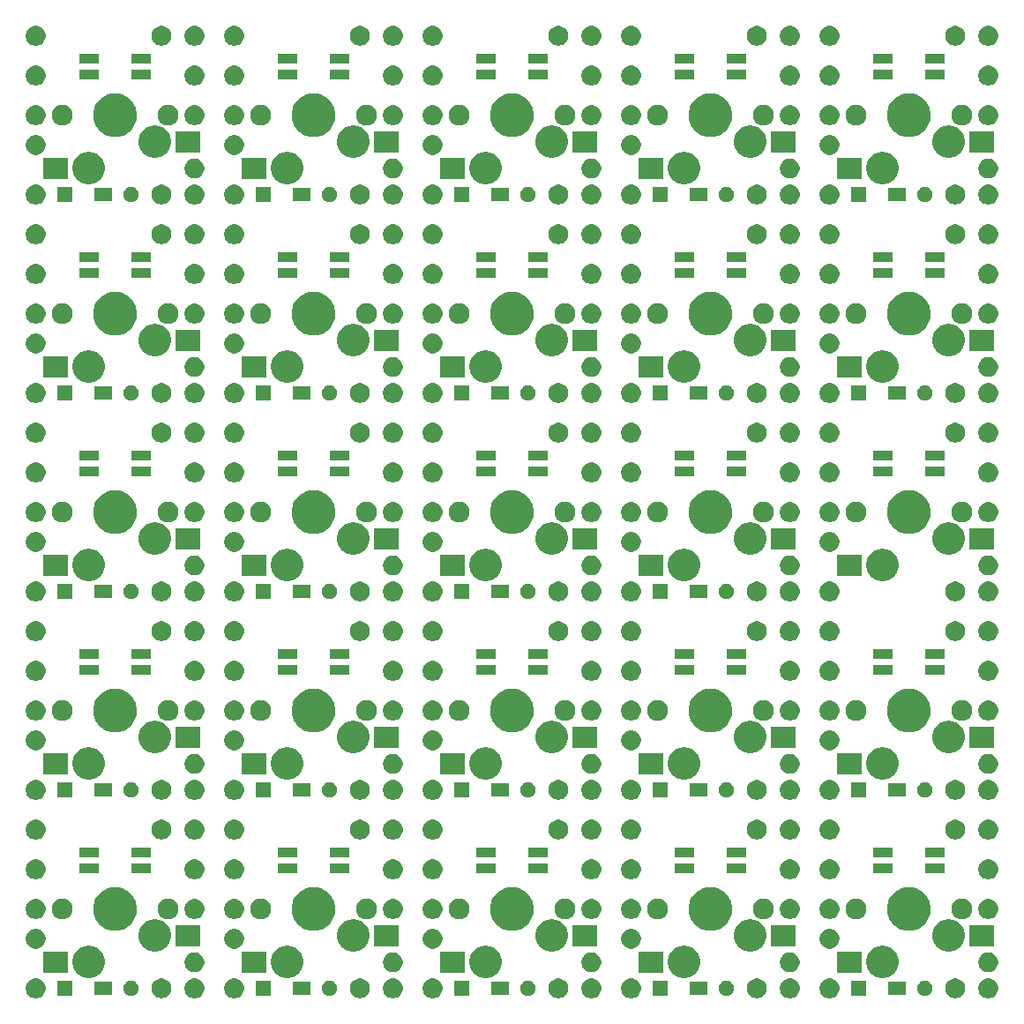
<source format=gbs>
G04 #@! TF.GenerationSoftware,KiCad,Pcbnew,5.0.2-bee76a0~70~ubuntu18.04.1*
G04 #@! TF.CreationDate,2020-02-01T05:14:07+09:00*
G04 #@! TF.ProjectId,container,636f6e74-6169-46e6-9572-2e6b69636164,rev?*
G04 #@! TF.SameCoordinates,Original*
G04 #@! TF.FileFunction,Soldermask,Bot*
G04 #@! TF.FilePolarity,Negative*
%FSLAX46Y46*%
G04 Gerber Fmt 4.6, Leading zero omitted, Abs format (unit mm)*
G04 Created by KiCad (PCBNEW 5.0.2-bee76a0~70~ubuntu18.04.1) date 2020年02月01日 05時14分07秒*
%MOMM*%
%LPD*%
G01*
G04 APERTURE LIST*
%ADD10C,0.265000*%
G04 APERTURE END LIST*
D10*
G36*
X67079396Y-118592546D02*
X67252466Y-118664234D01*
X67408230Y-118768312D01*
X67540688Y-118900770D01*
X67644766Y-119056534D01*
X67716454Y-119229604D01*
X67753000Y-119413333D01*
X67753000Y-119600667D01*
X67716454Y-119784396D01*
X67644766Y-119957466D01*
X67540688Y-120113230D01*
X67408230Y-120245688D01*
X67252466Y-120349766D01*
X67079396Y-120421454D01*
X66895667Y-120458000D01*
X66708333Y-120458000D01*
X66524604Y-120421454D01*
X66351534Y-120349766D01*
X66195770Y-120245688D01*
X66063312Y-120113230D01*
X65959234Y-119957466D01*
X65887546Y-119784396D01*
X65851000Y-119600667D01*
X65851000Y-119413333D01*
X65887546Y-119229604D01*
X65959234Y-119056534D01*
X66063312Y-118900770D01*
X66195770Y-118768312D01*
X66351534Y-118664234D01*
X66524604Y-118592546D01*
X66708333Y-118556000D01*
X66895667Y-118556000D01*
X67079396Y-118592546D01*
X67079396Y-118592546D01*
G37*
G36*
X124229396Y-118592546D02*
X124402466Y-118664234D01*
X124558230Y-118768312D01*
X124690688Y-118900770D01*
X124794766Y-119056534D01*
X124866454Y-119229604D01*
X124903000Y-119413333D01*
X124903000Y-119600667D01*
X124866454Y-119784396D01*
X124794766Y-119957466D01*
X124690688Y-120113230D01*
X124558230Y-120245688D01*
X124402466Y-120349766D01*
X124229396Y-120421454D01*
X124045667Y-120458000D01*
X123858333Y-120458000D01*
X123674604Y-120421454D01*
X123501534Y-120349766D01*
X123345770Y-120245688D01*
X123213312Y-120113230D01*
X123109234Y-119957466D01*
X123037546Y-119784396D01*
X123001000Y-119600667D01*
X123001000Y-119413333D01*
X123037546Y-119229604D01*
X123109234Y-119056534D01*
X123213312Y-118900770D01*
X123345770Y-118768312D01*
X123501534Y-118664234D01*
X123674604Y-118592546D01*
X123858333Y-118556000D01*
X124045667Y-118556000D01*
X124229396Y-118592546D01*
X124229396Y-118592546D01*
G37*
G36*
X143279396Y-118592546D02*
X143452466Y-118664234D01*
X143608230Y-118768312D01*
X143740688Y-118900770D01*
X143844766Y-119056534D01*
X143916454Y-119229604D01*
X143953000Y-119413333D01*
X143953000Y-119600667D01*
X143916454Y-119784396D01*
X143844766Y-119957466D01*
X143740688Y-120113230D01*
X143608230Y-120245688D01*
X143452466Y-120349766D01*
X143279396Y-120421454D01*
X143095667Y-120458000D01*
X142908333Y-120458000D01*
X142724604Y-120421454D01*
X142551534Y-120349766D01*
X142395770Y-120245688D01*
X142263312Y-120113230D01*
X142159234Y-119957466D01*
X142087546Y-119784396D01*
X142051000Y-119600667D01*
X142051000Y-119413333D01*
X142087546Y-119229604D01*
X142159234Y-119056534D01*
X142263312Y-118900770D01*
X142395770Y-118768312D01*
X142551534Y-118664234D01*
X142724604Y-118592546D01*
X142908333Y-118556000D01*
X143095667Y-118556000D01*
X143279396Y-118592546D01*
X143279396Y-118592546D01*
G37*
G36*
X158519396Y-118592546D02*
X158692466Y-118664234D01*
X158848230Y-118768312D01*
X158980688Y-118900770D01*
X159084766Y-119056534D01*
X159156454Y-119229604D01*
X159193000Y-119413333D01*
X159193000Y-119600667D01*
X159156454Y-119784396D01*
X159084766Y-119957466D01*
X158980688Y-120113230D01*
X158848230Y-120245688D01*
X158692466Y-120349766D01*
X158519396Y-120421454D01*
X158335667Y-120458000D01*
X158148333Y-120458000D01*
X157964604Y-120421454D01*
X157791534Y-120349766D01*
X157635770Y-120245688D01*
X157503312Y-120113230D01*
X157399234Y-119957466D01*
X157327546Y-119784396D01*
X157291000Y-119600667D01*
X157291000Y-119413333D01*
X157327546Y-119229604D01*
X157399234Y-119056534D01*
X157503312Y-118900770D01*
X157635770Y-118768312D01*
X157791534Y-118664234D01*
X157964604Y-118592546D01*
X158148333Y-118556000D01*
X158335667Y-118556000D01*
X158519396Y-118592546D01*
X158519396Y-118592546D01*
G37*
G36*
X155344396Y-118592546D02*
X155517466Y-118664234D01*
X155673230Y-118768312D01*
X155805688Y-118900770D01*
X155909766Y-119056534D01*
X155981454Y-119229604D01*
X156018000Y-119413333D01*
X156018000Y-119600667D01*
X155981454Y-119784396D01*
X155909766Y-119957466D01*
X155805688Y-120113230D01*
X155673230Y-120245688D01*
X155517466Y-120349766D01*
X155344396Y-120421454D01*
X155160667Y-120458000D01*
X154973333Y-120458000D01*
X154789604Y-120421454D01*
X154616534Y-120349766D01*
X154460770Y-120245688D01*
X154328312Y-120113230D01*
X154224234Y-119957466D01*
X154152546Y-119784396D01*
X154116000Y-119600667D01*
X154116000Y-119413333D01*
X154152546Y-119229604D01*
X154224234Y-119056534D01*
X154328312Y-118900770D01*
X154460770Y-118768312D01*
X154616534Y-118664234D01*
X154789604Y-118592546D01*
X154973333Y-118556000D01*
X155160667Y-118556000D01*
X155344396Y-118592546D01*
X155344396Y-118592546D01*
G37*
G36*
X98194396Y-118592546D02*
X98367466Y-118664234D01*
X98523230Y-118768312D01*
X98655688Y-118900770D01*
X98759766Y-119056534D01*
X98831454Y-119229604D01*
X98868000Y-119413333D01*
X98868000Y-119600667D01*
X98831454Y-119784396D01*
X98759766Y-119957466D01*
X98655688Y-120113230D01*
X98523230Y-120245688D01*
X98367466Y-120349766D01*
X98194396Y-120421454D01*
X98010667Y-120458000D01*
X97823333Y-120458000D01*
X97639604Y-120421454D01*
X97466534Y-120349766D01*
X97310770Y-120245688D01*
X97178312Y-120113230D01*
X97074234Y-119957466D01*
X97002546Y-119784396D01*
X96966000Y-119600667D01*
X96966000Y-119413333D01*
X97002546Y-119229604D01*
X97074234Y-119056534D01*
X97178312Y-118900770D01*
X97310770Y-118768312D01*
X97466534Y-118664234D01*
X97639604Y-118592546D01*
X97823333Y-118556000D01*
X98010667Y-118556000D01*
X98194396Y-118592546D01*
X98194396Y-118592546D01*
G37*
G36*
X139469396Y-118592546D02*
X139642466Y-118664234D01*
X139798230Y-118768312D01*
X139930688Y-118900770D01*
X140034766Y-119056534D01*
X140106454Y-119229604D01*
X140143000Y-119413333D01*
X140143000Y-119600667D01*
X140106454Y-119784396D01*
X140034766Y-119957466D01*
X139930688Y-120113230D01*
X139798230Y-120245688D01*
X139642466Y-120349766D01*
X139469396Y-120421454D01*
X139285667Y-120458000D01*
X139098333Y-120458000D01*
X138914604Y-120421454D01*
X138741534Y-120349766D01*
X138585770Y-120245688D01*
X138453312Y-120113230D01*
X138349234Y-119957466D01*
X138277546Y-119784396D01*
X138241000Y-119600667D01*
X138241000Y-119413333D01*
X138277546Y-119229604D01*
X138349234Y-119056534D01*
X138453312Y-118900770D01*
X138585770Y-118768312D01*
X138741534Y-118664234D01*
X138914604Y-118592546D01*
X139098333Y-118556000D01*
X139285667Y-118556000D01*
X139469396Y-118592546D01*
X139469396Y-118592546D01*
G37*
G36*
X136294396Y-118592546D02*
X136467466Y-118664234D01*
X136623230Y-118768312D01*
X136755688Y-118900770D01*
X136859766Y-119056534D01*
X136931454Y-119229604D01*
X136968000Y-119413333D01*
X136968000Y-119600667D01*
X136931454Y-119784396D01*
X136859766Y-119957466D01*
X136755688Y-120113230D01*
X136623230Y-120245688D01*
X136467466Y-120349766D01*
X136294396Y-120421454D01*
X136110667Y-120458000D01*
X135923333Y-120458000D01*
X135739604Y-120421454D01*
X135566534Y-120349766D01*
X135410770Y-120245688D01*
X135278312Y-120113230D01*
X135174234Y-119957466D01*
X135102546Y-119784396D01*
X135066000Y-119600667D01*
X135066000Y-119413333D01*
X135102546Y-119229604D01*
X135174234Y-119056534D01*
X135278312Y-118900770D01*
X135410770Y-118768312D01*
X135566534Y-118664234D01*
X135739604Y-118592546D01*
X135923333Y-118556000D01*
X136110667Y-118556000D01*
X136294396Y-118592546D01*
X136294396Y-118592546D01*
G37*
G36*
X105179396Y-118592546D02*
X105352466Y-118664234D01*
X105508230Y-118768312D01*
X105640688Y-118900770D01*
X105744766Y-119056534D01*
X105816454Y-119229604D01*
X105853000Y-119413333D01*
X105853000Y-119600667D01*
X105816454Y-119784396D01*
X105744766Y-119957466D01*
X105640688Y-120113230D01*
X105508230Y-120245688D01*
X105352466Y-120349766D01*
X105179396Y-120421454D01*
X104995667Y-120458000D01*
X104808333Y-120458000D01*
X104624604Y-120421454D01*
X104451534Y-120349766D01*
X104295770Y-120245688D01*
X104163312Y-120113230D01*
X104059234Y-119957466D01*
X103987546Y-119784396D01*
X103951000Y-119600667D01*
X103951000Y-119413333D01*
X103987546Y-119229604D01*
X104059234Y-119056534D01*
X104163312Y-118900770D01*
X104295770Y-118768312D01*
X104451534Y-118664234D01*
X104624604Y-118592546D01*
X104808333Y-118556000D01*
X104995667Y-118556000D01*
X105179396Y-118592546D01*
X105179396Y-118592546D01*
G37*
G36*
X120419396Y-118592546D02*
X120592466Y-118664234D01*
X120748230Y-118768312D01*
X120880688Y-118900770D01*
X120984766Y-119056534D01*
X121056454Y-119229604D01*
X121093000Y-119413333D01*
X121093000Y-119600667D01*
X121056454Y-119784396D01*
X120984766Y-119957466D01*
X120880688Y-120113230D01*
X120748230Y-120245688D01*
X120592466Y-120349766D01*
X120419396Y-120421454D01*
X120235667Y-120458000D01*
X120048333Y-120458000D01*
X119864604Y-120421454D01*
X119691534Y-120349766D01*
X119535770Y-120245688D01*
X119403312Y-120113230D01*
X119299234Y-119957466D01*
X119227546Y-119784396D01*
X119191000Y-119600667D01*
X119191000Y-119413333D01*
X119227546Y-119229604D01*
X119299234Y-119056534D01*
X119403312Y-118900770D01*
X119535770Y-118768312D01*
X119691534Y-118664234D01*
X119864604Y-118592546D01*
X120048333Y-118556000D01*
X120235667Y-118556000D01*
X120419396Y-118592546D01*
X120419396Y-118592546D01*
G37*
G36*
X117244396Y-118592546D02*
X117417466Y-118664234D01*
X117573230Y-118768312D01*
X117705688Y-118900770D01*
X117809766Y-119056534D01*
X117881454Y-119229604D01*
X117918000Y-119413333D01*
X117918000Y-119600667D01*
X117881454Y-119784396D01*
X117809766Y-119957466D01*
X117705688Y-120113230D01*
X117573230Y-120245688D01*
X117417466Y-120349766D01*
X117244396Y-120421454D01*
X117060667Y-120458000D01*
X116873333Y-120458000D01*
X116689604Y-120421454D01*
X116516534Y-120349766D01*
X116360770Y-120245688D01*
X116228312Y-120113230D01*
X116124234Y-119957466D01*
X116052546Y-119784396D01*
X116016000Y-119600667D01*
X116016000Y-119413333D01*
X116052546Y-119229604D01*
X116124234Y-119056534D01*
X116228312Y-118900770D01*
X116360770Y-118768312D01*
X116516534Y-118664234D01*
X116689604Y-118592546D01*
X116873333Y-118556000D01*
X117060667Y-118556000D01*
X117244396Y-118592546D01*
X117244396Y-118592546D01*
G37*
G36*
X101369396Y-118592546D02*
X101542466Y-118664234D01*
X101698230Y-118768312D01*
X101830688Y-118900770D01*
X101934766Y-119056534D01*
X102006454Y-119229604D01*
X102043000Y-119413333D01*
X102043000Y-119600667D01*
X102006454Y-119784396D01*
X101934766Y-119957466D01*
X101830688Y-120113230D01*
X101698230Y-120245688D01*
X101542466Y-120349766D01*
X101369396Y-120421454D01*
X101185667Y-120458000D01*
X100998333Y-120458000D01*
X100814604Y-120421454D01*
X100641534Y-120349766D01*
X100485770Y-120245688D01*
X100353312Y-120113230D01*
X100249234Y-119957466D01*
X100177546Y-119784396D01*
X100141000Y-119600667D01*
X100141000Y-119413333D01*
X100177546Y-119229604D01*
X100249234Y-119056534D01*
X100353312Y-118900770D01*
X100485770Y-118768312D01*
X100641534Y-118664234D01*
X100814604Y-118592546D01*
X100998333Y-118556000D01*
X101185667Y-118556000D01*
X101369396Y-118592546D01*
X101369396Y-118592546D01*
G37*
G36*
X86129396Y-118592546D02*
X86302466Y-118664234D01*
X86458230Y-118768312D01*
X86590688Y-118900770D01*
X86694766Y-119056534D01*
X86766454Y-119229604D01*
X86803000Y-119413333D01*
X86803000Y-119600667D01*
X86766454Y-119784396D01*
X86694766Y-119957466D01*
X86590688Y-120113230D01*
X86458230Y-120245688D01*
X86302466Y-120349766D01*
X86129396Y-120421454D01*
X85945667Y-120458000D01*
X85758333Y-120458000D01*
X85574604Y-120421454D01*
X85401534Y-120349766D01*
X85245770Y-120245688D01*
X85113312Y-120113230D01*
X85009234Y-119957466D01*
X84937546Y-119784396D01*
X84901000Y-119600667D01*
X84901000Y-119413333D01*
X84937546Y-119229604D01*
X85009234Y-119056534D01*
X85113312Y-118900770D01*
X85245770Y-118768312D01*
X85401534Y-118664234D01*
X85574604Y-118592546D01*
X85758333Y-118556000D01*
X85945667Y-118556000D01*
X86129396Y-118592546D01*
X86129396Y-118592546D01*
G37*
G36*
X82319396Y-118592546D02*
X82492466Y-118664234D01*
X82648230Y-118768312D01*
X82780688Y-118900770D01*
X82884766Y-119056534D01*
X82956454Y-119229604D01*
X82993000Y-119413333D01*
X82993000Y-119600667D01*
X82956454Y-119784396D01*
X82884766Y-119957466D01*
X82780688Y-120113230D01*
X82648230Y-120245688D01*
X82492466Y-120349766D01*
X82319396Y-120421454D01*
X82135667Y-120458000D01*
X81948333Y-120458000D01*
X81764604Y-120421454D01*
X81591534Y-120349766D01*
X81435770Y-120245688D01*
X81303312Y-120113230D01*
X81199234Y-119957466D01*
X81127546Y-119784396D01*
X81091000Y-119600667D01*
X81091000Y-119413333D01*
X81127546Y-119229604D01*
X81199234Y-119056534D01*
X81303312Y-118900770D01*
X81435770Y-118768312D01*
X81591534Y-118664234D01*
X81764604Y-118592546D01*
X81948333Y-118556000D01*
X82135667Y-118556000D01*
X82319396Y-118592546D01*
X82319396Y-118592546D01*
G37*
G36*
X79144396Y-118592546D02*
X79317466Y-118664234D01*
X79473230Y-118768312D01*
X79605688Y-118900770D01*
X79709766Y-119056534D01*
X79781454Y-119229604D01*
X79818000Y-119413333D01*
X79818000Y-119600667D01*
X79781454Y-119784396D01*
X79709766Y-119957466D01*
X79605688Y-120113230D01*
X79473230Y-120245688D01*
X79317466Y-120349766D01*
X79144396Y-120421454D01*
X78960667Y-120458000D01*
X78773333Y-120458000D01*
X78589604Y-120421454D01*
X78416534Y-120349766D01*
X78260770Y-120245688D01*
X78128312Y-120113230D01*
X78024234Y-119957466D01*
X77952546Y-119784396D01*
X77916000Y-119600667D01*
X77916000Y-119413333D01*
X77952546Y-119229604D01*
X78024234Y-119056534D01*
X78128312Y-118900770D01*
X78260770Y-118768312D01*
X78416534Y-118664234D01*
X78589604Y-118592546D01*
X78773333Y-118556000D01*
X78960667Y-118556000D01*
X79144396Y-118592546D01*
X79144396Y-118592546D01*
G37*
G36*
X108447000Y-120258000D02*
X106945000Y-120258000D01*
X106945000Y-118756000D01*
X108447000Y-118756000D01*
X108447000Y-120258000D01*
X108447000Y-120258000D01*
G37*
G36*
X70347000Y-120258000D02*
X68845000Y-120258000D01*
X68845000Y-118756000D01*
X70347000Y-118756000D01*
X70347000Y-120258000D01*
X70347000Y-120258000D01*
G37*
G36*
X76078004Y-118767544D02*
X76165059Y-118784860D01*
X76301732Y-118841472D01*
X76390478Y-118900770D01*
X76424738Y-118923662D01*
X76529338Y-119028262D01*
X76529340Y-119028265D01*
X76611528Y-119151268D01*
X76668140Y-119287941D01*
X76697000Y-119433033D01*
X76697000Y-119580967D01*
X76668140Y-119726059D01*
X76611528Y-119862732D01*
X76611527Y-119862733D01*
X76529338Y-119985738D01*
X76424738Y-120090338D01*
X76424735Y-120090340D01*
X76301732Y-120172528D01*
X76165059Y-120229140D01*
X76081865Y-120245688D01*
X76019969Y-120258000D01*
X75872031Y-120258000D01*
X75810135Y-120245688D01*
X75726941Y-120229140D01*
X75590268Y-120172528D01*
X75467265Y-120090340D01*
X75467262Y-120090338D01*
X75362662Y-119985738D01*
X75280473Y-119862733D01*
X75280472Y-119862732D01*
X75223860Y-119726059D01*
X75195000Y-119580967D01*
X75195000Y-119433033D01*
X75223860Y-119287941D01*
X75280472Y-119151268D01*
X75362660Y-119028265D01*
X75362662Y-119028262D01*
X75467262Y-118923662D01*
X75501522Y-118900770D01*
X75590268Y-118841472D01*
X75726941Y-118784860D01*
X75813996Y-118767544D01*
X75872031Y-118756000D01*
X76019969Y-118756000D01*
X76078004Y-118767544D01*
X76078004Y-118767544D01*
G37*
G36*
X95128004Y-118767544D02*
X95215059Y-118784860D01*
X95351732Y-118841472D01*
X95440478Y-118900770D01*
X95474738Y-118923662D01*
X95579338Y-119028262D01*
X95579340Y-119028265D01*
X95661528Y-119151268D01*
X95718140Y-119287941D01*
X95747000Y-119433033D01*
X95747000Y-119580967D01*
X95718140Y-119726059D01*
X95661528Y-119862732D01*
X95661527Y-119862733D01*
X95579338Y-119985738D01*
X95474738Y-120090338D01*
X95474735Y-120090340D01*
X95351732Y-120172528D01*
X95215059Y-120229140D01*
X95131865Y-120245688D01*
X95069969Y-120258000D01*
X94922031Y-120258000D01*
X94860135Y-120245688D01*
X94776941Y-120229140D01*
X94640268Y-120172528D01*
X94517265Y-120090340D01*
X94517262Y-120090338D01*
X94412662Y-119985738D01*
X94330473Y-119862733D01*
X94330472Y-119862732D01*
X94273860Y-119726059D01*
X94245000Y-119580967D01*
X94245000Y-119433033D01*
X94273860Y-119287941D01*
X94330472Y-119151268D01*
X94412660Y-119028265D01*
X94412662Y-119028262D01*
X94517262Y-118923662D01*
X94551522Y-118900770D01*
X94640268Y-118841472D01*
X94776941Y-118784860D01*
X94863996Y-118767544D01*
X94922031Y-118756000D01*
X95069969Y-118756000D01*
X95128004Y-118767544D01*
X95128004Y-118767544D01*
G37*
G36*
X89397000Y-120258000D02*
X87895000Y-120258000D01*
X87895000Y-118756000D01*
X89397000Y-118756000D01*
X89397000Y-120258000D01*
X89397000Y-120258000D01*
G37*
G36*
X114178004Y-118767544D02*
X114265059Y-118784860D01*
X114401732Y-118841472D01*
X114490478Y-118900770D01*
X114524738Y-118923662D01*
X114629338Y-119028262D01*
X114629340Y-119028265D01*
X114711528Y-119151268D01*
X114768140Y-119287941D01*
X114797000Y-119433033D01*
X114797000Y-119580967D01*
X114768140Y-119726059D01*
X114711528Y-119862732D01*
X114711527Y-119862733D01*
X114629338Y-119985738D01*
X114524738Y-120090338D01*
X114524735Y-120090340D01*
X114401732Y-120172528D01*
X114265059Y-120229140D01*
X114181865Y-120245688D01*
X114119969Y-120258000D01*
X113972031Y-120258000D01*
X113910135Y-120245688D01*
X113826941Y-120229140D01*
X113690268Y-120172528D01*
X113567265Y-120090340D01*
X113567262Y-120090338D01*
X113462662Y-119985738D01*
X113380473Y-119862733D01*
X113380472Y-119862732D01*
X113323860Y-119726059D01*
X113295000Y-119580967D01*
X113295000Y-119433033D01*
X113323860Y-119287941D01*
X113380472Y-119151268D01*
X113462660Y-119028265D01*
X113462662Y-119028262D01*
X113567262Y-118923662D01*
X113601522Y-118900770D01*
X113690268Y-118841472D01*
X113826941Y-118784860D01*
X113913996Y-118767544D01*
X113972031Y-118756000D01*
X114119969Y-118756000D01*
X114178004Y-118767544D01*
X114178004Y-118767544D01*
G37*
G36*
X127497000Y-120258000D02*
X125995000Y-120258000D01*
X125995000Y-118756000D01*
X127497000Y-118756000D01*
X127497000Y-120258000D01*
X127497000Y-120258000D01*
G37*
G36*
X133228004Y-118767544D02*
X133315059Y-118784860D01*
X133451732Y-118841472D01*
X133540478Y-118900770D01*
X133574738Y-118923662D01*
X133679338Y-119028262D01*
X133679340Y-119028265D01*
X133761528Y-119151268D01*
X133818140Y-119287941D01*
X133847000Y-119433033D01*
X133847000Y-119580967D01*
X133818140Y-119726059D01*
X133761528Y-119862732D01*
X133761527Y-119862733D01*
X133679338Y-119985738D01*
X133574738Y-120090338D01*
X133574735Y-120090340D01*
X133451732Y-120172528D01*
X133315059Y-120229140D01*
X133231865Y-120245688D01*
X133169969Y-120258000D01*
X133022031Y-120258000D01*
X132960135Y-120245688D01*
X132876941Y-120229140D01*
X132740268Y-120172528D01*
X132617265Y-120090340D01*
X132617262Y-120090338D01*
X132512662Y-119985738D01*
X132430473Y-119862733D01*
X132430472Y-119862732D01*
X132373860Y-119726059D01*
X132345000Y-119580967D01*
X132345000Y-119433033D01*
X132373860Y-119287941D01*
X132430472Y-119151268D01*
X132512660Y-119028265D01*
X132512662Y-119028262D01*
X132617262Y-118923662D01*
X132651522Y-118900770D01*
X132740268Y-118841472D01*
X132876941Y-118784860D01*
X132963996Y-118767544D01*
X133022031Y-118756000D01*
X133169969Y-118756000D01*
X133228004Y-118767544D01*
X133228004Y-118767544D01*
G37*
G36*
X152278004Y-118767544D02*
X152365059Y-118784860D01*
X152501732Y-118841472D01*
X152590478Y-118900770D01*
X152624738Y-118923662D01*
X152729338Y-119028262D01*
X152729340Y-119028265D01*
X152811528Y-119151268D01*
X152868140Y-119287941D01*
X152897000Y-119433033D01*
X152897000Y-119580967D01*
X152868140Y-119726059D01*
X152811528Y-119862732D01*
X152811527Y-119862733D01*
X152729338Y-119985738D01*
X152624738Y-120090338D01*
X152624735Y-120090340D01*
X152501732Y-120172528D01*
X152365059Y-120229140D01*
X152281865Y-120245688D01*
X152219969Y-120258000D01*
X152072031Y-120258000D01*
X152010135Y-120245688D01*
X151926941Y-120229140D01*
X151790268Y-120172528D01*
X151667265Y-120090340D01*
X151667262Y-120090338D01*
X151562662Y-119985738D01*
X151480473Y-119862733D01*
X151480472Y-119862732D01*
X151423860Y-119726059D01*
X151395000Y-119580967D01*
X151395000Y-119433033D01*
X151423860Y-119287941D01*
X151480472Y-119151268D01*
X151562660Y-119028265D01*
X151562662Y-119028262D01*
X151667262Y-118923662D01*
X151701522Y-118900770D01*
X151790268Y-118841472D01*
X151926941Y-118784860D01*
X152013996Y-118767544D01*
X152072031Y-118756000D01*
X152219969Y-118756000D01*
X152278004Y-118767544D01*
X152278004Y-118767544D01*
G37*
G36*
X146547000Y-120258000D02*
X145045000Y-120258000D01*
X145045000Y-118756000D01*
X146547000Y-118756000D01*
X146547000Y-120258000D01*
X146547000Y-120258000D01*
G37*
G36*
X93197000Y-120158000D02*
X91495000Y-120158000D01*
X91495000Y-118856000D01*
X93197000Y-118856000D01*
X93197000Y-120158000D01*
X93197000Y-120158000D01*
G37*
G36*
X150347000Y-120158000D02*
X148645000Y-120158000D01*
X148645000Y-118856000D01*
X150347000Y-118856000D01*
X150347000Y-120158000D01*
X150347000Y-120158000D01*
G37*
G36*
X74147000Y-120158000D02*
X72445000Y-120158000D01*
X72445000Y-118856000D01*
X74147000Y-118856000D01*
X74147000Y-120158000D01*
X74147000Y-120158000D01*
G37*
G36*
X131297000Y-120158000D02*
X129595000Y-120158000D01*
X129595000Y-118856000D01*
X131297000Y-118856000D01*
X131297000Y-120158000D01*
X131297000Y-120158000D01*
G37*
G36*
X112247000Y-120158000D02*
X110545000Y-120158000D01*
X110545000Y-118856000D01*
X112247000Y-118856000D01*
X112247000Y-120158000D01*
X112247000Y-120158000D01*
G37*
G36*
X129384527Y-115455736D02*
X129484410Y-115475604D01*
X129766674Y-115592521D01*
X130020705Y-115762259D01*
X130236741Y-115978295D01*
X130406479Y-116232326D01*
X130523396Y-116514590D01*
X130583000Y-116814240D01*
X130583000Y-117119760D01*
X130523396Y-117419410D01*
X130406479Y-117701674D01*
X130236741Y-117955705D01*
X130020705Y-118171741D01*
X129766674Y-118341479D01*
X129484410Y-118458396D01*
X129384527Y-118478264D01*
X129184762Y-118518000D01*
X128879238Y-118518000D01*
X128679473Y-118478264D01*
X128579590Y-118458396D01*
X128297326Y-118341479D01*
X128043295Y-118171741D01*
X127827259Y-117955705D01*
X127657521Y-117701674D01*
X127540604Y-117419410D01*
X127481000Y-117119760D01*
X127481000Y-116814240D01*
X127540604Y-116514590D01*
X127657521Y-116232326D01*
X127827259Y-115978295D01*
X128043295Y-115762259D01*
X128297326Y-115592521D01*
X128579590Y-115475604D01*
X128679473Y-115455736D01*
X128879238Y-115416000D01*
X129184762Y-115416000D01*
X129384527Y-115455736D01*
X129384527Y-115455736D01*
G37*
G36*
X72234527Y-115455736D02*
X72334410Y-115475604D01*
X72616674Y-115592521D01*
X72870705Y-115762259D01*
X73086741Y-115978295D01*
X73256479Y-116232326D01*
X73373396Y-116514590D01*
X73433000Y-116814240D01*
X73433000Y-117119760D01*
X73373396Y-117419410D01*
X73256479Y-117701674D01*
X73086741Y-117955705D01*
X72870705Y-118171741D01*
X72616674Y-118341479D01*
X72334410Y-118458396D01*
X72234527Y-118478264D01*
X72034762Y-118518000D01*
X71729238Y-118518000D01*
X71529473Y-118478264D01*
X71429590Y-118458396D01*
X71147326Y-118341479D01*
X70893295Y-118171741D01*
X70677259Y-117955705D01*
X70507521Y-117701674D01*
X70390604Y-117419410D01*
X70331000Y-117119760D01*
X70331000Y-116814240D01*
X70390604Y-116514590D01*
X70507521Y-116232326D01*
X70677259Y-115978295D01*
X70893295Y-115762259D01*
X71147326Y-115592521D01*
X71429590Y-115475604D01*
X71529473Y-115455736D01*
X71729238Y-115416000D01*
X72034762Y-115416000D01*
X72234527Y-115455736D01*
X72234527Y-115455736D01*
G37*
G36*
X148434527Y-115455736D02*
X148534410Y-115475604D01*
X148816674Y-115592521D01*
X149070705Y-115762259D01*
X149286741Y-115978295D01*
X149456479Y-116232326D01*
X149573396Y-116514590D01*
X149633000Y-116814240D01*
X149633000Y-117119760D01*
X149573396Y-117419410D01*
X149456479Y-117701674D01*
X149286741Y-117955705D01*
X149070705Y-118171741D01*
X148816674Y-118341479D01*
X148534410Y-118458396D01*
X148434527Y-118478264D01*
X148234762Y-118518000D01*
X147929238Y-118518000D01*
X147729473Y-118478264D01*
X147629590Y-118458396D01*
X147347326Y-118341479D01*
X147093295Y-118171741D01*
X146877259Y-117955705D01*
X146707521Y-117701674D01*
X146590604Y-117419410D01*
X146531000Y-117119760D01*
X146531000Y-116814240D01*
X146590604Y-116514590D01*
X146707521Y-116232326D01*
X146877259Y-115978295D01*
X147093295Y-115762259D01*
X147347326Y-115592521D01*
X147629590Y-115475604D01*
X147729473Y-115455736D01*
X147929238Y-115416000D01*
X148234762Y-115416000D01*
X148434527Y-115455736D01*
X148434527Y-115455736D01*
G37*
G36*
X91284527Y-115455736D02*
X91384410Y-115475604D01*
X91666674Y-115592521D01*
X91920705Y-115762259D01*
X92136741Y-115978295D01*
X92306479Y-116232326D01*
X92423396Y-116514590D01*
X92483000Y-116814240D01*
X92483000Y-117119760D01*
X92423396Y-117419410D01*
X92306479Y-117701674D01*
X92136741Y-117955705D01*
X91920705Y-118171741D01*
X91666674Y-118341479D01*
X91384410Y-118458396D01*
X91284527Y-118478264D01*
X91084762Y-118518000D01*
X90779238Y-118518000D01*
X90579473Y-118478264D01*
X90479590Y-118458396D01*
X90197326Y-118341479D01*
X89943295Y-118171741D01*
X89727259Y-117955705D01*
X89557521Y-117701674D01*
X89440604Y-117419410D01*
X89381000Y-117119760D01*
X89381000Y-116814240D01*
X89440604Y-116514590D01*
X89557521Y-116232326D01*
X89727259Y-115978295D01*
X89943295Y-115762259D01*
X90197326Y-115592521D01*
X90479590Y-115475604D01*
X90579473Y-115455736D01*
X90779238Y-115416000D01*
X91084762Y-115416000D01*
X91284527Y-115455736D01*
X91284527Y-115455736D01*
G37*
G36*
X110334527Y-115455736D02*
X110434410Y-115475604D01*
X110716674Y-115592521D01*
X110970705Y-115762259D01*
X111186741Y-115978295D01*
X111356479Y-116232326D01*
X111473396Y-116514590D01*
X111533000Y-116814240D01*
X111533000Y-117119760D01*
X111473396Y-117419410D01*
X111356479Y-117701674D01*
X111186741Y-117955705D01*
X110970705Y-118171741D01*
X110716674Y-118341479D01*
X110434410Y-118458396D01*
X110334527Y-118478264D01*
X110134762Y-118518000D01*
X109829238Y-118518000D01*
X109629473Y-118478264D01*
X109529590Y-118458396D01*
X109247326Y-118341479D01*
X108993295Y-118171741D01*
X108777259Y-117955705D01*
X108607521Y-117701674D01*
X108490604Y-117419410D01*
X108431000Y-117119760D01*
X108431000Y-116814240D01*
X108490604Y-116514590D01*
X108607521Y-116232326D01*
X108777259Y-115978295D01*
X108993295Y-115762259D01*
X109247326Y-115592521D01*
X109529590Y-115475604D01*
X109629473Y-115455736D01*
X109829238Y-115416000D01*
X110134762Y-115416000D01*
X110334527Y-115455736D01*
X110334527Y-115455736D01*
G37*
G36*
X146123000Y-118058000D02*
X143721000Y-118058000D01*
X143721000Y-115956000D01*
X146123000Y-115956000D01*
X146123000Y-118058000D01*
X146123000Y-118058000D01*
G37*
G36*
X127073000Y-118058000D02*
X124671000Y-118058000D01*
X124671000Y-115956000D01*
X127073000Y-115956000D01*
X127073000Y-118058000D01*
X127073000Y-118058000D01*
G37*
G36*
X108023000Y-118058000D02*
X105621000Y-118058000D01*
X105621000Y-115956000D01*
X108023000Y-115956000D01*
X108023000Y-118058000D01*
X108023000Y-118058000D01*
G37*
G36*
X88973000Y-118058000D02*
X86571000Y-118058000D01*
X86571000Y-115956000D01*
X88973000Y-115956000D01*
X88973000Y-118058000D01*
X88973000Y-118058000D01*
G37*
G36*
X69923000Y-118058000D02*
X67521000Y-118058000D01*
X67521000Y-115956000D01*
X69923000Y-115956000D01*
X69923000Y-118058000D01*
X69923000Y-118058000D01*
G37*
G36*
X101359396Y-116082546D02*
X101532466Y-116154234D01*
X101688230Y-116258312D01*
X101820688Y-116390770D01*
X101924766Y-116546534D01*
X101996454Y-116719604D01*
X102033000Y-116903333D01*
X102033000Y-117090667D01*
X101996454Y-117274396D01*
X101924766Y-117447466D01*
X101820688Y-117603230D01*
X101688230Y-117735688D01*
X101532466Y-117839766D01*
X101359396Y-117911454D01*
X101175667Y-117948000D01*
X100988333Y-117948000D01*
X100804604Y-117911454D01*
X100631534Y-117839766D01*
X100475770Y-117735688D01*
X100343312Y-117603230D01*
X100239234Y-117447466D01*
X100167546Y-117274396D01*
X100131000Y-117090667D01*
X100131000Y-116903333D01*
X100167546Y-116719604D01*
X100239234Y-116546534D01*
X100343312Y-116390770D01*
X100475770Y-116258312D01*
X100631534Y-116154234D01*
X100804604Y-116082546D01*
X100988333Y-116046000D01*
X101175667Y-116046000D01*
X101359396Y-116082546D01*
X101359396Y-116082546D01*
G37*
G36*
X82309396Y-116082546D02*
X82482466Y-116154234D01*
X82638230Y-116258312D01*
X82770688Y-116390770D01*
X82874766Y-116546534D01*
X82946454Y-116719604D01*
X82983000Y-116903333D01*
X82983000Y-117090667D01*
X82946454Y-117274396D01*
X82874766Y-117447466D01*
X82770688Y-117603230D01*
X82638230Y-117735688D01*
X82482466Y-117839766D01*
X82309396Y-117911454D01*
X82125667Y-117948000D01*
X81938333Y-117948000D01*
X81754604Y-117911454D01*
X81581534Y-117839766D01*
X81425770Y-117735688D01*
X81293312Y-117603230D01*
X81189234Y-117447466D01*
X81117546Y-117274396D01*
X81081000Y-117090667D01*
X81081000Y-116903333D01*
X81117546Y-116719604D01*
X81189234Y-116546534D01*
X81293312Y-116390770D01*
X81425770Y-116258312D01*
X81581534Y-116154234D01*
X81754604Y-116082546D01*
X81938333Y-116046000D01*
X82125667Y-116046000D01*
X82309396Y-116082546D01*
X82309396Y-116082546D01*
G37*
G36*
X158509396Y-116082546D02*
X158682466Y-116154234D01*
X158838230Y-116258312D01*
X158970688Y-116390770D01*
X159074766Y-116546534D01*
X159146454Y-116719604D01*
X159183000Y-116903333D01*
X159183000Y-117090667D01*
X159146454Y-117274396D01*
X159074766Y-117447466D01*
X158970688Y-117603230D01*
X158838230Y-117735688D01*
X158682466Y-117839766D01*
X158509396Y-117911454D01*
X158325667Y-117948000D01*
X158138333Y-117948000D01*
X157954604Y-117911454D01*
X157781534Y-117839766D01*
X157625770Y-117735688D01*
X157493312Y-117603230D01*
X157389234Y-117447466D01*
X157317546Y-117274396D01*
X157281000Y-117090667D01*
X157281000Y-116903333D01*
X157317546Y-116719604D01*
X157389234Y-116546534D01*
X157493312Y-116390770D01*
X157625770Y-116258312D01*
X157781534Y-116154234D01*
X157954604Y-116082546D01*
X158138333Y-116046000D01*
X158325667Y-116046000D01*
X158509396Y-116082546D01*
X158509396Y-116082546D01*
G37*
G36*
X139459396Y-116082546D02*
X139632466Y-116154234D01*
X139788230Y-116258312D01*
X139920688Y-116390770D01*
X140024766Y-116546534D01*
X140096454Y-116719604D01*
X140133000Y-116903333D01*
X140133000Y-117090667D01*
X140096454Y-117274396D01*
X140024766Y-117447466D01*
X139920688Y-117603230D01*
X139788230Y-117735688D01*
X139632466Y-117839766D01*
X139459396Y-117911454D01*
X139275667Y-117948000D01*
X139088333Y-117948000D01*
X138904604Y-117911454D01*
X138731534Y-117839766D01*
X138575770Y-117735688D01*
X138443312Y-117603230D01*
X138339234Y-117447466D01*
X138267546Y-117274396D01*
X138231000Y-117090667D01*
X138231000Y-116903333D01*
X138267546Y-116719604D01*
X138339234Y-116546534D01*
X138443312Y-116390770D01*
X138575770Y-116258312D01*
X138731534Y-116154234D01*
X138904604Y-116082546D01*
X139088333Y-116046000D01*
X139275667Y-116046000D01*
X139459396Y-116082546D01*
X139459396Y-116082546D01*
G37*
G36*
X120409396Y-116082546D02*
X120582466Y-116154234D01*
X120738230Y-116258312D01*
X120870688Y-116390770D01*
X120974766Y-116546534D01*
X121046454Y-116719604D01*
X121083000Y-116903333D01*
X121083000Y-117090667D01*
X121046454Y-117274396D01*
X120974766Y-117447466D01*
X120870688Y-117603230D01*
X120738230Y-117735688D01*
X120582466Y-117839766D01*
X120409396Y-117911454D01*
X120225667Y-117948000D01*
X120038333Y-117948000D01*
X119854604Y-117911454D01*
X119681534Y-117839766D01*
X119525770Y-117735688D01*
X119393312Y-117603230D01*
X119289234Y-117447466D01*
X119217546Y-117274396D01*
X119181000Y-117090667D01*
X119181000Y-116903333D01*
X119217546Y-116719604D01*
X119289234Y-116546534D01*
X119393312Y-116390770D01*
X119525770Y-116258312D01*
X119681534Y-116154234D01*
X119854604Y-116082546D01*
X120038333Y-116046000D01*
X120225667Y-116046000D01*
X120409396Y-116082546D01*
X120409396Y-116082546D01*
G37*
G36*
X154784527Y-112915736D02*
X154884410Y-112935604D01*
X155166674Y-113052521D01*
X155420705Y-113222259D01*
X155636741Y-113438295D01*
X155806479Y-113692326D01*
X155894254Y-113904235D01*
X155923396Y-113974591D01*
X155983000Y-114274238D01*
X155983000Y-114579762D01*
X155968365Y-114653335D01*
X155923396Y-114879410D01*
X155806479Y-115161674D01*
X155636741Y-115415705D01*
X155420705Y-115631741D01*
X155166674Y-115801479D01*
X154884410Y-115918396D01*
X154784527Y-115938264D01*
X154584762Y-115978000D01*
X154279238Y-115978000D01*
X154079473Y-115938264D01*
X153979590Y-115918396D01*
X153697326Y-115801479D01*
X153443295Y-115631741D01*
X153227259Y-115415705D01*
X153057521Y-115161674D01*
X152940604Y-114879410D01*
X152895635Y-114653335D01*
X152881000Y-114579762D01*
X152881000Y-114274238D01*
X152940604Y-113974591D01*
X152969746Y-113904235D01*
X153057521Y-113692326D01*
X153227259Y-113438295D01*
X153443295Y-113222259D01*
X153697326Y-113052521D01*
X153979590Y-112935604D01*
X154079473Y-112915736D01*
X154279238Y-112876000D01*
X154584762Y-112876000D01*
X154784527Y-112915736D01*
X154784527Y-112915736D01*
G37*
G36*
X135734527Y-112915736D02*
X135834410Y-112935604D01*
X136116674Y-113052521D01*
X136370705Y-113222259D01*
X136586741Y-113438295D01*
X136756479Y-113692326D01*
X136844254Y-113904235D01*
X136873396Y-113974591D01*
X136933000Y-114274238D01*
X136933000Y-114579762D01*
X136918365Y-114653335D01*
X136873396Y-114879410D01*
X136756479Y-115161674D01*
X136586741Y-115415705D01*
X136370705Y-115631741D01*
X136116674Y-115801479D01*
X135834410Y-115918396D01*
X135734527Y-115938264D01*
X135534762Y-115978000D01*
X135229238Y-115978000D01*
X135029473Y-115938264D01*
X134929590Y-115918396D01*
X134647326Y-115801479D01*
X134393295Y-115631741D01*
X134177259Y-115415705D01*
X134007521Y-115161674D01*
X133890604Y-114879410D01*
X133845635Y-114653335D01*
X133831000Y-114579762D01*
X133831000Y-114274238D01*
X133890604Y-113974591D01*
X133919746Y-113904235D01*
X134007521Y-113692326D01*
X134177259Y-113438295D01*
X134393295Y-113222259D01*
X134647326Y-113052521D01*
X134929590Y-112935604D01*
X135029473Y-112915736D01*
X135229238Y-112876000D01*
X135534762Y-112876000D01*
X135734527Y-112915736D01*
X135734527Y-112915736D01*
G37*
G36*
X116684527Y-112915736D02*
X116784410Y-112935604D01*
X117066674Y-113052521D01*
X117320705Y-113222259D01*
X117536741Y-113438295D01*
X117706479Y-113692326D01*
X117794254Y-113904235D01*
X117823396Y-113974591D01*
X117883000Y-114274238D01*
X117883000Y-114579762D01*
X117868365Y-114653335D01*
X117823396Y-114879410D01*
X117706479Y-115161674D01*
X117536741Y-115415705D01*
X117320705Y-115631741D01*
X117066674Y-115801479D01*
X116784410Y-115918396D01*
X116684527Y-115938264D01*
X116484762Y-115978000D01*
X116179238Y-115978000D01*
X115979473Y-115938264D01*
X115879590Y-115918396D01*
X115597326Y-115801479D01*
X115343295Y-115631741D01*
X115127259Y-115415705D01*
X114957521Y-115161674D01*
X114840604Y-114879410D01*
X114795635Y-114653335D01*
X114781000Y-114579762D01*
X114781000Y-114274238D01*
X114840604Y-113974591D01*
X114869746Y-113904235D01*
X114957521Y-113692326D01*
X115127259Y-113438295D01*
X115343295Y-113222259D01*
X115597326Y-113052521D01*
X115879590Y-112935604D01*
X115979473Y-112915736D01*
X116179238Y-112876000D01*
X116484762Y-112876000D01*
X116684527Y-112915736D01*
X116684527Y-112915736D01*
G37*
G36*
X97634527Y-112915736D02*
X97734410Y-112935604D01*
X98016674Y-113052521D01*
X98270705Y-113222259D01*
X98486741Y-113438295D01*
X98656479Y-113692326D01*
X98744254Y-113904235D01*
X98773396Y-113974591D01*
X98833000Y-114274238D01*
X98833000Y-114579762D01*
X98818365Y-114653335D01*
X98773396Y-114879410D01*
X98656479Y-115161674D01*
X98486741Y-115415705D01*
X98270705Y-115631741D01*
X98016674Y-115801479D01*
X97734410Y-115918396D01*
X97634527Y-115938264D01*
X97434762Y-115978000D01*
X97129238Y-115978000D01*
X96929473Y-115938264D01*
X96829590Y-115918396D01*
X96547326Y-115801479D01*
X96293295Y-115631741D01*
X96077259Y-115415705D01*
X95907521Y-115161674D01*
X95790604Y-114879410D01*
X95745635Y-114653335D01*
X95731000Y-114579762D01*
X95731000Y-114274238D01*
X95790604Y-113974591D01*
X95819746Y-113904235D01*
X95907521Y-113692326D01*
X96077259Y-113438295D01*
X96293295Y-113222259D01*
X96547326Y-113052521D01*
X96829590Y-112935604D01*
X96929473Y-112915736D01*
X97129238Y-112876000D01*
X97434762Y-112876000D01*
X97634527Y-112915736D01*
X97634527Y-112915736D01*
G37*
G36*
X78584527Y-112915736D02*
X78684410Y-112935604D01*
X78966674Y-113052521D01*
X79220705Y-113222259D01*
X79436741Y-113438295D01*
X79606479Y-113692326D01*
X79694254Y-113904235D01*
X79723396Y-113974591D01*
X79783000Y-114274238D01*
X79783000Y-114579762D01*
X79768365Y-114653335D01*
X79723396Y-114879410D01*
X79606479Y-115161674D01*
X79436741Y-115415705D01*
X79220705Y-115631741D01*
X78966674Y-115801479D01*
X78684410Y-115918396D01*
X78584527Y-115938264D01*
X78384762Y-115978000D01*
X78079238Y-115978000D01*
X77879473Y-115938264D01*
X77779590Y-115918396D01*
X77497326Y-115801479D01*
X77243295Y-115631741D01*
X77027259Y-115415705D01*
X76857521Y-115161674D01*
X76740604Y-114879410D01*
X76695635Y-114653335D01*
X76681000Y-114579762D01*
X76681000Y-114274238D01*
X76740604Y-113974591D01*
X76769746Y-113904235D01*
X76857521Y-113692326D01*
X77027259Y-113438295D01*
X77243295Y-113222259D01*
X77497326Y-113052521D01*
X77779590Y-112935604D01*
X77879473Y-112915736D01*
X78079238Y-112876000D01*
X78384762Y-112876000D01*
X78584527Y-112915736D01*
X78584527Y-112915736D01*
G37*
G36*
X86129396Y-113832546D02*
X86302466Y-113904234D01*
X86458230Y-114008312D01*
X86590688Y-114140770D01*
X86694766Y-114296534D01*
X86766454Y-114469604D01*
X86803000Y-114653333D01*
X86803000Y-114840667D01*
X86766454Y-115024396D01*
X86694766Y-115197466D01*
X86590688Y-115353230D01*
X86458230Y-115485688D01*
X86302466Y-115589766D01*
X86129396Y-115661454D01*
X85945667Y-115698000D01*
X85758333Y-115698000D01*
X85574604Y-115661454D01*
X85401534Y-115589766D01*
X85245770Y-115485688D01*
X85113312Y-115353230D01*
X85009234Y-115197466D01*
X84937546Y-115024396D01*
X84901000Y-114840667D01*
X84901000Y-114653333D01*
X84937546Y-114469604D01*
X85009234Y-114296534D01*
X85113312Y-114140770D01*
X85245770Y-114008312D01*
X85401534Y-113904234D01*
X85574604Y-113832546D01*
X85758333Y-113796000D01*
X85945667Y-113796000D01*
X86129396Y-113832546D01*
X86129396Y-113832546D01*
G37*
G36*
X67079396Y-113832546D02*
X67252466Y-113904234D01*
X67408230Y-114008312D01*
X67540688Y-114140770D01*
X67644766Y-114296534D01*
X67716454Y-114469604D01*
X67753000Y-114653333D01*
X67753000Y-114840667D01*
X67716454Y-115024396D01*
X67644766Y-115197466D01*
X67540688Y-115353230D01*
X67408230Y-115485688D01*
X67252466Y-115589766D01*
X67079396Y-115661454D01*
X66895667Y-115698000D01*
X66708333Y-115698000D01*
X66524604Y-115661454D01*
X66351534Y-115589766D01*
X66195770Y-115485688D01*
X66063312Y-115353230D01*
X65959234Y-115197466D01*
X65887546Y-115024396D01*
X65851000Y-114840667D01*
X65851000Y-114653333D01*
X65887546Y-114469604D01*
X65959234Y-114296534D01*
X66063312Y-114140770D01*
X66195770Y-114008312D01*
X66351534Y-113904234D01*
X66524604Y-113832546D01*
X66708333Y-113796000D01*
X66895667Y-113796000D01*
X67079396Y-113832546D01*
X67079396Y-113832546D01*
G37*
G36*
X105179396Y-113832546D02*
X105352466Y-113904234D01*
X105508230Y-114008312D01*
X105640688Y-114140770D01*
X105744766Y-114296534D01*
X105816454Y-114469604D01*
X105853000Y-114653333D01*
X105853000Y-114840667D01*
X105816454Y-115024396D01*
X105744766Y-115197466D01*
X105640688Y-115353230D01*
X105508230Y-115485688D01*
X105352466Y-115589766D01*
X105179396Y-115661454D01*
X104995667Y-115698000D01*
X104808333Y-115698000D01*
X104624604Y-115661454D01*
X104451534Y-115589766D01*
X104295770Y-115485688D01*
X104163312Y-115353230D01*
X104059234Y-115197466D01*
X103987546Y-115024396D01*
X103951000Y-114840667D01*
X103951000Y-114653333D01*
X103987546Y-114469604D01*
X104059234Y-114296534D01*
X104163312Y-114140770D01*
X104295770Y-114008312D01*
X104451534Y-113904234D01*
X104624604Y-113832546D01*
X104808333Y-113796000D01*
X104995667Y-113796000D01*
X105179396Y-113832546D01*
X105179396Y-113832546D01*
G37*
G36*
X124229396Y-113832546D02*
X124402466Y-113904234D01*
X124558230Y-114008312D01*
X124690688Y-114140770D01*
X124794766Y-114296534D01*
X124866454Y-114469604D01*
X124903000Y-114653333D01*
X124903000Y-114840667D01*
X124866454Y-115024396D01*
X124794766Y-115197466D01*
X124690688Y-115353230D01*
X124558230Y-115485688D01*
X124402466Y-115589766D01*
X124229396Y-115661454D01*
X124045667Y-115698000D01*
X123858333Y-115698000D01*
X123674604Y-115661454D01*
X123501534Y-115589766D01*
X123345770Y-115485688D01*
X123213312Y-115353230D01*
X123109234Y-115197466D01*
X123037546Y-115024396D01*
X123001000Y-114840667D01*
X123001000Y-114653333D01*
X123037546Y-114469604D01*
X123109234Y-114296534D01*
X123213312Y-114140770D01*
X123345770Y-114008312D01*
X123501534Y-113904234D01*
X123674604Y-113832546D01*
X123858333Y-113796000D01*
X124045667Y-113796000D01*
X124229396Y-113832546D01*
X124229396Y-113832546D01*
G37*
G36*
X143279396Y-113832546D02*
X143452466Y-113904234D01*
X143608230Y-114008312D01*
X143740688Y-114140770D01*
X143844766Y-114296534D01*
X143916454Y-114469604D01*
X143953000Y-114653333D01*
X143953000Y-114840667D01*
X143916454Y-115024396D01*
X143844766Y-115197466D01*
X143740688Y-115353230D01*
X143608230Y-115485688D01*
X143452466Y-115589766D01*
X143279396Y-115661454D01*
X143095667Y-115698000D01*
X142908333Y-115698000D01*
X142724604Y-115661454D01*
X142551534Y-115589766D01*
X142395770Y-115485688D01*
X142263312Y-115353230D01*
X142159234Y-115197466D01*
X142087546Y-115024396D01*
X142051000Y-114840667D01*
X142051000Y-114653333D01*
X142087546Y-114469604D01*
X142159234Y-114296534D01*
X142263312Y-114140770D01*
X142395770Y-114008312D01*
X142551534Y-113904234D01*
X142724604Y-113832546D01*
X142908333Y-113796000D01*
X143095667Y-113796000D01*
X143279396Y-113832546D01*
X143279396Y-113832546D01*
G37*
G36*
X158823000Y-115518000D02*
X156421000Y-115518000D01*
X156421000Y-113416000D01*
X158823000Y-113416000D01*
X158823000Y-115518000D01*
X158823000Y-115518000D01*
G37*
G36*
X82623000Y-115518000D02*
X80221000Y-115518000D01*
X80221000Y-113416000D01*
X82623000Y-113416000D01*
X82623000Y-115518000D01*
X82623000Y-115518000D01*
G37*
G36*
X120723000Y-115518000D02*
X118321000Y-115518000D01*
X118321000Y-113416000D01*
X120723000Y-113416000D01*
X120723000Y-115518000D01*
X120723000Y-115518000D01*
G37*
G36*
X101673000Y-115518000D02*
X99271000Y-115518000D01*
X99271000Y-113416000D01*
X101673000Y-113416000D01*
X101673000Y-115518000D01*
X101673000Y-115518000D01*
G37*
G36*
X139773000Y-115518000D02*
X137371000Y-115518000D01*
X137371000Y-113416000D01*
X139773000Y-113416000D01*
X139773000Y-115518000D01*
X139773000Y-115518000D01*
G37*
G36*
X132049536Y-109839827D02*
X132184839Y-109866740D01*
X132343216Y-109932342D01*
X132567196Y-110025117D01*
X132911313Y-110255049D01*
X133203951Y-110547687D01*
X133433883Y-110891804D01*
X133524044Y-111109473D01*
X133592260Y-111274161D01*
X133593575Y-111280773D01*
X133673000Y-111680068D01*
X133673000Y-112093932D01*
X133624558Y-112337466D01*
X133592260Y-112499839D01*
X133581795Y-112525103D01*
X133433883Y-112882196D01*
X133203951Y-113226313D01*
X132911313Y-113518951D01*
X132567196Y-113748883D01*
X132365212Y-113832547D01*
X132184839Y-113907260D01*
X132049536Y-113934173D01*
X131778932Y-113988000D01*
X131365068Y-113988000D01*
X131094464Y-113934173D01*
X130959161Y-113907260D01*
X130778788Y-113832547D01*
X130576804Y-113748883D01*
X130232687Y-113518951D01*
X129940049Y-113226313D01*
X129710117Y-112882196D01*
X129562205Y-112525103D01*
X129551740Y-112499839D01*
X129519442Y-112337466D01*
X129471000Y-112093932D01*
X129471000Y-111680068D01*
X129550425Y-111280773D01*
X129551740Y-111274161D01*
X129619956Y-111109473D01*
X129710117Y-110891804D01*
X129940049Y-110547687D01*
X130232687Y-110255049D01*
X130576804Y-110025117D01*
X130800784Y-109932342D01*
X130959161Y-109866740D01*
X131094464Y-109839827D01*
X131365068Y-109786000D01*
X131778932Y-109786000D01*
X132049536Y-109839827D01*
X132049536Y-109839827D01*
G37*
G36*
X151099536Y-109839827D02*
X151234839Y-109866740D01*
X151393216Y-109932342D01*
X151617196Y-110025117D01*
X151961313Y-110255049D01*
X152253951Y-110547687D01*
X152483883Y-110891804D01*
X152574044Y-111109473D01*
X152642260Y-111274161D01*
X152643575Y-111280773D01*
X152723000Y-111680068D01*
X152723000Y-112093932D01*
X152674558Y-112337466D01*
X152642260Y-112499839D01*
X152631795Y-112525103D01*
X152483883Y-112882196D01*
X152253951Y-113226313D01*
X151961313Y-113518951D01*
X151617196Y-113748883D01*
X151415212Y-113832547D01*
X151234839Y-113907260D01*
X151099536Y-113934173D01*
X150828932Y-113988000D01*
X150415068Y-113988000D01*
X150144464Y-113934173D01*
X150009161Y-113907260D01*
X149828788Y-113832547D01*
X149626804Y-113748883D01*
X149282687Y-113518951D01*
X148990049Y-113226313D01*
X148760117Y-112882196D01*
X148612205Y-112525103D01*
X148601740Y-112499839D01*
X148569442Y-112337466D01*
X148521000Y-112093932D01*
X148521000Y-111680068D01*
X148600425Y-111280773D01*
X148601740Y-111274161D01*
X148669956Y-111109473D01*
X148760117Y-110891804D01*
X148990049Y-110547687D01*
X149282687Y-110255049D01*
X149626804Y-110025117D01*
X149850784Y-109932342D01*
X150009161Y-109866740D01*
X150144464Y-109839827D01*
X150415068Y-109786000D01*
X150828932Y-109786000D01*
X151099536Y-109839827D01*
X151099536Y-109839827D01*
G37*
G36*
X74899536Y-109839827D02*
X75034839Y-109866740D01*
X75193216Y-109932342D01*
X75417196Y-110025117D01*
X75761313Y-110255049D01*
X76053951Y-110547687D01*
X76283883Y-110891804D01*
X76374044Y-111109473D01*
X76442260Y-111274161D01*
X76443575Y-111280773D01*
X76523000Y-111680068D01*
X76523000Y-112093932D01*
X76474558Y-112337466D01*
X76442260Y-112499839D01*
X76431795Y-112525103D01*
X76283883Y-112882196D01*
X76053951Y-113226313D01*
X75761313Y-113518951D01*
X75417196Y-113748883D01*
X75215212Y-113832547D01*
X75034839Y-113907260D01*
X74899536Y-113934173D01*
X74628932Y-113988000D01*
X74215068Y-113988000D01*
X73944464Y-113934173D01*
X73809161Y-113907260D01*
X73628788Y-113832547D01*
X73426804Y-113748883D01*
X73082687Y-113518951D01*
X72790049Y-113226313D01*
X72560117Y-112882196D01*
X72412205Y-112525103D01*
X72401740Y-112499839D01*
X72369442Y-112337466D01*
X72321000Y-112093932D01*
X72321000Y-111680068D01*
X72400425Y-111280773D01*
X72401740Y-111274161D01*
X72469956Y-111109473D01*
X72560117Y-110891804D01*
X72790049Y-110547687D01*
X73082687Y-110255049D01*
X73426804Y-110025117D01*
X73650784Y-109932342D01*
X73809161Y-109866740D01*
X73944464Y-109839827D01*
X74215068Y-109786000D01*
X74628932Y-109786000D01*
X74899536Y-109839827D01*
X74899536Y-109839827D01*
G37*
G36*
X93949536Y-109839827D02*
X94084839Y-109866740D01*
X94243216Y-109932342D01*
X94467196Y-110025117D01*
X94811313Y-110255049D01*
X95103951Y-110547687D01*
X95333883Y-110891804D01*
X95424044Y-111109473D01*
X95492260Y-111274161D01*
X95493575Y-111280773D01*
X95573000Y-111680068D01*
X95573000Y-112093932D01*
X95524558Y-112337466D01*
X95492260Y-112499839D01*
X95481795Y-112525103D01*
X95333883Y-112882196D01*
X95103951Y-113226313D01*
X94811313Y-113518951D01*
X94467196Y-113748883D01*
X94265212Y-113832547D01*
X94084839Y-113907260D01*
X93949536Y-113934173D01*
X93678932Y-113988000D01*
X93265068Y-113988000D01*
X92994464Y-113934173D01*
X92859161Y-113907260D01*
X92678788Y-113832547D01*
X92476804Y-113748883D01*
X92132687Y-113518951D01*
X91840049Y-113226313D01*
X91610117Y-112882196D01*
X91462205Y-112525103D01*
X91451740Y-112499839D01*
X91419442Y-112337466D01*
X91371000Y-112093932D01*
X91371000Y-111680068D01*
X91450425Y-111280773D01*
X91451740Y-111274161D01*
X91519956Y-111109473D01*
X91610117Y-110891804D01*
X91840049Y-110547687D01*
X92132687Y-110255049D01*
X92476804Y-110025117D01*
X92700784Y-109932342D01*
X92859161Y-109866740D01*
X92994464Y-109839827D01*
X93265068Y-109786000D01*
X93678932Y-109786000D01*
X93949536Y-109839827D01*
X93949536Y-109839827D01*
G37*
G36*
X112999536Y-109839827D02*
X113134839Y-109866740D01*
X113293216Y-109932342D01*
X113517196Y-110025117D01*
X113861313Y-110255049D01*
X114153951Y-110547687D01*
X114383883Y-110891804D01*
X114474044Y-111109473D01*
X114542260Y-111274161D01*
X114543575Y-111280773D01*
X114623000Y-111680068D01*
X114623000Y-112093932D01*
X114574558Y-112337466D01*
X114542260Y-112499839D01*
X114531795Y-112525103D01*
X114383883Y-112882196D01*
X114153951Y-113226313D01*
X113861313Y-113518951D01*
X113517196Y-113748883D01*
X113315212Y-113832547D01*
X113134839Y-113907260D01*
X112999536Y-113934173D01*
X112728932Y-113988000D01*
X112315068Y-113988000D01*
X112044464Y-113934173D01*
X111909161Y-113907260D01*
X111728788Y-113832547D01*
X111526804Y-113748883D01*
X111182687Y-113518951D01*
X110890049Y-113226313D01*
X110660117Y-112882196D01*
X110512205Y-112525103D01*
X110501740Y-112499839D01*
X110469442Y-112337466D01*
X110421000Y-112093932D01*
X110421000Y-111680068D01*
X110500425Y-111280773D01*
X110501740Y-111274161D01*
X110569956Y-111109473D01*
X110660117Y-110891804D01*
X110890049Y-110547687D01*
X111182687Y-110255049D01*
X111526804Y-110025117D01*
X111750784Y-109932342D01*
X111909161Y-109866740D01*
X112044464Y-109839827D01*
X112315068Y-109786000D01*
X112728932Y-109786000D01*
X112999536Y-109839827D01*
X112999536Y-109839827D01*
G37*
G36*
X145833981Y-110924468D02*
X146016150Y-110999925D01*
X146180103Y-111109475D01*
X146319525Y-111248897D01*
X146429075Y-111412850D01*
X146504532Y-111595019D01*
X146543000Y-111788410D01*
X146543000Y-111985590D01*
X146504532Y-112178981D01*
X146429075Y-112361150D01*
X146319525Y-112525103D01*
X146180103Y-112664525D01*
X146016150Y-112774075D01*
X145833981Y-112849532D01*
X145640590Y-112888000D01*
X145443410Y-112888000D01*
X145250019Y-112849532D01*
X145067850Y-112774075D01*
X144903897Y-112664525D01*
X144764475Y-112525103D01*
X144654925Y-112361150D01*
X144579468Y-112178981D01*
X144541000Y-111985590D01*
X144541000Y-111788410D01*
X144579468Y-111595019D01*
X144654925Y-111412850D01*
X144764475Y-111248897D01*
X144903897Y-111109475D01*
X145067850Y-110999925D01*
X145250019Y-110924468D01*
X145443410Y-110886000D01*
X145640590Y-110886000D01*
X145833981Y-110924468D01*
X145833981Y-110924468D01*
G37*
G36*
X155993981Y-110924468D02*
X156176150Y-110999925D01*
X156340103Y-111109475D01*
X156479525Y-111248897D01*
X156589075Y-111412850D01*
X156664532Y-111595019D01*
X156703000Y-111788410D01*
X156703000Y-111985590D01*
X156664532Y-112178981D01*
X156589075Y-112361150D01*
X156479525Y-112525103D01*
X156340103Y-112664525D01*
X156176150Y-112774075D01*
X155993981Y-112849532D01*
X155800590Y-112888000D01*
X155603410Y-112888000D01*
X155410019Y-112849532D01*
X155227850Y-112774075D01*
X155063897Y-112664525D01*
X154924475Y-112525103D01*
X154814925Y-112361150D01*
X154739468Y-112178981D01*
X154701000Y-111985590D01*
X154701000Y-111788410D01*
X154739468Y-111595019D01*
X154814925Y-111412850D01*
X154924475Y-111248897D01*
X155063897Y-111109475D01*
X155227850Y-110999925D01*
X155410019Y-110924468D01*
X155603410Y-110886000D01*
X155800590Y-110886000D01*
X155993981Y-110924468D01*
X155993981Y-110924468D01*
G37*
G36*
X117893981Y-110924468D02*
X118076150Y-110999925D01*
X118240103Y-111109475D01*
X118379525Y-111248897D01*
X118489075Y-111412850D01*
X118564532Y-111595019D01*
X118603000Y-111788410D01*
X118603000Y-111985590D01*
X118564532Y-112178981D01*
X118489075Y-112361150D01*
X118379525Y-112525103D01*
X118240103Y-112664525D01*
X118076150Y-112774075D01*
X117893981Y-112849532D01*
X117700590Y-112888000D01*
X117503410Y-112888000D01*
X117310019Y-112849532D01*
X117127850Y-112774075D01*
X116963897Y-112664525D01*
X116824475Y-112525103D01*
X116714925Y-112361150D01*
X116639468Y-112178981D01*
X116601000Y-111985590D01*
X116601000Y-111788410D01*
X116639468Y-111595019D01*
X116714925Y-111412850D01*
X116824475Y-111248897D01*
X116963897Y-111109475D01*
X117127850Y-110999925D01*
X117310019Y-110924468D01*
X117503410Y-110886000D01*
X117700590Y-110886000D01*
X117893981Y-110924468D01*
X117893981Y-110924468D01*
G37*
G36*
X107733981Y-110924468D02*
X107916150Y-110999925D01*
X108080103Y-111109475D01*
X108219525Y-111248897D01*
X108329075Y-111412850D01*
X108404532Y-111595019D01*
X108443000Y-111788410D01*
X108443000Y-111985590D01*
X108404532Y-112178981D01*
X108329075Y-112361150D01*
X108219525Y-112525103D01*
X108080103Y-112664525D01*
X107916150Y-112774075D01*
X107733981Y-112849532D01*
X107540590Y-112888000D01*
X107343410Y-112888000D01*
X107150019Y-112849532D01*
X106967850Y-112774075D01*
X106803897Y-112664525D01*
X106664475Y-112525103D01*
X106554925Y-112361150D01*
X106479468Y-112178981D01*
X106441000Y-111985590D01*
X106441000Y-111788410D01*
X106479468Y-111595019D01*
X106554925Y-111412850D01*
X106664475Y-111248897D01*
X106803897Y-111109475D01*
X106967850Y-110999925D01*
X107150019Y-110924468D01*
X107343410Y-110886000D01*
X107540590Y-110886000D01*
X107733981Y-110924468D01*
X107733981Y-110924468D01*
G37*
G36*
X88683981Y-110924468D02*
X88866150Y-110999925D01*
X89030103Y-111109475D01*
X89169525Y-111248897D01*
X89279075Y-111412850D01*
X89354532Y-111595019D01*
X89393000Y-111788410D01*
X89393000Y-111985590D01*
X89354532Y-112178981D01*
X89279075Y-112361150D01*
X89169525Y-112525103D01*
X89030103Y-112664525D01*
X88866150Y-112774075D01*
X88683981Y-112849532D01*
X88490590Y-112888000D01*
X88293410Y-112888000D01*
X88100019Y-112849532D01*
X87917850Y-112774075D01*
X87753897Y-112664525D01*
X87614475Y-112525103D01*
X87504925Y-112361150D01*
X87429468Y-112178981D01*
X87391000Y-111985590D01*
X87391000Y-111788410D01*
X87429468Y-111595019D01*
X87504925Y-111412850D01*
X87614475Y-111248897D01*
X87753897Y-111109475D01*
X87917850Y-110999925D01*
X88100019Y-110924468D01*
X88293410Y-110886000D01*
X88490590Y-110886000D01*
X88683981Y-110924468D01*
X88683981Y-110924468D01*
G37*
G36*
X98843981Y-110924468D02*
X99026150Y-110999925D01*
X99190103Y-111109475D01*
X99329525Y-111248897D01*
X99439075Y-111412850D01*
X99514532Y-111595019D01*
X99553000Y-111788410D01*
X99553000Y-111985590D01*
X99514532Y-112178981D01*
X99439075Y-112361150D01*
X99329525Y-112525103D01*
X99190103Y-112664525D01*
X99026150Y-112774075D01*
X98843981Y-112849532D01*
X98650590Y-112888000D01*
X98453410Y-112888000D01*
X98260019Y-112849532D01*
X98077850Y-112774075D01*
X97913897Y-112664525D01*
X97774475Y-112525103D01*
X97664925Y-112361150D01*
X97589468Y-112178981D01*
X97551000Y-111985590D01*
X97551000Y-111788410D01*
X97589468Y-111595019D01*
X97664925Y-111412850D01*
X97774475Y-111248897D01*
X97913897Y-111109475D01*
X98077850Y-110999925D01*
X98260019Y-110924468D01*
X98453410Y-110886000D01*
X98650590Y-110886000D01*
X98843981Y-110924468D01*
X98843981Y-110924468D01*
G37*
G36*
X79793981Y-110924468D02*
X79976150Y-110999925D01*
X80140103Y-111109475D01*
X80279525Y-111248897D01*
X80389075Y-111412850D01*
X80464532Y-111595019D01*
X80503000Y-111788410D01*
X80503000Y-111985590D01*
X80464532Y-112178981D01*
X80389075Y-112361150D01*
X80279525Y-112525103D01*
X80140103Y-112664525D01*
X79976150Y-112774075D01*
X79793981Y-112849532D01*
X79600590Y-112888000D01*
X79403410Y-112888000D01*
X79210019Y-112849532D01*
X79027850Y-112774075D01*
X78863897Y-112664525D01*
X78724475Y-112525103D01*
X78614925Y-112361150D01*
X78539468Y-112178981D01*
X78501000Y-111985590D01*
X78501000Y-111788410D01*
X78539468Y-111595019D01*
X78614925Y-111412850D01*
X78724475Y-111248897D01*
X78863897Y-111109475D01*
X79027850Y-110999925D01*
X79210019Y-110924468D01*
X79403410Y-110886000D01*
X79600590Y-110886000D01*
X79793981Y-110924468D01*
X79793981Y-110924468D01*
G37*
G36*
X126783981Y-110924468D02*
X126966150Y-110999925D01*
X127130103Y-111109475D01*
X127269525Y-111248897D01*
X127379075Y-111412850D01*
X127454532Y-111595019D01*
X127493000Y-111788410D01*
X127493000Y-111985590D01*
X127454532Y-112178981D01*
X127379075Y-112361150D01*
X127269525Y-112525103D01*
X127130103Y-112664525D01*
X126966150Y-112774075D01*
X126783981Y-112849532D01*
X126590590Y-112888000D01*
X126393410Y-112888000D01*
X126200019Y-112849532D01*
X126017850Y-112774075D01*
X125853897Y-112664525D01*
X125714475Y-112525103D01*
X125604925Y-112361150D01*
X125529468Y-112178981D01*
X125491000Y-111985590D01*
X125491000Y-111788410D01*
X125529468Y-111595019D01*
X125604925Y-111412850D01*
X125714475Y-111248897D01*
X125853897Y-111109475D01*
X126017850Y-110999925D01*
X126200019Y-110924468D01*
X126393410Y-110886000D01*
X126590590Y-110886000D01*
X126783981Y-110924468D01*
X126783981Y-110924468D01*
G37*
G36*
X136943981Y-110924468D02*
X137126150Y-110999925D01*
X137290103Y-111109475D01*
X137429525Y-111248897D01*
X137539075Y-111412850D01*
X137614532Y-111595019D01*
X137653000Y-111788410D01*
X137653000Y-111985590D01*
X137614532Y-112178981D01*
X137539075Y-112361150D01*
X137429525Y-112525103D01*
X137290103Y-112664525D01*
X137126150Y-112774075D01*
X136943981Y-112849532D01*
X136750590Y-112888000D01*
X136553410Y-112888000D01*
X136360019Y-112849532D01*
X136177850Y-112774075D01*
X136013897Y-112664525D01*
X135874475Y-112525103D01*
X135764925Y-112361150D01*
X135689468Y-112178981D01*
X135651000Y-111985590D01*
X135651000Y-111788410D01*
X135689468Y-111595019D01*
X135764925Y-111412850D01*
X135874475Y-111248897D01*
X136013897Y-111109475D01*
X136177850Y-110999925D01*
X136360019Y-110924468D01*
X136553410Y-110886000D01*
X136750590Y-110886000D01*
X136943981Y-110924468D01*
X136943981Y-110924468D01*
G37*
G36*
X69633981Y-110924468D02*
X69816150Y-110999925D01*
X69980103Y-111109475D01*
X70119525Y-111248897D01*
X70229075Y-111412850D01*
X70304532Y-111595019D01*
X70343000Y-111788410D01*
X70343000Y-111985590D01*
X70304532Y-112178981D01*
X70229075Y-112361150D01*
X70119525Y-112525103D01*
X69980103Y-112664525D01*
X69816150Y-112774075D01*
X69633981Y-112849532D01*
X69440590Y-112888000D01*
X69243410Y-112888000D01*
X69050019Y-112849532D01*
X68867850Y-112774075D01*
X68703897Y-112664525D01*
X68564475Y-112525103D01*
X68454925Y-112361150D01*
X68379468Y-112178981D01*
X68341000Y-111985590D01*
X68341000Y-111788410D01*
X68379468Y-111595019D01*
X68454925Y-111412850D01*
X68564475Y-111248897D01*
X68703897Y-111109475D01*
X68867850Y-110999925D01*
X69050019Y-110924468D01*
X69243410Y-110886000D01*
X69440590Y-110886000D01*
X69633981Y-110924468D01*
X69633981Y-110924468D01*
G37*
G36*
X120419396Y-110972546D02*
X120592466Y-111044234D01*
X120748230Y-111148312D01*
X120880688Y-111280770D01*
X120984766Y-111436534D01*
X121056454Y-111609604D01*
X121093000Y-111793333D01*
X121093000Y-111980667D01*
X121056454Y-112164396D01*
X120984766Y-112337466D01*
X120880688Y-112493230D01*
X120748230Y-112625688D01*
X120592466Y-112729766D01*
X120419396Y-112801454D01*
X120235667Y-112838000D01*
X120048333Y-112838000D01*
X119864604Y-112801454D01*
X119691534Y-112729766D01*
X119535770Y-112625688D01*
X119403312Y-112493230D01*
X119299234Y-112337466D01*
X119227546Y-112164396D01*
X119191000Y-111980667D01*
X119191000Y-111793333D01*
X119227546Y-111609604D01*
X119299234Y-111436534D01*
X119403312Y-111280770D01*
X119535770Y-111148312D01*
X119691534Y-111044234D01*
X119864604Y-110972546D01*
X120048333Y-110936000D01*
X120235667Y-110936000D01*
X120419396Y-110972546D01*
X120419396Y-110972546D01*
G37*
G36*
X67079396Y-110972546D02*
X67252466Y-111044234D01*
X67408230Y-111148312D01*
X67540688Y-111280770D01*
X67644766Y-111436534D01*
X67716454Y-111609604D01*
X67753000Y-111793333D01*
X67753000Y-111980667D01*
X67716454Y-112164396D01*
X67644766Y-112337466D01*
X67540688Y-112493230D01*
X67408230Y-112625688D01*
X67252466Y-112729766D01*
X67079396Y-112801454D01*
X66895667Y-112838000D01*
X66708333Y-112838000D01*
X66524604Y-112801454D01*
X66351534Y-112729766D01*
X66195770Y-112625688D01*
X66063312Y-112493230D01*
X65959234Y-112337466D01*
X65887546Y-112164396D01*
X65851000Y-111980667D01*
X65851000Y-111793333D01*
X65887546Y-111609604D01*
X65959234Y-111436534D01*
X66063312Y-111280770D01*
X66195770Y-111148312D01*
X66351534Y-111044234D01*
X66524604Y-110972546D01*
X66708333Y-110936000D01*
X66895667Y-110936000D01*
X67079396Y-110972546D01*
X67079396Y-110972546D01*
G37*
G36*
X158519396Y-110972546D02*
X158692466Y-111044234D01*
X158848230Y-111148312D01*
X158980688Y-111280770D01*
X159084766Y-111436534D01*
X159156454Y-111609604D01*
X159193000Y-111793333D01*
X159193000Y-111980667D01*
X159156454Y-112164396D01*
X159084766Y-112337466D01*
X158980688Y-112493230D01*
X158848230Y-112625688D01*
X158692466Y-112729766D01*
X158519396Y-112801454D01*
X158335667Y-112838000D01*
X158148333Y-112838000D01*
X157964604Y-112801454D01*
X157791534Y-112729766D01*
X157635770Y-112625688D01*
X157503312Y-112493230D01*
X157399234Y-112337466D01*
X157327546Y-112164396D01*
X157291000Y-111980667D01*
X157291000Y-111793333D01*
X157327546Y-111609604D01*
X157399234Y-111436534D01*
X157503312Y-111280770D01*
X157635770Y-111148312D01*
X157791534Y-111044234D01*
X157964604Y-110972546D01*
X158148333Y-110936000D01*
X158335667Y-110936000D01*
X158519396Y-110972546D01*
X158519396Y-110972546D01*
G37*
G36*
X139469396Y-110972546D02*
X139642466Y-111044234D01*
X139798230Y-111148312D01*
X139930688Y-111280770D01*
X140034766Y-111436534D01*
X140106454Y-111609604D01*
X140143000Y-111793333D01*
X140143000Y-111980667D01*
X140106454Y-112164396D01*
X140034766Y-112337466D01*
X139930688Y-112493230D01*
X139798230Y-112625688D01*
X139642466Y-112729766D01*
X139469396Y-112801454D01*
X139285667Y-112838000D01*
X139098333Y-112838000D01*
X138914604Y-112801454D01*
X138741534Y-112729766D01*
X138585770Y-112625688D01*
X138453312Y-112493230D01*
X138349234Y-112337466D01*
X138277546Y-112164396D01*
X138241000Y-111980667D01*
X138241000Y-111793333D01*
X138277546Y-111609604D01*
X138349234Y-111436534D01*
X138453312Y-111280770D01*
X138585770Y-111148312D01*
X138741534Y-111044234D01*
X138914604Y-110972546D01*
X139098333Y-110936000D01*
X139285667Y-110936000D01*
X139469396Y-110972546D01*
X139469396Y-110972546D01*
G37*
G36*
X101369396Y-110972546D02*
X101542466Y-111044234D01*
X101698230Y-111148312D01*
X101830688Y-111280770D01*
X101934766Y-111436534D01*
X102006454Y-111609604D01*
X102043000Y-111793333D01*
X102043000Y-111980667D01*
X102006454Y-112164396D01*
X101934766Y-112337466D01*
X101830688Y-112493230D01*
X101698230Y-112625688D01*
X101542466Y-112729766D01*
X101369396Y-112801454D01*
X101185667Y-112838000D01*
X100998333Y-112838000D01*
X100814604Y-112801454D01*
X100641534Y-112729766D01*
X100485770Y-112625688D01*
X100353312Y-112493230D01*
X100249234Y-112337466D01*
X100177546Y-112164396D01*
X100141000Y-111980667D01*
X100141000Y-111793333D01*
X100177546Y-111609604D01*
X100249234Y-111436534D01*
X100353312Y-111280770D01*
X100485770Y-111148312D01*
X100641534Y-111044234D01*
X100814604Y-110972546D01*
X100998333Y-110936000D01*
X101185667Y-110936000D01*
X101369396Y-110972546D01*
X101369396Y-110972546D01*
G37*
G36*
X143279396Y-110972546D02*
X143452466Y-111044234D01*
X143608230Y-111148312D01*
X143740688Y-111280770D01*
X143844766Y-111436534D01*
X143916454Y-111609604D01*
X143953000Y-111793333D01*
X143953000Y-111980667D01*
X143916454Y-112164396D01*
X143844766Y-112337466D01*
X143740688Y-112493230D01*
X143608230Y-112625688D01*
X143452466Y-112729766D01*
X143279396Y-112801454D01*
X143095667Y-112838000D01*
X142908333Y-112838000D01*
X142724604Y-112801454D01*
X142551534Y-112729766D01*
X142395770Y-112625688D01*
X142263312Y-112493230D01*
X142159234Y-112337466D01*
X142087546Y-112164396D01*
X142051000Y-111980667D01*
X142051000Y-111793333D01*
X142087546Y-111609604D01*
X142159234Y-111436534D01*
X142263312Y-111280770D01*
X142395770Y-111148312D01*
X142551534Y-111044234D01*
X142724604Y-110972546D01*
X142908333Y-110936000D01*
X143095667Y-110936000D01*
X143279396Y-110972546D01*
X143279396Y-110972546D01*
G37*
G36*
X82319396Y-110972546D02*
X82492466Y-111044234D01*
X82648230Y-111148312D01*
X82780688Y-111280770D01*
X82884766Y-111436534D01*
X82956454Y-111609604D01*
X82993000Y-111793333D01*
X82993000Y-111980667D01*
X82956454Y-112164396D01*
X82884766Y-112337466D01*
X82780688Y-112493230D01*
X82648230Y-112625688D01*
X82492466Y-112729766D01*
X82319396Y-112801454D01*
X82135667Y-112838000D01*
X81948333Y-112838000D01*
X81764604Y-112801454D01*
X81591534Y-112729766D01*
X81435770Y-112625688D01*
X81303312Y-112493230D01*
X81199234Y-112337466D01*
X81127546Y-112164396D01*
X81091000Y-111980667D01*
X81091000Y-111793333D01*
X81127546Y-111609604D01*
X81199234Y-111436534D01*
X81303312Y-111280770D01*
X81435770Y-111148312D01*
X81591534Y-111044234D01*
X81764604Y-110972546D01*
X81948333Y-110936000D01*
X82135667Y-110936000D01*
X82319396Y-110972546D01*
X82319396Y-110972546D01*
G37*
G36*
X86129396Y-110972546D02*
X86302466Y-111044234D01*
X86458230Y-111148312D01*
X86590688Y-111280770D01*
X86694766Y-111436534D01*
X86766454Y-111609604D01*
X86803000Y-111793333D01*
X86803000Y-111980667D01*
X86766454Y-112164396D01*
X86694766Y-112337466D01*
X86590688Y-112493230D01*
X86458230Y-112625688D01*
X86302466Y-112729766D01*
X86129396Y-112801454D01*
X85945667Y-112838000D01*
X85758333Y-112838000D01*
X85574604Y-112801454D01*
X85401534Y-112729766D01*
X85245770Y-112625688D01*
X85113312Y-112493230D01*
X85009234Y-112337466D01*
X84937546Y-112164396D01*
X84901000Y-111980667D01*
X84901000Y-111793333D01*
X84937546Y-111609604D01*
X85009234Y-111436534D01*
X85113312Y-111280770D01*
X85245770Y-111148312D01*
X85401534Y-111044234D01*
X85574604Y-110972546D01*
X85758333Y-110936000D01*
X85945667Y-110936000D01*
X86129396Y-110972546D01*
X86129396Y-110972546D01*
G37*
G36*
X124229396Y-110972546D02*
X124402466Y-111044234D01*
X124558230Y-111148312D01*
X124690688Y-111280770D01*
X124794766Y-111436534D01*
X124866454Y-111609604D01*
X124903000Y-111793333D01*
X124903000Y-111980667D01*
X124866454Y-112164396D01*
X124794766Y-112337466D01*
X124690688Y-112493230D01*
X124558230Y-112625688D01*
X124402466Y-112729766D01*
X124229396Y-112801454D01*
X124045667Y-112838000D01*
X123858333Y-112838000D01*
X123674604Y-112801454D01*
X123501534Y-112729766D01*
X123345770Y-112625688D01*
X123213312Y-112493230D01*
X123109234Y-112337466D01*
X123037546Y-112164396D01*
X123001000Y-111980667D01*
X123001000Y-111793333D01*
X123037546Y-111609604D01*
X123109234Y-111436534D01*
X123213312Y-111280770D01*
X123345770Y-111148312D01*
X123501534Y-111044234D01*
X123674604Y-110972546D01*
X123858333Y-110936000D01*
X124045667Y-110936000D01*
X124229396Y-110972546D01*
X124229396Y-110972546D01*
G37*
G36*
X105179396Y-110972546D02*
X105352466Y-111044234D01*
X105508230Y-111148312D01*
X105640688Y-111280770D01*
X105744766Y-111436534D01*
X105816454Y-111609604D01*
X105853000Y-111793333D01*
X105853000Y-111980667D01*
X105816454Y-112164396D01*
X105744766Y-112337466D01*
X105640688Y-112493230D01*
X105508230Y-112625688D01*
X105352466Y-112729766D01*
X105179396Y-112801454D01*
X104995667Y-112838000D01*
X104808333Y-112838000D01*
X104624604Y-112801454D01*
X104451534Y-112729766D01*
X104295770Y-112625688D01*
X104163312Y-112493230D01*
X104059234Y-112337466D01*
X103987546Y-112164396D01*
X103951000Y-111980667D01*
X103951000Y-111793333D01*
X103987546Y-111609604D01*
X104059234Y-111436534D01*
X104163312Y-111280770D01*
X104295770Y-111148312D01*
X104451534Y-111044234D01*
X104624604Y-110972546D01*
X104808333Y-110936000D01*
X104995667Y-110936000D01*
X105179396Y-110972546D01*
X105179396Y-110972546D01*
G37*
G36*
X124229396Y-107162546D02*
X124402466Y-107234234D01*
X124558230Y-107338312D01*
X124690688Y-107470770D01*
X124794766Y-107626534D01*
X124866454Y-107799604D01*
X124903000Y-107983333D01*
X124903000Y-108170667D01*
X124866454Y-108354396D01*
X124794766Y-108527466D01*
X124690688Y-108683230D01*
X124558230Y-108815688D01*
X124402466Y-108919766D01*
X124229396Y-108991454D01*
X124045667Y-109028000D01*
X123858333Y-109028000D01*
X123674604Y-108991454D01*
X123501534Y-108919766D01*
X123345770Y-108815688D01*
X123213312Y-108683230D01*
X123109234Y-108527466D01*
X123037546Y-108354396D01*
X123001000Y-108170667D01*
X123001000Y-107983333D01*
X123037546Y-107799604D01*
X123109234Y-107626534D01*
X123213312Y-107470770D01*
X123345770Y-107338312D01*
X123501534Y-107234234D01*
X123674604Y-107162546D01*
X123858333Y-107126000D01*
X124045667Y-107126000D01*
X124229396Y-107162546D01*
X124229396Y-107162546D01*
G37*
G36*
X120419396Y-107162546D02*
X120592466Y-107234234D01*
X120748230Y-107338312D01*
X120880688Y-107470770D01*
X120984766Y-107626534D01*
X121056454Y-107799604D01*
X121093000Y-107983333D01*
X121093000Y-108170667D01*
X121056454Y-108354396D01*
X120984766Y-108527466D01*
X120880688Y-108683230D01*
X120748230Y-108815688D01*
X120592466Y-108919766D01*
X120419396Y-108991454D01*
X120235667Y-109028000D01*
X120048333Y-109028000D01*
X119864604Y-108991454D01*
X119691534Y-108919766D01*
X119535770Y-108815688D01*
X119403312Y-108683230D01*
X119299234Y-108527466D01*
X119227546Y-108354396D01*
X119191000Y-108170667D01*
X119191000Y-107983333D01*
X119227546Y-107799604D01*
X119299234Y-107626534D01*
X119403312Y-107470770D01*
X119535770Y-107338312D01*
X119691534Y-107234234D01*
X119864604Y-107162546D01*
X120048333Y-107126000D01*
X120235667Y-107126000D01*
X120419396Y-107162546D01*
X120419396Y-107162546D01*
G37*
G36*
X105179396Y-107162546D02*
X105352466Y-107234234D01*
X105508230Y-107338312D01*
X105640688Y-107470770D01*
X105744766Y-107626534D01*
X105816454Y-107799604D01*
X105853000Y-107983333D01*
X105853000Y-108170667D01*
X105816454Y-108354396D01*
X105744766Y-108527466D01*
X105640688Y-108683230D01*
X105508230Y-108815688D01*
X105352466Y-108919766D01*
X105179396Y-108991454D01*
X104995667Y-109028000D01*
X104808333Y-109028000D01*
X104624604Y-108991454D01*
X104451534Y-108919766D01*
X104295770Y-108815688D01*
X104163312Y-108683230D01*
X104059234Y-108527466D01*
X103987546Y-108354396D01*
X103951000Y-108170667D01*
X103951000Y-107983333D01*
X103987546Y-107799604D01*
X104059234Y-107626534D01*
X104163312Y-107470770D01*
X104295770Y-107338312D01*
X104451534Y-107234234D01*
X104624604Y-107162546D01*
X104808333Y-107126000D01*
X104995667Y-107126000D01*
X105179396Y-107162546D01*
X105179396Y-107162546D01*
G37*
G36*
X101369396Y-107162546D02*
X101542466Y-107234234D01*
X101698230Y-107338312D01*
X101830688Y-107470770D01*
X101934766Y-107626534D01*
X102006454Y-107799604D01*
X102043000Y-107983333D01*
X102043000Y-108170667D01*
X102006454Y-108354396D01*
X101934766Y-108527466D01*
X101830688Y-108683230D01*
X101698230Y-108815688D01*
X101542466Y-108919766D01*
X101369396Y-108991454D01*
X101185667Y-109028000D01*
X100998333Y-109028000D01*
X100814604Y-108991454D01*
X100641534Y-108919766D01*
X100485770Y-108815688D01*
X100353312Y-108683230D01*
X100249234Y-108527466D01*
X100177546Y-108354396D01*
X100141000Y-108170667D01*
X100141000Y-107983333D01*
X100177546Y-107799604D01*
X100249234Y-107626534D01*
X100353312Y-107470770D01*
X100485770Y-107338312D01*
X100641534Y-107234234D01*
X100814604Y-107162546D01*
X100998333Y-107126000D01*
X101185667Y-107126000D01*
X101369396Y-107162546D01*
X101369396Y-107162546D01*
G37*
G36*
X86129396Y-107162546D02*
X86302466Y-107234234D01*
X86458230Y-107338312D01*
X86590688Y-107470770D01*
X86694766Y-107626534D01*
X86766454Y-107799604D01*
X86803000Y-107983333D01*
X86803000Y-108170667D01*
X86766454Y-108354396D01*
X86694766Y-108527466D01*
X86590688Y-108683230D01*
X86458230Y-108815688D01*
X86302466Y-108919766D01*
X86129396Y-108991454D01*
X85945667Y-109028000D01*
X85758333Y-109028000D01*
X85574604Y-108991454D01*
X85401534Y-108919766D01*
X85245770Y-108815688D01*
X85113312Y-108683230D01*
X85009234Y-108527466D01*
X84937546Y-108354396D01*
X84901000Y-108170667D01*
X84901000Y-107983333D01*
X84937546Y-107799604D01*
X85009234Y-107626534D01*
X85113312Y-107470770D01*
X85245770Y-107338312D01*
X85401534Y-107234234D01*
X85574604Y-107162546D01*
X85758333Y-107126000D01*
X85945667Y-107126000D01*
X86129396Y-107162546D01*
X86129396Y-107162546D01*
G37*
G36*
X82319396Y-107162546D02*
X82492466Y-107234234D01*
X82648230Y-107338312D01*
X82780688Y-107470770D01*
X82884766Y-107626534D01*
X82956454Y-107799604D01*
X82993000Y-107983333D01*
X82993000Y-108170667D01*
X82956454Y-108354396D01*
X82884766Y-108527466D01*
X82780688Y-108683230D01*
X82648230Y-108815688D01*
X82492466Y-108919766D01*
X82319396Y-108991454D01*
X82135667Y-109028000D01*
X81948333Y-109028000D01*
X81764604Y-108991454D01*
X81591534Y-108919766D01*
X81435770Y-108815688D01*
X81303312Y-108683230D01*
X81199234Y-108527466D01*
X81127546Y-108354396D01*
X81091000Y-108170667D01*
X81091000Y-107983333D01*
X81127546Y-107799604D01*
X81199234Y-107626534D01*
X81303312Y-107470770D01*
X81435770Y-107338312D01*
X81591534Y-107234234D01*
X81764604Y-107162546D01*
X81948333Y-107126000D01*
X82135667Y-107126000D01*
X82319396Y-107162546D01*
X82319396Y-107162546D01*
G37*
G36*
X139469396Y-107162546D02*
X139642466Y-107234234D01*
X139798230Y-107338312D01*
X139930688Y-107470770D01*
X140034766Y-107626534D01*
X140106454Y-107799604D01*
X140143000Y-107983333D01*
X140143000Y-108170667D01*
X140106454Y-108354396D01*
X140034766Y-108527466D01*
X139930688Y-108683230D01*
X139798230Y-108815688D01*
X139642466Y-108919766D01*
X139469396Y-108991454D01*
X139285667Y-109028000D01*
X139098333Y-109028000D01*
X138914604Y-108991454D01*
X138741534Y-108919766D01*
X138585770Y-108815688D01*
X138453312Y-108683230D01*
X138349234Y-108527466D01*
X138277546Y-108354396D01*
X138241000Y-108170667D01*
X138241000Y-107983333D01*
X138277546Y-107799604D01*
X138349234Y-107626534D01*
X138453312Y-107470770D01*
X138585770Y-107338312D01*
X138741534Y-107234234D01*
X138914604Y-107162546D01*
X139098333Y-107126000D01*
X139285667Y-107126000D01*
X139469396Y-107162546D01*
X139469396Y-107162546D01*
G37*
G36*
X67079396Y-107162546D02*
X67252466Y-107234234D01*
X67408230Y-107338312D01*
X67540688Y-107470770D01*
X67644766Y-107626534D01*
X67716454Y-107799604D01*
X67753000Y-107983333D01*
X67753000Y-108170667D01*
X67716454Y-108354396D01*
X67644766Y-108527466D01*
X67540688Y-108683230D01*
X67408230Y-108815688D01*
X67252466Y-108919766D01*
X67079396Y-108991454D01*
X66895667Y-109028000D01*
X66708333Y-109028000D01*
X66524604Y-108991454D01*
X66351534Y-108919766D01*
X66195770Y-108815688D01*
X66063312Y-108683230D01*
X65959234Y-108527466D01*
X65887546Y-108354396D01*
X65851000Y-108170667D01*
X65851000Y-107983333D01*
X65887546Y-107799604D01*
X65959234Y-107626534D01*
X66063312Y-107470770D01*
X66195770Y-107338312D01*
X66351534Y-107234234D01*
X66524604Y-107162546D01*
X66708333Y-107126000D01*
X66895667Y-107126000D01*
X67079396Y-107162546D01*
X67079396Y-107162546D01*
G37*
G36*
X143279396Y-107162546D02*
X143452466Y-107234234D01*
X143608230Y-107338312D01*
X143740688Y-107470770D01*
X143844766Y-107626534D01*
X143916454Y-107799604D01*
X143953000Y-107983333D01*
X143953000Y-108170667D01*
X143916454Y-108354396D01*
X143844766Y-108527466D01*
X143740688Y-108683230D01*
X143608230Y-108815688D01*
X143452466Y-108919766D01*
X143279396Y-108991454D01*
X143095667Y-109028000D01*
X142908333Y-109028000D01*
X142724604Y-108991454D01*
X142551534Y-108919766D01*
X142395770Y-108815688D01*
X142263312Y-108683230D01*
X142159234Y-108527466D01*
X142087546Y-108354396D01*
X142051000Y-108170667D01*
X142051000Y-107983333D01*
X142087546Y-107799604D01*
X142159234Y-107626534D01*
X142263312Y-107470770D01*
X142395770Y-107338312D01*
X142551534Y-107234234D01*
X142724604Y-107162546D01*
X142908333Y-107126000D01*
X143095667Y-107126000D01*
X143279396Y-107162546D01*
X143279396Y-107162546D01*
G37*
G36*
X158519396Y-107162546D02*
X158692466Y-107234234D01*
X158848230Y-107338312D01*
X158980688Y-107470770D01*
X159084766Y-107626534D01*
X159156454Y-107799604D01*
X159193000Y-107983333D01*
X159193000Y-108170667D01*
X159156454Y-108354396D01*
X159084766Y-108527466D01*
X158980688Y-108683230D01*
X158848230Y-108815688D01*
X158692466Y-108919766D01*
X158519396Y-108991454D01*
X158335667Y-109028000D01*
X158148333Y-109028000D01*
X157964604Y-108991454D01*
X157791534Y-108919766D01*
X157635770Y-108815688D01*
X157503312Y-108683230D01*
X157399234Y-108527466D01*
X157327546Y-108354396D01*
X157291000Y-108170667D01*
X157291000Y-107983333D01*
X157327546Y-107799604D01*
X157399234Y-107626534D01*
X157503312Y-107470770D01*
X157635770Y-107338312D01*
X157791534Y-107234234D01*
X157964604Y-107162546D01*
X158148333Y-107126000D01*
X158335667Y-107126000D01*
X158519396Y-107162546D01*
X158519396Y-107162546D01*
G37*
G36*
X72873000Y-108413000D02*
X70971000Y-108413000D01*
X70971000Y-107491000D01*
X72873000Y-107491000D01*
X72873000Y-108413000D01*
X72873000Y-108413000D01*
G37*
G36*
X77873000Y-108413000D02*
X75971000Y-108413000D01*
X75971000Y-107491000D01*
X77873000Y-107491000D01*
X77873000Y-108413000D01*
X77873000Y-108413000D01*
G37*
G36*
X91923000Y-108413000D02*
X90021000Y-108413000D01*
X90021000Y-107491000D01*
X91923000Y-107491000D01*
X91923000Y-108413000D01*
X91923000Y-108413000D01*
G37*
G36*
X96923000Y-108413000D02*
X95021000Y-108413000D01*
X95021000Y-107491000D01*
X96923000Y-107491000D01*
X96923000Y-108413000D01*
X96923000Y-108413000D01*
G37*
G36*
X115973000Y-108413000D02*
X114071000Y-108413000D01*
X114071000Y-107491000D01*
X115973000Y-107491000D01*
X115973000Y-108413000D01*
X115973000Y-108413000D01*
G37*
G36*
X135023000Y-108413000D02*
X133121000Y-108413000D01*
X133121000Y-107491000D01*
X135023000Y-107491000D01*
X135023000Y-108413000D01*
X135023000Y-108413000D01*
G37*
G36*
X149073000Y-108413000D02*
X147171000Y-108413000D01*
X147171000Y-107491000D01*
X149073000Y-107491000D01*
X149073000Y-108413000D01*
X149073000Y-108413000D01*
G37*
G36*
X154073000Y-108413000D02*
X152171000Y-108413000D01*
X152171000Y-107491000D01*
X154073000Y-107491000D01*
X154073000Y-108413000D01*
X154073000Y-108413000D01*
G37*
G36*
X110973000Y-108413000D02*
X109071000Y-108413000D01*
X109071000Y-107491000D01*
X110973000Y-107491000D01*
X110973000Y-108413000D01*
X110973000Y-108413000D01*
G37*
G36*
X130023000Y-108413000D02*
X128121000Y-108413000D01*
X128121000Y-107491000D01*
X130023000Y-107491000D01*
X130023000Y-108413000D01*
X130023000Y-108413000D01*
G37*
G36*
X110973000Y-106913000D02*
X109071000Y-106913000D01*
X109071000Y-105991000D01*
X110973000Y-105991000D01*
X110973000Y-106913000D01*
X110973000Y-106913000D01*
G37*
G36*
X77873000Y-106913000D02*
X75971000Y-106913000D01*
X75971000Y-105991000D01*
X77873000Y-105991000D01*
X77873000Y-106913000D01*
X77873000Y-106913000D01*
G37*
G36*
X91923000Y-106913000D02*
X90021000Y-106913000D01*
X90021000Y-105991000D01*
X91923000Y-105991000D01*
X91923000Y-106913000D01*
X91923000Y-106913000D01*
G37*
G36*
X96923000Y-106913000D02*
X95021000Y-106913000D01*
X95021000Y-105991000D01*
X96923000Y-105991000D01*
X96923000Y-106913000D01*
X96923000Y-106913000D01*
G37*
G36*
X72873000Y-106913000D02*
X70971000Y-106913000D01*
X70971000Y-105991000D01*
X72873000Y-105991000D01*
X72873000Y-106913000D01*
X72873000Y-106913000D01*
G37*
G36*
X130023000Y-106913000D02*
X128121000Y-106913000D01*
X128121000Y-105991000D01*
X130023000Y-105991000D01*
X130023000Y-106913000D01*
X130023000Y-106913000D01*
G37*
G36*
X135023000Y-106913000D02*
X133121000Y-106913000D01*
X133121000Y-105991000D01*
X135023000Y-105991000D01*
X135023000Y-106913000D01*
X135023000Y-106913000D01*
G37*
G36*
X149073000Y-106913000D02*
X147171000Y-106913000D01*
X147171000Y-105991000D01*
X149073000Y-105991000D01*
X149073000Y-106913000D01*
X149073000Y-106913000D01*
G37*
G36*
X154073000Y-106913000D02*
X152171000Y-106913000D01*
X152171000Y-105991000D01*
X154073000Y-105991000D01*
X154073000Y-106913000D01*
X154073000Y-106913000D01*
G37*
G36*
X115973000Y-106913000D02*
X114071000Y-106913000D01*
X114071000Y-105991000D01*
X115973000Y-105991000D01*
X115973000Y-106913000D01*
X115973000Y-106913000D01*
G37*
G36*
X139469396Y-103352546D02*
X139642466Y-103424234D01*
X139798230Y-103528312D01*
X139930688Y-103660770D01*
X140034766Y-103816534D01*
X140106454Y-103989604D01*
X140143000Y-104173333D01*
X140143000Y-104360667D01*
X140106454Y-104544396D01*
X140034766Y-104717466D01*
X139930688Y-104873230D01*
X139798230Y-105005688D01*
X139642466Y-105109766D01*
X139469396Y-105181454D01*
X139285667Y-105218000D01*
X139098333Y-105218000D01*
X138914604Y-105181454D01*
X138741534Y-105109766D01*
X138585770Y-105005688D01*
X138453312Y-104873230D01*
X138349234Y-104717466D01*
X138277546Y-104544396D01*
X138241000Y-104360667D01*
X138241000Y-104173333D01*
X138277546Y-103989604D01*
X138349234Y-103816534D01*
X138453312Y-103660770D01*
X138585770Y-103528312D01*
X138741534Y-103424234D01*
X138914604Y-103352546D01*
X139098333Y-103316000D01*
X139285667Y-103316000D01*
X139469396Y-103352546D01*
X139469396Y-103352546D01*
G37*
G36*
X117244396Y-103352546D02*
X117417466Y-103424234D01*
X117573230Y-103528312D01*
X117705688Y-103660770D01*
X117809766Y-103816534D01*
X117881454Y-103989604D01*
X117918000Y-104173333D01*
X117918000Y-104360667D01*
X117881454Y-104544396D01*
X117809766Y-104717466D01*
X117705688Y-104873230D01*
X117573230Y-105005688D01*
X117417466Y-105109766D01*
X117244396Y-105181454D01*
X117060667Y-105218000D01*
X116873333Y-105218000D01*
X116689604Y-105181454D01*
X116516534Y-105109766D01*
X116360770Y-105005688D01*
X116228312Y-104873230D01*
X116124234Y-104717466D01*
X116052546Y-104544396D01*
X116016000Y-104360667D01*
X116016000Y-104173333D01*
X116052546Y-103989604D01*
X116124234Y-103816534D01*
X116228312Y-103660770D01*
X116360770Y-103528312D01*
X116516534Y-103424234D01*
X116689604Y-103352546D01*
X116873333Y-103316000D01*
X117060667Y-103316000D01*
X117244396Y-103352546D01*
X117244396Y-103352546D01*
G37*
G36*
X105179396Y-103352546D02*
X105352466Y-103424234D01*
X105508230Y-103528312D01*
X105640688Y-103660770D01*
X105744766Y-103816534D01*
X105816454Y-103989604D01*
X105853000Y-104173333D01*
X105853000Y-104360667D01*
X105816454Y-104544396D01*
X105744766Y-104717466D01*
X105640688Y-104873230D01*
X105508230Y-105005688D01*
X105352466Y-105109766D01*
X105179396Y-105181454D01*
X104995667Y-105218000D01*
X104808333Y-105218000D01*
X104624604Y-105181454D01*
X104451534Y-105109766D01*
X104295770Y-105005688D01*
X104163312Y-104873230D01*
X104059234Y-104717466D01*
X103987546Y-104544396D01*
X103951000Y-104360667D01*
X103951000Y-104173333D01*
X103987546Y-103989604D01*
X104059234Y-103816534D01*
X104163312Y-103660770D01*
X104295770Y-103528312D01*
X104451534Y-103424234D01*
X104624604Y-103352546D01*
X104808333Y-103316000D01*
X104995667Y-103316000D01*
X105179396Y-103352546D01*
X105179396Y-103352546D01*
G37*
G36*
X82319396Y-103352546D02*
X82492466Y-103424234D01*
X82648230Y-103528312D01*
X82780688Y-103660770D01*
X82884766Y-103816534D01*
X82956454Y-103989604D01*
X82993000Y-104173333D01*
X82993000Y-104360667D01*
X82956454Y-104544396D01*
X82884766Y-104717466D01*
X82780688Y-104873230D01*
X82648230Y-105005688D01*
X82492466Y-105109766D01*
X82319396Y-105181454D01*
X82135667Y-105218000D01*
X81948333Y-105218000D01*
X81764604Y-105181454D01*
X81591534Y-105109766D01*
X81435770Y-105005688D01*
X81303312Y-104873230D01*
X81199234Y-104717466D01*
X81127546Y-104544396D01*
X81091000Y-104360667D01*
X81091000Y-104173333D01*
X81127546Y-103989604D01*
X81199234Y-103816534D01*
X81303312Y-103660770D01*
X81435770Y-103528312D01*
X81591534Y-103424234D01*
X81764604Y-103352546D01*
X81948333Y-103316000D01*
X82135667Y-103316000D01*
X82319396Y-103352546D01*
X82319396Y-103352546D01*
G37*
G36*
X67079396Y-103352546D02*
X67252466Y-103424234D01*
X67408230Y-103528312D01*
X67540688Y-103660770D01*
X67644766Y-103816534D01*
X67716454Y-103989604D01*
X67753000Y-104173333D01*
X67753000Y-104360667D01*
X67716454Y-104544396D01*
X67644766Y-104717466D01*
X67540688Y-104873230D01*
X67408230Y-105005688D01*
X67252466Y-105109766D01*
X67079396Y-105181454D01*
X66895667Y-105218000D01*
X66708333Y-105218000D01*
X66524604Y-105181454D01*
X66351534Y-105109766D01*
X66195770Y-105005688D01*
X66063312Y-104873230D01*
X65959234Y-104717466D01*
X65887546Y-104544396D01*
X65851000Y-104360667D01*
X65851000Y-104173333D01*
X65887546Y-103989604D01*
X65959234Y-103816534D01*
X66063312Y-103660770D01*
X66195770Y-103528312D01*
X66351534Y-103424234D01*
X66524604Y-103352546D01*
X66708333Y-103316000D01*
X66895667Y-103316000D01*
X67079396Y-103352546D01*
X67079396Y-103352546D01*
G37*
G36*
X124229396Y-103352546D02*
X124402466Y-103424234D01*
X124558230Y-103528312D01*
X124690688Y-103660770D01*
X124794766Y-103816534D01*
X124866454Y-103989604D01*
X124903000Y-104173333D01*
X124903000Y-104360667D01*
X124866454Y-104544396D01*
X124794766Y-104717466D01*
X124690688Y-104873230D01*
X124558230Y-105005688D01*
X124402466Y-105109766D01*
X124229396Y-105181454D01*
X124045667Y-105218000D01*
X123858333Y-105218000D01*
X123674604Y-105181454D01*
X123501534Y-105109766D01*
X123345770Y-105005688D01*
X123213312Y-104873230D01*
X123109234Y-104717466D01*
X123037546Y-104544396D01*
X123001000Y-104360667D01*
X123001000Y-104173333D01*
X123037546Y-103989604D01*
X123109234Y-103816534D01*
X123213312Y-103660770D01*
X123345770Y-103528312D01*
X123501534Y-103424234D01*
X123674604Y-103352546D01*
X123858333Y-103316000D01*
X124045667Y-103316000D01*
X124229396Y-103352546D01*
X124229396Y-103352546D01*
G37*
G36*
X143279396Y-103352546D02*
X143452466Y-103424234D01*
X143608230Y-103528312D01*
X143740688Y-103660770D01*
X143844766Y-103816534D01*
X143916454Y-103989604D01*
X143953000Y-104173333D01*
X143953000Y-104360667D01*
X143916454Y-104544396D01*
X143844766Y-104717466D01*
X143740688Y-104873230D01*
X143608230Y-105005688D01*
X143452466Y-105109766D01*
X143279396Y-105181454D01*
X143095667Y-105218000D01*
X142908333Y-105218000D01*
X142724604Y-105181454D01*
X142551534Y-105109766D01*
X142395770Y-105005688D01*
X142263312Y-104873230D01*
X142159234Y-104717466D01*
X142087546Y-104544396D01*
X142051000Y-104360667D01*
X142051000Y-104173333D01*
X142087546Y-103989604D01*
X142159234Y-103816534D01*
X142263312Y-103660770D01*
X142395770Y-103528312D01*
X142551534Y-103424234D01*
X142724604Y-103352546D01*
X142908333Y-103316000D01*
X143095667Y-103316000D01*
X143279396Y-103352546D01*
X143279396Y-103352546D01*
G37*
G36*
X79144396Y-103352546D02*
X79317466Y-103424234D01*
X79473230Y-103528312D01*
X79605688Y-103660770D01*
X79709766Y-103816534D01*
X79781454Y-103989604D01*
X79818000Y-104173333D01*
X79818000Y-104360667D01*
X79781454Y-104544396D01*
X79709766Y-104717466D01*
X79605688Y-104873230D01*
X79473230Y-105005688D01*
X79317466Y-105109766D01*
X79144396Y-105181454D01*
X78960667Y-105218000D01*
X78773333Y-105218000D01*
X78589604Y-105181454D01*
X78416534Y-105109766D01*
X78260770Y-105005688D01*
X78128312Y-104873230D01*
X78024234Y-104717466D01*
X77952546Y-104544396D01*
X77916000Y-104360667D01*
X77916000Y-104173333D01*
X77952546Y-103989604D01*
X78024234Y-103816534D01*
X78128312Y-103660770D01*
X78260770Y-103528312D01*
X78416534Y-103424234D01*
X78589604Y-103352546D01*
X78773333Y-103316000D01*
X78960667Y-103316000D01*
X79144396Y-103352546D01*
X79144396Y-103352546D01*
G37*
G36*
X158519396Y-103352546D02*
X158692466Y-103424234D01*
X158848230Y-103528312D01*
X158980688Y-103660770D01*
X159084766Y-103816534D01*
X159156454Y-103989604D01*
X159193000Y-104173333D01*
X159193000Y-104360667D01*
X159156454Y-104544396D01*
X159084766Y-104717466D01*
X158980688Y-104873230D01*
X158848230Y-105005688D01*
X158692466Y-105109766D01*
X158519396Y-105181454D01*
X158335667Y-105218000D01*
X158148333Y-105218000D01*
X157964604Y-105181454D01*
X157791534Y-105109766D01*
X157635770Y-105005688D01*
X157503312Y-104873230D01*
X157399234Y-104717466D01*
X157327546Y-104544396D01*
X157291000Y-104360667D01*
X157291000Y-104173333D01*
X157327546Y-103989604D01*
X157399234Y-103816534D01*
X157503312Y-103660770D01*
X157635770Y-103528312D01*
X157791534Y-103424234D01*
X157964604Y-103352546D01*
X158148333Y-103316000D01*
X158335667Y-103316000D01*
X158519396Y-103352546D01*
X158519396Y-103352546D01*
G37*
G36*
X98194396Y-103352546D02*
X98367466Y-103424234D01*
X98523230Y-103528312D01*
X98655688Y-103660770D01*
X98759766Y-103816534D01*
X98831454Y-103989604D01*
X98868000Y-104173333D01*
X98868000Y-104360667D01*
X98831454Y-104544396D01*
X98759766Y-104717466D01*
X98655688Y-104873230D01*
X98523230Y-105005688D01*
X98367466Y-105109766D01*
X98194396Y-105181454D01*
X98010667Y-105218000D01*
X97823333Y-105218000D01*
X97639604Y-105181454D01*
X97466534Y-105109766D01*
X97310770Y-105005688D01*
X97178312Y-104873230D01*
X97074234Y-104717466D01*
X97002546Y-104544396D01*
X96966000Y-104360667D01*
X96966000Y-104173333D01*
X97002546Y-103989604D01*
X97074234Y-103816534D01*
X97178312Y-103660770D01*
X97310770Y-103528312D01*
X97466534Y-103424234D01*
X97639604Y-103352546D01*
X97823333Y-103316000D01*
X98010667Y-103316000D01*
X98194396Y-103352546D01*
X98194396Y-103352546D01*
G37*
G36*
X101369396Y-103352546D02*
X101542466Y-103424234D01*
X101698230Y-103528312D01*
X101830688Y-103660770D01*
X101934766Y-103816534D01*
X102006454Y-103989604D01*
X102043000Y-104173333D01*
X102043000Y-104360667D01*
X102006454Y-104544396D01*
X101934766Y-104717466D01*
X101830688Y-104873230D01*
X101698230Y-105005688D01*
X101542466Y-105109766D01*
X101369396Y-105181454D01*
X101185667Y-105218000D01*
X100998333Y-105218000D01*
X100814604Y-105181454D01*
X100641534Y-105109766D01*
X100485770Y-105005688D01*
X100353312Y-104873230D01*
X100249234Y-104717466D01*
X100177546Y-104544396D01*
X100141000Y-104360667D01*
X100141000Y-104173333D01*
X100177546Y-103989604D01*
X100249234Y-103816534D01*
X100353312Y-103660770D01*
X100485770Y-103528312D01*
X100641534Y-103424234D01*
X100814604Y-103352546D01*
X100998333Y-103316000D01*
X101185667Y-103316000D01*
X101369396Y-103352546D01*
X101369396Y-103352546D01*
G37*
G36*
X86129396Y-103352546D02*
X86302466Y-103424234D01*
X86458230Y-103528312D01*
X86590688Y-103660770D01*
X86694766Y-103816534D01*
X86766454Y-103989604D01*
X86803000Y-104173333D01*
X86803000Y-104360667D01*
X86766454Y-104544396D01*
X86694766Y-104717466D01*
X86590688Y-104873230D01*
X86458230Y-105005688D01*
X86302466Y-105109766D01*
X86129396Y-105181454D01*
X85945667Y-105218000D01*
X85758333Y-105218000D01*
X85574604Y-105181454D01*
X85401534Y-105109766D01*
X85245770Y-105005688D01*
X85113312Y-104873230D01*
X85009234Y-104717466D01*
X84937546Y-104544396D01*
X84901000Y-104360667D01*
X84901000Y-104173333D01*
X84937546Y-103989604D01*
X85009234Y-103816534D01*
X85113312Y-103660770D01*
X85245770Y-103528312D01*
X85401534Y-103424234D01*
X85574604Y-103352546D01*
X85758333Y-103316000D01*
X85945667Y-103316000D01*
X86129396Y-103352546D01*
X86129396Y-103352546D01*
G37*
G36*
X136294396Y-103352546D02*
X136467466Y-103424234D01*
X136623230Y-103528312D01*
X136755688Y-103660770D01*
X136859766Y-103816534D01*
X136931454Y-103989604D01*
X136968000Y-104173333D01*
X136968000Y-104360667D01*
X136931454Y-104544396D01*
X136859766Y-104717466D01*
X136755688Y-104873230D01*
X136623230Y-105005688D01*
X136467466Y-105109766D01*
X136294396Y-105181454D01*
X136110667Y-105218000D01*
X135923333Y-105218000D01*
X135739604Y-105181454D01*
X135566534Y-105109766D01*
X135410770Y-105005688D01*
X135278312Y-104873230D01*
X135174234Y-104717466D01*
X135102546Y-104544396D01*
X135066000Y-104360667D01*
X135066000Y-104173333D01*
X135102546Y-103989604D01*
X135174234Y-103816534D01*
X135278312Y-103660770D01*
X135410770Y-103528312D01*
X135566534Y-103424234D01*
X135739604Y-103352546D01*
X135923333Y-103316000D01*
X136110667Y-103316000D01*
X136294396Y-103352546D01*
X136294396Y-103352546D01*
G37*
G36*
X155344396Y-103352546D02*
X155517466Y-103424234D01*
X155673230Y-103528312D01*
X155805688Y-103660770D01*
X155909766Y-103816534D01*
X155981454Y-103989604D01*
X156018000Y-104173333D01*
X156018000Y-104360667D01*
X155981454Y-104544396D01*
X155909766Y-104717466D01*
X155805688Y-104873230D01*
X155673230Y-105005688D01*
X155517466Y-105109766D01*
X155344396Y-105181454D01*
X155160667Y-105218000D01*
X154973333Y-105218000D01*
X154789604Y-105181454D01*
X154616534Y-105109766D01*
X154460770Y-105005688D01*
X154328312Y-104873230D01*
X154224234Y-104717466D01*
X154152546Y-104544396D01*
X154116000Y-104360667D01*
X154116000Y-104173333D01*
X154152546Y-103989604D01*
X154224234Y-103816534D01*
X154328312Y-103660770D01*
X154460770Y-103528312D01*
X154616534Y-103424234D01*
X154789604Y-103352546D01*
X154973333Y-103316000D01*
X155160667Y-103316000D01*
X155344396Y-103352546D01*
X155344396Y-103352546D01*
G37*
G36*
X120419396Y-103352546D02*
X120592466Y-103424234D01*
X120748230Y-103528312D01*
X120880688Y-103660770D01*
X120984766Y-103816534D01*
X121056454Y-103989604D01*
X121093000Y-104173333D01*
X121093000Y-104360667D01*
X121056454Y-104544396D01*
X120984766Y-104717466D01*
X120880688Y-104873230D01*
X120748230Y-105005688D01*
X120592466Y-105109766D01*
X120419396Y-105181454D01*
X120235667Y-105218000D01*
X120048333Y-105218000D01*
X119864604Y-105181454D01*
X119691534Y-105109766D01*
X119535770Y-105005688D01*
X119403312Y-104873230D01*
X119299234Y-104717466D01*
X119227546Y-104544396D01*
X119191000Y-104360667D01*
X119191000Y-104173333D01*
X119227546Y-103989604D01*
X119299234Y-103816534D01*
X119403312Y-103660770D01*
X119535770Y-103528312D01*
X119691534Y-103424234D01*
X119864604Y-103352546D01*
X120048333Y-103316000D01*
X120235667Y-103316000D01*
X120419396Y-103352546D01*
X120419396Y-103352546D01*
G37*
G36*
X82319396Y-99542546D02*
X82492466Y-99614234D01*
X82648230Y-99718312D01*
X82780688Y-99850770D01*
X82884766Y-100006534D01*
X82956454Y-100179604D01*
X82993000Y-100363333D01*
X82993000Y-100550667D01*
X82956454Y-100734396D01*
X82884766Y-100907466D01*
X82780688Y-101063230D01*
X82648230Y-101195688D01*
X82492466Y-101299766D01*
X82319396Y-101371454D01*
X82135667Y-101408000D01*
X81948333Y-101408000D01*
X81764604Y-101371454D01*
X81591534Y-101299766D01*
X81435770Y-101195688D01*
X81303312Y-101063230D01*
X81199234Y-100907466D01*
X81127546Y-100734396D01*
X81091000Y-100550667D01*
X81091000Y-100363333D01*
X81127546Y-100179604D01*
X81199234Y-100006534D01*
X81303312Y-99850770D01*
X81435770Y-99718312D01*
X81591534Y-99614234D01*
X81764604Y-99542546D01*
X81948333Y-99506000D01*
X82135667Y-99506000D01*
X82319396Y-99542546D01*
X82319396Y-99542546D01*
G37*
G36*
X155344396Y-99542546D02*
X155517466Y-99614234D01*
X155673230Y-99718312D01*
X155805688Y-99850770D01*
X155909766Y-100006534D01*
X155981454Y-100179604D01*
X156018000Y-100363333D01*
X156018000Y-100550667D01*
X155981454Y-100734396D01*
X155909766Y-100907466D01*
X155805688Y-101063230D01*
X155673230Y-101195688D01*
X155517466Y-101299766D01*
X155344396Y-101371454D01*
X155160667Y-101408000D01*
X154973333Y-101408000D01*
X154789604Y-101371454D01*
X154616534Y-101299766D01*
X154460770Y-101195688D01*
X154328312Y-101063230D01*
X154224234Y-100907466D01*
X154152546Y-100734396D01*
X154116000Y-100550667D01*
X154116000Y-100363333D01*
X154152546Y-100179604D01*
X154224234Y-100006534D01*
X154328312Y-99850770D01*
X154460770Y-99718312D01*
X154616534Y-99614234D01*
X154789604Y-99542546D01*
X154973333Y-99506000D01*
X155160667Y-99506000D01*
X155344396Y-99542546D01*
X155344396Y-99542546D01*
G37*
G36*
X86129396Y-99542546D02*
X86302466Y-99614234D01*
X86458230Y-99718312D01*
X86590688Y-99850770D01*
X86694766Y-100006534D01*
X86766454Y-100179604D01*
X86803000Y-100363333D01*
X86803000Y-100550667D01*
X86766454Y-100734396D01*
X86694766Y-100907466D01*
X86590688Y-101063230D01*
X86458230Y-101195688D01*
X86302466Y-101299766D01*
X86129396Y-101371454D01*
X85945667Y-101408000D01*
X85758333Y-101408000D01*
X85574604Y-101371454D01*
X85401534Y-101299766D01*
X85245770Y-101195688D01*
X85113312Y-101063230D01*
X85009234Y-100907466D01*
X84937546Y-100734396D01*
X84901000Y-100550667D01*
X84901000Y-100363333D01*
X84937546Y-100179604D01*
X85009234Y-100006534D01*
X85113312Y-99850770D01*
X85245770Y-99718312D01*
X85401534Y-99614234D01*
X85574604Y-99542546D01*
X85758333Y-99506000D01*
X85945667Y-99506000D01*
X86129396Y-99542546D01*
X86129396Y-99542546D01*
G37*
G36*
X98194396Y-99542546D02*
X98367466Y-99614234D01*
X98523230Y-99718312D01*
X98655688Y-99850770D01*
X98759766Y-100006534D01*
X98831454Y-100179604D01*
X98868000Y-100363333D01*
X98868000Y-100550667D01*
X98831454Y-100734396D01*
X98759766Y-100907466D01*
X98655688Y-101063230D01*
X98523230Y-101195688D01*
X98367466Y-101299766D01*
X98194396Y-101371454D01*
X98010667Y-101408000D01*
X97823333Y-101408000D01*
X97639604Y-101371454D01*
X97466534Y-101299766D01*
X97310770Y-101195688D01*
X97178312Y-101063230D01*
X97074234Y-100907466D01*
X97002546Y-100734396D01*
X96966000Y-100550667D01*
X96966000Y-100363333D01*
X97002546Y-100179604D01*
X97074234Y-100006534D01*
X97178312Y-99850770D01*
X97310770Y-99718312D01*
X97466534Y-99614234D01*
X97639604Y-99542546D01*
X97823333Y-99506000D01*
X98010667Y-99506000D01*
X98194396Y-99542546D01*
X98194396Y-99542546D01*
G37*
G36*
X101369396Y-99542546D02*
X101542466Y-99614234D01*
X101698230Y-99718312D01*
X101830688Y-99850770D01*
X101934766Y-100006534D01*
X102006454Y-100179604D01*
X102043000Y-100363333D01*
X102043000Y-100550667D01*
X102006454Y-100734396D01*
X101934766Y-100907466D01*
X101830688Y-101063230D01*
X101698230Y-101195688D01*
X101542466Y-101299766D01*
X101369396Y-101371454D01*
X101185667Y-101408000D01*
X100998333Y-101408000D01*
X100814604Y-101371454D01*
X100641534Y-101299766D01*
X100485770Y-101195688D01*
X100353312Y-101063230D01*
X100249234Y-100907466D01*
X100177546Y-100734396D01*
X100141000Y-100550667D01*
X100141000Y-100363333D01*
X100177546Y-100179604D01*
X100249234Y-100006534D01*
X100353312Y-99850770D01*
X100485770Y-99718312D01*
X100641534Y-99614234D01*
X100814604Y-99542546D01*
X100998333Y-99506000D01*
X101185667Y-99506000D01*
X101369396Y-99542546D01*
X101369396Y-99542546D01*
G37*
G36*
X117244396Y-99542546D02*
X117417466Y-99614234D01*
X117573230Y-99718312D01*
X117705688Y-99850770D01*
X117809766Y-100006534D01*
X117881454Y-100179604D01*
X117918000Y-100363333D01*
X117918000Y-100550667D01*
X117881454Y-100734396D01*
X117809766Y-100907466D01*
X117705688Y-101063230D01*
X117573230Y-101195688D01*
X117417466Y-101299766D01*
X117244396Y-101371454D01*
X117060667Y-101408000D01*
X116873333Y-101408000D01*
X116689604Y-101371454D01*
X116516534Y-101299766D01*
X116360770Y-101195688D01*
X116228312Y-101063230D01*
X116124234Y-100907466D01*
X116052546Y-100734396D01*
X116016000Y-100550667D01*
X116016000Y-100363333D01*
X116052546Y-100179604D01*
X116124234Y-100006534D01*
X116228312Y-99850770D01*
X116360770Y-99718312D01*
X116516534Y-99614234D01*
X116689604Y-99542546D01*
X116873333Y-99506000D01*
X117060667Y-99506000D01*
X117244396Y-99542546D01*
X117244396Y-99542546D01*
G37*
G36*
X105179396Y-99542546D02*
X105352466Y-99614234D01*
X105508230Y-99718312D01*
X105640688Y-99850770D01*
X105744766Y-100006534D01*
X105816454Y-100179604D01*
X105853000Y-100363333D01*
X105853000Y-100550667D01*
X105816454Y-100734396D01*
X105744766Y-100907466D01*
X105640688Y-101063230D01*
X105508230Y-101195688D01*
X105352466Y-101299766D01*
X105179396Y-101371454D01*
X104995667Y-101408000D01*
X104808333Y-101408000D01*
X104624604Y-101371454D01*
X104451534Y-101299766D01*
X104295770Y-101195688D01*
X104163312Y-101063230D01*
X104059234Y-100907466D01*
X103987546Y-100734396D01*
X103951000Y-100550667D01*
X103951000Y-100363333D01*
X103987546Y-100179604D01*
X104059234Y-100006534D01*
X104163312Y-99850770D01*
X104295770Y-99718312D01*
X104451534Y-99614234D01*
X104624604Y-99542546D01*
X104808333Y-99506000D01*
X104995667Y-99506000D01*
X105179396Y-99542546D01*
X105179396Y-99542546D01*
G37*
G36*
X124229396Y-99542546D02*
X124402466Y-99614234D01*
X124558230Y-99718312D01*
X124690688Y-99850770D01*
X124794766Y-100006534D01*
X124866454Y-100179604D01*
X124903000Y-100363333D01*
X124903000Y-100550667D01*
X124866454Y-100734396D01*
X124794766Y-100907466D01*
X124690688Y-101063230D01*
X124558230Y-101195688D01*
X124402466Y-101299766D01*
X124229396Y-101371454D01*
X124045667Y-101408000D01*
X123858333Y-101408000D01*
X123674604Y-101371454D01*
X123501534Y-101299766D01*
X123345770Y-101195688D01*
X123213312Y-101063230D01*
X123109234Y-100907466D01*
X123037546Y-100734396D01*
X123001000Y-100550667D01*
X123001000Y-100363333D01*
X123037546Y-100179604D01*
X123109234Y-100006534D01*
X123213312Y-99850770D01*
X123345770Y-99718312D01*
X123501534Y-99614234D01*
X123674604Y-99542546D01*
X123858333Y-99506000D01*
X124045667Y-99506000D01*
X124229396Y-99542546D01*
X124229396Y-99542546D01*
G37*
G36*
X139469396Y-99542546D02*
X139642466Y-99614234D01*
X139798230Y-99718312D01*
X139930688Y-99850770D01*
X140034766Y-100006534D01*
X140106454Y-100179604D01*
X140143000Y-100363333D01*
X140143000Y-100550667D01*
X140106454Y-100734396D01*
X140034766Y-100907466D01*
X139930688Y-101063230D01*
X139798230Y-101195688D01*
X139642466Y-101299766D01*
X139469396Y-101371454D01*
X139285667Y-101408000D01*
X139098333Y-101408000D01*
X138914604Y-101371454D01*
X138741534Y-101299766D01*
X138585770Y-101195688D01*
X138453312Y-101063230D01*
X138349234Y-100907466D01*
X138277546Y-100734396D01*
X138241000Y-100550667D01*
X138241000Y-100363333D01*
X138277546Y-100179604D01*
X138349234Y-100006534D01*
X138453312Y-99850770D01*
X138585770Y-99718312D01*
X138741534Y-99614234D01*
X138914604Y-99542546D01*
X139098333Y-99506000D01*
X139285667Y-99506000D01*
X139469396Y-99542546D01*
X139469396Y-99542546D01*
G37*
G36*
X136294396Y-99542546D02*
X136467466Y-99614234D01*
X136623230Y-99718312D01*
X136755688Y-99850770D01*
X136859766Y-100006534D01*
X136931454Y-100179604D01*
X136968000Y-100363333D01*
X136968000Y-100550667D01*
X136931454Y-100734396D01*
X136859766Y-100907466D01*
X136755688Y-101063230D01*
X136623230Y-101195688D01*
X136467466Y-101299766D01*
X136294396Y-101371454D01*
X136110667Y-101408000D01*
X135923333Y-101408000D01*
X135739604Y-101371454D01*
X135566534Y-101299766D01*
X135410770Y-101195688D01*
X135278312Y-101063230D01*
X135174234Y-100907466D01*
X135102546Y-100734396D01*
X135066000Y-100550667D01*
X135066000Y-100363333D01*
X135102546Y-100179604D01*
X135174234Y-100006534D01*
X135278312Y-99850770D01*
X135410770Y-99718312D01*
X135566534Y-99614234D01*
X135739604Y-99542546D01*
X135923333Y-99506000D01*
X136110667Y-99506000D01*
X136294396Y-99542546D01*
X136294396Y-99542546D01*
G37*
G36*
X143279396Y-99542546D02*
X143452466Y-99614234D01*
X143608230Y-99718312D01*
X143740688Y-99850770D01*
X143844766Y-100006534D01*
X143916454Y-100179604D01*
X143953000Y-100363333D01*
X143953000Y-100550667D01*
X143916454Y-100734396D01*
X143844766Y-100907466D01*
X143740688Y-101063230D01*
X143608230Y-101195688D01*
X143452466Y-101299766D01*
X143279396Y-101371454D01*
X143095667Y-101408000D01*
X142908333Y-101408000D01*
X142724604Y-101371454D01*
X142551534Y-101299766D01*
X142395770Y-101195688D01*
X142263312Y-101063230D01*
X142159234Y-100907466D01*
X142087546Y-100734396D01*
X142051000Y-100550667D01*
X142051000Y-100363333D01*
X142087546Y-100179604D01*
X142159234Y-100006534D01*
X142263312Y-99850770D01*
X142395770Y-99718312D01*
X142551534Y-99614234D01*
X142724604Y-99542546D01*
X142908333Y-99506000D01*
X143095667Y-99506000D01*
X143279396Y-99542546D01*
X143279396Y-99542546D01*
G37*
G36*
X158519396Y-99542546D02*
X158692466Y-99614234D01*
X158848230Y-99718312D01*
X158980688Y-99850770D01*
X159084766Y-100006534D01*
X159156454Y-100179604D01*
X159193000Y-100363333D01*
X159193000Y-100550667D01*
X159156454Y-100734396D01*
X159084766Y-100907466D01*
X158980688Y-101063230D01*
X158848230Y-101195688D01*
X158692466Y-101299766D01*
X158519396Y-101371454D01*
X158335667Y-101408000D01*
X158148333Y-101408000D01*
X157964604Y-101371454D01*
X157791534Y-101299766D01*
X157635770Y-101195688D01*
X157503312Y-101063230D01*
X157399234Y-100907466D01*
X157327546Y-100734396D01*
X157291000Y-100550667D01*
X157291000Y-100363333D01*
X157327546Y-100179604D01*
X157399234Y-100006534D01*
X157503312Y-99850770D01*
X157635770Y-99718312D01*
X157791534Y-99614234D01*
X157964604Y-99542546D01*
X158148333Y-99506000D01*
X158335667Y-99506000D01*
X158519396Y-99542546D01*
X158519396Y-99542546D01*
G37*
G36*
X67079396Y-99542546D02*
X67252466Y-99614234D01*
X67408230Y-99718312D01*
X67540688Y-99850770D01*
X67644766Y-100006534D01*
X67716454Y-100179604D01*
X67753000Y-100363333D01*
X67753000Y-100550667D01*
X67716454Y-100734396D01*
X67644766Y-100907466D01*
X67540688Y-101063230D01*
X67408230Y-101195688D01*
X67252466Y-101299766D01*
X67079396Y-101371454D01*
X66895667Y-101408000D01*
X66708333Y-101408000D01*
X66524604Y-101371454D01*
X66351534Y-101299766D01*
X66195770Y-101195688D01*
X66063312Y-101063230D01*
X65959234Y-100907466D01*
X65887546Y-100734396D01*
X65851000Y-100550667D01*
X65851000Y-100363333D01*
X65887546Y-100179604D01*
X65959234Y-100006534D01*
X66063312Y-99850770D01*
X66195770Y-99718312D01*
X66351534Y-99614234D01*
X66524604Y-99542546D01*
X66708333Y-99506000D01*
X66895667Y-99506000D01*
X67079396Y-99542546D01*
X67079396Y-99542546D01*
G37*
G36*
X79144396Y-99542546D02*
X79317466Y-99614234D01*
X79473230Y-99718312D01*
X79605688Y-99850770D01*
X79709766Y-100006534D01*
X79781454Y-100179604D01*
X79818000Y-100363333D01*
X79818000Y-100550667D01*
X79781454Y-100734396D01*
X79709766Y-100907466D01*
X79605688Y-101063230D01*
X79473230Y-101195688D01*
X79317466Y-101299766D01*
X79144396Y-101371454D01*
X78960667Y-101408000D01*
X78773333Y-101408000D01*
X78589604Y-101371454D01*
X78416534Y-101299766D01*
X78260770Y-101195688D01*
X78128312Y-101063230D01*
X78024234Y-100907466D01*
X77952546Y-100734396D01*
X77916000Y-100550667D01*
X77916000Y-100363333D01*
X77952546Y-100179604D01*
X78024234Y-100006534D01*
X78128312Y-99850770D01*
X78260770Y-99718312D01*
X78416534Y-99614234D01*
X78589604Y-99542546D01*
X78773333Y-99506000D01*
X78960667Y-99506000D01*
X79144396Y-99542546D01*
X79144396Y-99542546D01*
G37*
G36*
X120419396Y-99542546D02*
X120592466Y-99614234D01*
X120748230Y-99718312D01*
X120880688Y-99850770D01*
X120984766Y-100006534D01*
X121056454Y-100179604D01*
X121093000Y-100363333D01*
X121093000Y-100550667D01*
X121056454Y-100734396D01*
X120984766Y-100907466D01*
X120880688Y-101063230D01*
X120748230Y-101195688D01*
X120592466Y-101299766D01*
X120419396Y-101371454D01*
X120235667Y-101408000D01*
X120048333Y-101408000D01*
X119864604Y-101371454D01*
X119691534Y-101299766D01*
X119535770Y-101195688D01*
X119403312Y-101063230D01*
X119299234Y-100907466D01*
X119227546Y-100734396D01*
X119191000Y-100550667D01*
X119191000Y-100363333D01*
X119227546Y-100179604D01*
X119299234Y-100006534D01*
X119403312Y-99850770D01*
X119535770Y-99718312D01*
X119691534Y-99614234D01*
X119864604Y-99542546D01*
X120048333Y-99506000D01*
X120235667Y-99506000D01*
X120419396Y-99542546D01*
X120419396Y-99542546D01*
G37*
G36*
X89397000Y-101208000D02*
X87895000Y-101208000D01*
X87895000Y-99706000D01*
X89397000Y-99706000D01*
X89397000Y-101208000D01*
X89397000Y-101208000D01*
G37*
G36*
X133228004Y-99717544D02*
X133315059Y-99734860D01*
X133451732Y-99791472D01*
X133540478Y-99850770D01*
X133574738Y-99873662D01*
X133679338Y-99978262D01*
X133679340Y-99978265D01*
X133761528Y-100101268D01*
X133818140Y-100237941D01*
X133847000Y-100383033D01*
X133847000Y-100530967D01*
X133818140Y-100676059D01*
X133761528Y-100812732D01*
X133761527Y-100812733D01*
X133679338Y-100935738D01*
X133574738Y-101040338D01*
X133574735Y-101040340D01*
X133451732Y-101122528D01*
X133315059Y-101179140D01*
X133231865Y-101195688D01*
X133169969Y-101208000D01*
X133022031Y-101208000D01*
X132960135Y-101195688D01*
X132876941Y-101179140D01*
X132740268Y-101122528D01*
X132617265Y-101040340D01*
X132617262Y-101040338D01*
X132512662Y-100935738D01*
X132430473Y-100812733D01*
X132430472Y-100812732D01*
X132373860Y-100676059D01*
X132345000Y-100530967D01*
X132345000Y-100383033D01*
X132373860Y-100237941D01*
X132430472Y-100101268D01*
X132512660Y-99978265D01*
X132512662Y-99978262D01*
X132617262Y-99873662D01*
X132651522Y-99850770D01*
X132740268Y-99791472D01*
X132876941Y-99734860D01*
X132963996Y-99717544D01*
X133022031Y-99706000D01*
X133169969Y-99706000D01*
X133228004Y-99717544D01*
X133228004Y-99717544D01*
G37*
G36*
X127497000Y-101208000D02*
X125995000Y-101208000D01*
X125995000Y-99706000D01*
X127497000Y-99706000D01*
X127497000Y-101208000D01*
X127497000Y-101208000D01*
G37*
G36*
X114178004Y-99717544D02*
X114265059Y-99734860D01*
X114401732Y-99791472D01*
X114490478Y-99850770D01*
X114524738Y-99873662D01*
X114629338Y-99978262D01*
X114629340Y-99978265D01*
X114711528Y-100101268D01*
X114768140Y-100237941D01*
X114797000Y-100383033D01*
X114797000Y-100530967D01*
X114768140Y-100676059D01*
X114711528Y-100812732D01*
X114711527Y-100812733D01*
X114629338Y-100935738D01*
X114524738Y-101040338D01*
X114524735Y-101040340D01*
X114401732Y-101122528D01*
X114265059Y-101179140D01*
X114181865Y-101195688D01*
X114119969Y-101208000D01*
X113972031Y-101208000D01*
X113910135Y-101195688D01*
X113826941Y-101179140D01*
X113690268Y-101122528D01*
X113567265Y-101040340D01*
X113567262Y-101040338D01*
X113462662Y-100935738D01*
X113380473Y-100812733D01*
X113380472Y-100812732D01*
X113323860Y-100676059D01*
X113295000Y-100530967D01*
X113295000Y-100383033D01*
X113323860Y-100237941D01*
X113380472Y-100101268D01*
X113462660Y-99978265D01*
X113462662Y-99978262D01*
X113567262Y-99873662D01*
X113601522Y-99850770D01*
X113690268Y-99791472D01*
X113826941Y-99734860D01*
X113913996Y-99717544D01*
X113972031Y-99706000D01*
X114119969Y-99706000D01*
X114178004Y-99717544D01*
X114178004Y-99717544D01*
G37*
G36*
X152278004Y-99717544D02*
X152365059Y-99734860D01*
X152501732Y-99791472D01*
X152590478Y-99850770D01*
X152624738Y-99873662D01*
X152729338Y-99978262D01*
X152729340Y-99978265D01*
X152811528Y-100101268D01*
X152868140Y-100237941D01*
X152897000Y-100383033D01*
X152897000Y-100530967D01*
X152868140Y-100676059D01*
X152811528Y-100812732D01*
X152811527Y-100812733D01*
X152729338Y-100935738D01*
X152624738Y-101040338D01*
X152624735Y-101040340D01*
X152501732Y-101122528D01*
X152365059Y-101179140D01*
X152281865Y-101195688D01*
X152219969Y-101208000D01*
X152072031Y-101208000D01*
X152010135Y-101195688D01*
X151926941Y-101179140D01*
X151790268Y-101122528D01*
X151667265Y-101040340D01*
X151667262Y-101040338D01*
X151562662Y-100935738D01*
X151480473Y-100812733D01*
X151480472Y-100812732D01*
X151423860Y-100676059D01*
X151395000Y-100530967D01*
X151395000Y-100383033D01*
X151423860Y-100237941D01*
X151480472Y-100101268D01*
X151562660Y-99978265D01*
X151562662Y-99978262D01*
X151667262Y-99873662D01*
X151701522Y-99850770D01*
X151790268Y-99791472D01*
X151926941Y-99734860D01*
X152013996Y-99717544D01*
X152072031Y-99706000D01*
X152219969Y-99706000D01*
X152278004Y-99717544D01*
X152278004Y-99717544D01*
G37*
G36*
X146547000Y-101208000D02*
X145045000Y-101208000D01*
X145045000Y-99706000D01*
X146547000Y-99706000D01*
X146547000Y-101208000D01*
X146547000Y-101208000D01*
G37*
G36*
X76078004Y-99717544D02*
X76165059Y-99734860D01*
X76301732Y-99791472D01*
X76390478Y-99850770D01*
X76424738Y-99873662D01*
X76529338Y-99978262D01*
X76529340Y-99978265D01*
X76611528Y-100101268D01*
X76668140Y-100237941D01*
X76697000Y-100383033D01*
X76697000Y-100530967D01*
X76668140Y-100676059D01*
X76611528Y-100812732D01*
X76611527Y-100812733D01*
X76529338Y-100935738D01*
X76424738Y-101040338D01*
X76424735Y-101040340D01*
X76301732Y-101122528D01*
X76165059Y-101179140D01*
X76081865Y-101195688D01*
X76019969Y-101208000D01*
X75872031Y-101208000D01*
X75810135Y-101195688D01*
X75726941Y-101179140D01*
X75590268Y-101122528D01*
X75467265Y-101040340D01*
X75467262Y-101040338D01*
X75362662Y-100935738D01*
X75280473Y-100812733D01*
X75280472Y-100812732D01*
X75223860Y-100676059D01*
X75195000Y-100530967D01*
X75195000Y-100383033D01*
X75223860Y-100237941D01*
X75280472Y-100101268D01*
X75362660Y-99978265D01*
X75362662Y-99978262D01*
X75467262Y-99873662D01*
X75501522Y-99850770D01*
X75590268Y-99791472D01*
X75726941Y-99734860D01*
X75813996Y-99717544D01*
X75872031Y-99706000D01*
X76019969Y-99706000D01*
X76078004Y-99717544D01*
X76078004Y-99717544D01*
G37*
G36*
X70347000Y-101208000D02*
X68845000Y-101208000D01*
X68845000Y-99706000D01*
X70347000Y-99706000D01*
X70347000Y-101208000D01*
X70347000Y-101208000D01*
G37*
G36*
X108447000Y-101208000D02*
X106945000Y-101208000D01*
X106945000Y-99706000D01*
X108447000Y-99706000D01*
X108447000Y-101208000D01*
X108447000Y-101208000D01*
G37*
G36*
X95128004Y-99717544D02*
X95215059Y-99734860D01*
X95351732Y-99791472D01*
X95440478Y-99850770D01*
X95474738Y-99873662D01*
X95579338Y-99978262D01*
X95579340Y-99978265D01*
X95661528Y-100101268D01*
X95718140Y-100237941D01*
X95747000Y-100383033D01*
X95747000Y-100530967D01*
X95718140Y-100676059D01*
X95661528Y-100812732D01*
X95661527Y-100812733D01*
X95579338Y-100935738D01*
X95474738Y-101040338D01*
X95474735Y-101040340D01*
X95351732Y-101122528D01*
X95215059Y-101179140D01*
X95131865Y-101195688D01*
X95069969Y-101208000D01*
X94922031Y-101208000D01*
X94860135Y-101195688D01*
X94776941Y-101179140D01*
X94640268Y-101122528D01*
X94517265Y-101040340D01*
X94517262Y-101040338D01*
X94412662Y-100935738D01*
X94330473Y-100812733D01*
X94330472Y-100812732D01*
X94273860Y-100676059D01*
X94245000Y-100530967D01*
X94245000Y-100383033D01*
X94273860Y-100237941D01*
X94330472Y-100101268D01*
X94412660Y-99978265D01*
X94412662Y-99978262D01*
X94517262Y-99873662D01*
X94551522Y-99850770D01*
X94640268Y-99791472D01*
X94776941Y-99734860D01*
X94863996Y-99717544D01*
X94922031Y-99706000D01*
X95069969Y-99706000D01*
X95128004Y-99717544D01*
X95128004Y-99717544D01*
G37*
G36*
X93197000Y-101108000D02*
X91495000Y-101108000D01*
X91495000Y-99806000D01*
X93197000Y-99806000D01*
X93197000Y-101108000D01*
X93197000Y-101108000D01*
G37*
G36*
X131297000Y-101108000D02*
X129595000Y-101108000D01*
X129595000Y-99806000D01*
X131297000Y-99806000D01*
X131297000Y-101108000D01*
X131297000Y-101108000D01*
G37*
G36*
X74147000Y-101108000D02*
X72445000Y-101108000D01*
X72445000Y-99806000D01*
X74147000Y-99806000D01*
X74147000Y-101108000D01*
X74147000Y-101108000D01*
G37*
G36*
X112247000Y-101108000D02*
X110545000Y-101108000D01*
X110545000Y-99806000D01*
X112247000Y-99806000D01*
X112247000Y-101108000D01*
X112247000Y-101108000D01*
G37*
G36*
X150347000Y-101108000D02*
X148645000Y-101108000D01*
X148645000Y-99806000D01*
X150347000Y-99806000D01*
X150347000Y-101108000D01*
X150347000Y-101108000D01*
G37*
G36*
X110334527Y-96405736D02*
X110434410Y-96425604D01*
X110716674Y-96542521D01*
X110970705Y-96712259D01*
X111186741Y-96928295D01*
X111356479Y-97182326D01*
X111473396Y-97464590D01*
X111533000Y-97764240D01*
X111533000Y-98069760D01*
X111473396Y-98369410D01*
X111356479Y-98651674D01*
X111186741Y-98905705D01*
X110970705Y-99121741D01*
X110716674Y-99291479D01*
X110434410Y-99408396D01*
X110334527Y-99428264D01*
X110134762Y-99468000D01*
X109829238Y-99468000D01*
X109629473Y-99428264D01*
X109529590Y-99408396D01*
X109247326Y-99291479D01*
X108993295Y-99121741D01*
X108777259Y-98905705D01*
X108607521Y-98651674D01*
X108490604Y-98369410D01*
X108431000Y-98069760D01*
X108431000Y-97764240D01*
X108490604Y-97464590D01*
X108607521Y-97182326D01*
X108777259Y-96928295D01*
X108993295Y-96712259D01*
X109247326Y-96542521D01*
X109529590Y-96425604D01*
X109629473Y-96405736D01*
X109829238Y-96366000D01*
X110134762Y-96366000D01*
X110334527Y-96405736D01*
X110334527Y-96405736D01*
G37*
G36*
X91284527Y-96405736D02*
X91384410Y-96425604D01*
X91666674Y-96542521D01*
X91920705Y-96712259D01*
X92136741Y-96928295D01*
X92306479Y-97182326D01*
X92423396Y-97464590D01*
X92483000Y-97764240D01*
X92483000Y-98069760D01*
X92423396Y-98369410D01*
X92306479Y-98651674D01*
X92136741Y-98905705D01*
X91920705Y-99121741D01*
X91666674Y-99291479D01*
X91384410Y-99408396D01*
X91284527Y-99428264D01*
X91084762Y-99468000D01*
X90779238Y-99468000D01*
X90579473Y-99428264D01*
X90479590Y-99408396D01*
X90197326Y-99291479D01*
X89943295Y-99121741D01*
X89727259Y-98905705D01*
X89557521Y-98651674D01*
X89440604Y-98369410D01*
X89381000Y-98069760D01*
X89381000Y-97764240D01*
X89440604Y-97464590D01*
X89557521Y-97182326D01*
X89727259Y-96928295D01*
X89943295Y-96712259D01*
X90197326Y-96542521D01*
X90479590Y-96425604D01*
X90579473Y-96405736D01*
X90779238Y-96366000D01*
X91084762Y-96366000D01*
X91284527Y-96405736D01*
X91284527Y-96405736D01*
G37*
G36*
X129384527Y-96405736D02*
X129484410Y-96425604D01*
X129766674Y-96542521D01*
X130020705Y-96712259D01*
X130236741Y-96928295D01*
X130406479Y-97182326D01*
X130523396Y-97464590D01*
X130583000Y-97764240D01*
X130583000Y-98069760D01*
X130523396Y-98369410D01*
X130406479Y-98651674D01*
X130236741Y-98905705D01*
X130020705Y-99121741D01*
X129766674Y-99291479D01*
X129484410Y-99408396D01*
X129384527Y-99428264D01*
X129184762Y-99468000D01*
X128879238Y-99468000D01*
X128679473Y-99428264D01*
X128579590Y-99408396D01*
X128297326Y-99291479D01*
X128043295Y-99121741D01*
X127827259Y-98905705D01*
X127657521Y-98651674D01*
X127540604Y-98369410D01*
X127481000Y-98069760D01*
X127481000Y-97764240D01*
X127540604Y-97464590D01*
X127657521Y-97182326D01*
X127827259Y-96928295D01*
X128043295Y-96712259D01*
X128297326Y-96542521D01*
X128579590Y-96425604D01*
X128679473Y-96405736D01*
X128879238Y-96366000D01*
X129184762Y-96366000D01*
X129384527Y-96405736D01*
X129384527Y-96405736D01*
G37*
G36*
X72234527Y-96405736D02*
X72334410Y-96425604D01*
X72616674Y-96542521D01*
X72870705Y-96712259D01*
X73086741Y-96928295D01*
X73256479Y-97182326D01*
X73373396Y-97464590D01*
X73433000Y-97764240D01*
X73433000Y-98069760D01*
X73373396Y-98369410D01*
X73256479Y-98651674D01*
X73086741Y-98905705D01*
X72870705Y-99121741D01*
X72616674Y-99291479D01*
X72334410Y-99408396D01*
X72234527Y-99428264D01*
X72034762Y-99468000D01*
X71729238Y-99468000D01*
X71529473Y-99428264D01*
X71429590Y-99408396D01*
X71147326Y-99291479D01*
X70893295Y-99121741D01*
X70677259Y-98905705D01*
X70507521Y-98651674D01*
X70390604Y-98369410D01*
X70331000Y-98069760D01*
X70331000Y-97764240D01*
X70390604Y-97464590D01*
X70507521Y-97182326D01*
X70677259Y-96928295D01*
X70893295Y-96712259D01*
X71147326Y-96542521D01*
X71429590Y-96425604D01*
X71529473Y-96405736D01*
X71729238Y-96366000D01*
X72034762Y-96366000D01*
X72234527Y-96405736D01*
X72234527Y-96405736D01*
G37*
G36*
X148434527Y-96405736D02*
X148534410Y-96425604D01*
X148816674Y-96542521D01*
X149070705Y-96712259D01*
X149286741Y-96928295D01*
X149456479Y-97182326D01*
X149573396Y-97464590D01*
X149633000Y-97764240D01*
X149633000Y-98069760D01*
X149573396Y-98369410D01*
X149456479Y-98651674D01*
X149286741Y-98905705D01*
X149070705Y-99121741D01*
X148816674Y-99291479D01*
X148534410Y-99408396D01*
X148434527Y-99428264D01*
X148234762Y-99468000D01*
X147929238Y-99468000D01*
X147729473Y-99428264D01*
X147629590Y-99408396D01*
X147347326Y-99291479D01*
X147093295Y-99121741D01*
X146877259Y-98905705D01*
X146707521Y-98651674D01*
X146590604Y-98369410D01*
X146531000Y-98069760D01*
X146531000Y-97764240D01*
X146590604Y-97464590D01*
X146707521Y-97182326D01*
X146877259Y-96928295D01*
X147093295Y-96712259D01*
X147347326Y-96542521D01*
X147629590Y-96425604D01*
X147729473Y-96405736D01*
X147929238Y-96366000D01*
X148234762Y-96366000D01*
X148434527Y-96405736D01*
X148434527Y-96405736D01*
G37*
G36*
X146123000Y-99008000D02*
X143721000Y-99008000D01*
X143721000Y-96906000D01*
X146123000Y-96906000D01*
X146123000Y-99008000D01*
X146123000Y-99008000D01*
G37*
G36*
X127073000Y-99008000D02*
X124671000Y-99008000D01*
X124671000Y-96906000D01*
X127073000Y-96906000D01*
X127073000Y-99008000D01*
X127073000Y-99008000D01*
G37*
G36*
X69923000Y-99008000D02*
X67521000Y-99008000D01*
X67521000Y-96906000D01*
X69923000Y-96906000D01*
X69923000Y-99008000D01*
X69923000Y-99008000D01*
G37*
G36*
X88973000Y-99008000D02*
X86571000Y-99008000D01*
X86571000Y-96906000D01*
X88973000Y-96906000D01*
X88973000Y-99008000D01*
X88973000Y-99008000D01*
G37*
G36*
X108023000Y-99008000D02*
X105621000Y-99008000D01*
X105621000Y-96906000D01*
X108023000Y-96906000D01*
X108023000Y-99008000D01*
X108023000Y-99008000D01*
G37*
G36*
X139459396Y-97032546D02*
X139632466Y-97104234D01*
X139788230Y-97208312D01*
X139920688Y-97340770D01*
X140024766Y-97496534D01*
X140096454Y-97669604D01*
X140133000Y-97853333D01*
X140133000Y-98040667D01*
X140096454Y-98224396D01*
X140024766Y-98397466D01*
X139920688Y-98553230D01*
X139788230Y-98685688D01*
X139632466Y-98789766D01*
X139459396Y-98861454D01*
X139275667Y-98898000D01*
X139088333Y-98898000D01*
X138904604Y-98861454D01*
X138731534Y-98789766D01*
X138575770Y-98685688D01*
X138443312Y-98553230D01*
X138339234Y-98397466D01*
X138267546Y-98224396D01*
X138231000Y-98040667D01*
X138231000Y-97853333D01*
X138267546Y-97669604D01*
X138339234Y-97496534D01*
X138443312Y-97340770D01*
X138575770Y-97208312D01*
X138731534Y-97104234D01*
X138904604Y-97032546D01*
X139088333Y-96996000D01*
X139275667Y-96996000D01*
X139459396Y-97032546D01*
X139459396Y-97032546D01*
G37*
G36*
X82309396Y-97032546D02*
X82482466Y-97104234D01*
X82638230Y-97208312D01*
X82770688Y-97340770D01*
X82874766Y-97496534D01*
X82946454Y-97669604D01*
X82983000Y-97853333D01*
X82983000Y-98040667D01*
X82946454Y-98224396D01*
X82874766Y-98397466D01*
X82770688Y-98553230D01*
X82638230Y-98685688D01*
X82482466Y-98789766D01*
X82309396Y-98861454D01*
X82125667Y-98898000D01*
X81938333Y-98898000D01*
X81754604Y-98861454D01*
X81581534Y-98789766D01*
X81425770Y-98685688D01*
X81293312Y-98553230D01*
X81189234Y-98397466D01*
X81117546Y-98224396D01*
X81081000Y-98040667D01*
X81081000Y-97853333D01*
X81117546Y-97669604D01*
X81189234Y-97496534D01*
X81293312Y-97340770D01*
X81425770Y-97208312D01*
X81581534Y-97104234D01*
X81754604Y-97032546D01*
X81938333Y-96996000D01*
X82125667Y-96996000D01*
X82309396Y-97032546D01*
X82309396Y-97032546D01*
G37*
G36*
X158509396Y-97032546D02*
X158682466Y-97104234D01*
X158838230Y-97208312D01*
X158970688Y-97340770D01*
X159074766Y-97496534D01*
X159146454Y-97669604D01*
X159183000Y-97853333D01*
X159183000Y-98040667D01*
X159146454Y-98224396D01*
X159074766Y-98397466D01*
X158970688Y-98553230D01*
X158838230Y-98685688D01*
X158682466Y-98789766D01*
X158509396Y-98861454D01*
X158325667Y-98898000D01*
X158138333Y-98898000D01*
X157954604Y-98861454D01*
X157781534Y-98789766D01*
X157625770Y-98685688D01*
X157493312Y-98553230D01*
X157389234Y-98397466D01*
X157317546Y-98224396D01*
X157281000Y-98040667D01*
X157281000Y-97853333D01*
X157317546Y-97669604D01*
X157389234Y-97496534D01*
X157493312Y-97340770D01*
X157625770Y-97208312D01*
X157781534Y-97104234D01*
X157954604Y-97032546D01*
X158138333Y-96996000D01*
X158325667Y-96996000D01*
X158509396Y-97032546D01*
X158509396Y-97032546D01*
G37*
G36*
X120409396Y-97032546D02*
X120582466Y-97104234D01*
X120738230Y-97208312D01*
X120870688Y-97340770D01*
X120974766Y-97496534D01*
X121046454Y-97669604D01*
X121083000Y-97853333D01*
X121083000Y-98040667D01*
X121046454Y-98224396D01*
X120974766Y-98397466D01*
X120870688Y-98553230D01*
X120738230Y-98685688D01*
X120582466Y-98789766D01*
X120409396Y-98861454D01*
X120225667Y-98898000D01*
X120038333Y-98898000D01*
X119854604Y-98861454D01*
X119681534Y-98789766D01*
X119525770Y-98685688D01*
X119393312Y-98553230D01*
X119289234Y-98397466D01*
X119217546Y-98224396D01*
X119181000Y-98040667D01*
X119181000Y-97853333D01*
X119217546Y-97669604D01*
X119289234Y-97496534D01*
X119393312Y-97340770D01*
X119525770Y-97208312D01*
X119681534Y-97104234D01*
X119854604Y-97032546D01*
X120038333Y-96996000D01*
X120225667Y-96996000D01*
X120409396Y-97032546D01*
X120409396Y-97032546D01*
G37*
G36*
X101359396Y-97032546D02*
X101532466Y-97104234D01*
X101688230Y-97208312D01*
X101820688Y-97340770D01*
X101924766Y-97496534D01*
X101996454Y-97669604D01*
X102033000Y-97853333D01*
X102033000Y-98040667D01*
X101996454Y-98224396D01*
X101924766Y-98397466D01*
X101820688Y-98553230D01*
X101688230Y-98685688D01*
X101532466Y-98789766D01*
X101359396Y-98861454D01*
X101175667Y-98898000D01*
X100988333Y-98898000D01*
X100804604Y-98861454D01*
X100631534Y-98789766D01*
X100475770Y-98685688D01*
X100343312Y-98553230D01*
X100239234Y-98397466D01*
X100167546Y-98224396D01*
X100131000Y-98040667D01*
X100131000Y-97853333D01*
X100167546Y-97669604D01*
X100239234Y-97496534D01*
X100343312Y-97340770D01*
X100475770Y-97208312D01*
X100631534Y-97104234D01*
X100804604Y-97032546D01*
X100988333Y-96996000D01*
X101175667Y-96996000D01*
X101359396Y-97032546D01*
X101359396Y-97032546D01*
G37*
G36*
X116684527Y-93865736D02*
X116784410Y-93885604D01*
X117066674Y-94002521D01*
X117320705Y-94172259D01*
X117536741Y-94388295D01*
X117706479Y-94642326D01*
X117794254Y-94854235D01*
X117823396Y-94924591D01*
X117883000Y-95224238D01*
X117883000Y-95529762D01*
X117868365Y-95603335D01*
X117823396Y-95829410D01*
X117706479Y-96111674D01*
X117536741Y-96365705D01*
X117320705Y-96581741D01*
X117066674Y-96751479D01*
X116784410Y-96868396D01*
X116684527Y-96888264D01*
X116484762Y-96928000D01*
X116179238Y-96928000D01*
X115979473Y-96888264D01*
X115879590Y-96868396D01*
X115597326Y-96751479D01*
X115343295Y-96581741D01*
X115127259Y-96365705D01*
X114957521Y-96111674D01*
X114840604Y-95829410D01*
X114795635Y-95603335D01*
X114781000Y-95529762D01*
X114781000Y-95224238D01*
X114840604Y-94924591D01*
X114869746Y-94854235D01*
X114957521Y-94642326D01*
X115127259Y-94388295D01*
X115343295Y-94172259D01*
X115597326Y-94002521D01*
X115879590Y-93885604D01*
X115979473Y-93865736D01*
X116179238Y-93826000D01*
X116484762Y-93826000D01*
X116684527Y-93865736D01*
X116684527Y-93865736D01*
G37*
G36*
X97634527Y-93865736D02*
X97734410Y-93885604D01*
X98016674Y-94002521D01*
X98270705Y-94172259D01*
X98486741Y-94388295D01*
X98656479Y-94642326D01*
X98744254Y-94854235D01*
X98773396Y-94924591D01*
X98833000Y-95224238D01*
X98833000Y-95529762D01*
X98818365Y-95603335D01*
X98773396Y-95829410D01*
X98656479Y-96111674D01*
X98486741Y-96365705D01*
X98270705Y-96581741D01*
X98016674Y-96751479D01*
X97734410Y-96868396D01*
X97634527Y-96888264D01*
X97434762Y-96928000D01*
X97129238Y-96928000D01*
X96929473Y-96888264D01*
X96829590Y-96868396D01*
X96547326Y-96751479D01*
X96293295Y-96581741D01*
X96077259Y-96365705D01*
X95907521Y-96111674D01*
X95790604Y-95829410D01*
X95745635Y-95603335D01*
X95731000Y-95529762D01*
X95731000Y-95224238D01*
X95790604Y-94924591D01*
X95819746Y-94854235D01*
X95907521Y-94642326D01*
X96077259Y-94388295D01*
X96293295Y-94172259D01*
X96547326Y-94002521D01*
X96829590Y-93885604D01*
X96929473Y-93865736D01*
X97129238Y-93826000D01*
X97434762Y-93826000D01*
X97634527Y-93865736D01*
X97634527Y-93865736D01*
G37*
G36*
X154784527Y-93865736D02*
X154884410Y-93885604D01*
X155166674Y-94002521D01*
X155420705Y-94172259D01*
X155636741Y-94388295D01*
X155806479Y-94642326D01*
X155894254Y-94854235D01*
X155923396Y-94924591D01*
X155983000Y-95224238D01*
X155983000Y-95529762D01*
X155968365Y-95603335D01*
X155923396Y-95829410D01*
X155806479Y-96111674D01*
X155636741Y-96365705D01*
X155420705Y-96581741D01*
X155166674Y-96751479D01*
X154884410Y-96868396D01*
X154784527Y-96888264D01*
X154584762Y-96928000D01*
X154279238Y-96928000D01*
X154079473Y-96888264D01*
X153979590Y-96868396D01*
X153697326Y-96751479D01*
X153443295Y-96581741D01*
X153227259Y-96365705D01*
X153057521Y-96111674D01*
X152940604Y-95829410D01*
X152895635Y-95603335D01*
X152881000Y-95529762D01*
X152881000Y-95224238D01*
X152940604Y-94924591D01*
X152969746Y-94854235D01*
X153057521Y-94642326D01*
X153227259Y-94388295D01*
X153443295Y-94172259D01*
X153697326Y-94002521D01*
X153979590Y-93885604D01*
X154079473Y-93865736D01*
X154279238Y-93826000D01*
X154584762Y-93826000D01*
X154784527Y-93865736D01*
X154784527Y-93865736D01*
G37*
G36*
X135734527Y-93865736D02*
X135834410Y-93885604D01*
X136116674Y-94002521D01*
X136370705Y-94172259D01*
X136586741Y-94388295D01*
X136756479Y-94642326D01*
X136844254Y-94854235D01*
X136873396Y-94924591D01*
X136933000Y-95224238D01*
X136933000Y-95529762D01*
X136918365Y-95603335D01*
X136873396Y-95829410D01*
X136756479Y-96111674D01*
X136586741Y-96365705D01*
X136370705Y-96581741D01*
X136116674Y-96751479D01*
X135834410Y-96868396D01*
X135734527Y-96888264D01*
X135534762Y-96928000D01*
X135229238Y-96928000D01*
X135029473Y-96888264D01*
X134929590Y-96868396D01*
X134647326Y-96751479D01*
X134393295Y-96581741D01*
X134177259Y-96365705D01*
X134007521Y-96111674D01*
X133890604Y-95829410D01*
X133845635Y-95603335D01*
X133831000Y-95529762D01*
X133831000Y-95224238D01*
X133890604Y-94924591D01*
X133919746Y-94854235D01*
X134007521Y-94642326D01*
X134177259Y-94388295D01*
X134393295Y-94172259D01*
X134647326Y-94002521D01*
X134929590Y-93885604D01*
X135029473Y-93865736D01*
X135229238Y-93826000D01*
X135534762Y-93826000D01*
X135734527Y-93865736D01*
X135734527Y-93865736D01*
G37*
G36*
X78584527Y-93865736D02*
X78684410Y-93885604D01*
X78966674Y-94002521D01*
X79220705Y-94172259D01*
X79436741Y-94388295D01*
X79606479Y-94642326D01*
X79694254Y-94854235D01*
X79723396Y-94924591D01*
X79783000Y-95224238D01*
X79783000Y-95529762D01*
X79768365Y-95603335D01*
X79723396Y-95829410D01*
X79606479Y-96111674D01*
X79436741Y-96365705D01*
X79220705Y-96581741D01*
X78966674Y-96751479D01*
X78684410Y-96868396D01*
X78584527Y-96888264D01*
X78384762Y-96928000D01*
X78079238Y-96928000D01*
X77879473Y-96888264D01*
X77779590Y-96868396D01*
X77497326Y-96751479D01*
X77243295Y-96581741D01*
X77027259Y-96365705D01*
X76857521Y-96111674D01*
X76740604Y-95829410D01*
X76695635Y-95603335D01*
X76681000Y-95529762D01*
X76681000Y-95224238D01*
X76740604Y-94924591D01*
X76769746Y-94854235D01*
X76857521Y-94642326D01*
X77027259Y-94388295D01*
X77243295Y-94172259D01*
X77497326Y-94002521D01*
X77779590Y-93885604D01*
X77879473Y-93865736D01*
X78079238Y-93826000D01*
X78384762Y-93826000D01*
X78584527Y-93865736D01*
X78584527Y-93865736D01*
G37*
G36*
X86129396Y-94782546D02*
X86302466Y-94854234D01*
X86458230Y-94958312D01*
X86590688Y-95090770D01*
X86694766Y-95246534D01*
X86766454Y-95419604D01*
X86803000Y-95603333D01*
X86803000Y-95790667D01*
X86766454Y-95974396D01*
X86694766Y-96147466D01*
X86590688Y-96303230D01*
X86458230Y-96435688D01*
X86302466Y-96539766D01*
X86129396Y-96611454D01*
X85945667Y-96648000D01*
X85758333Y-96648000D01*
X85574604Y-96611454D01*
X85401534Y-96539766D01*
X85245770Y-96435688D01*
X85113312Y-96303230D01*
X85009234Y-96147466D01*
X84937546Y-95974396D01*
X84901000Y-95790667D01*
X84901000Y-95603333D01*
X84937546Y-95419604D01*
X85009234Y-95246534D01*
X85113312Y-95090770D01*
X85245770Y-94958312D01*
X85401534Y-94854234D01*
X85574604Y-94782546D01*
X85758333Y-94746000D01*
X85945667Y-94746000D01*
X86129396Y-94782546D01*
X86129396Y-94782546D01*
G37*
G36*
X143279396Y-94782546D02*
X143452466Y-94854234D01*
X143608230Y-94958312D01*
X143740688Y-95090770D01*
X143844766Y-95246534D01*
X143916454Y-95419604D01*
X143953000Y-95603333D01*
X143953000Y-95790667D01*
X143916454Y-95974396D01*
X143844766Y-96147466D01*
X143740688Y-96303230D01*
X143608230Y-96435688D01*
X143452466Y-96539766D01*
X143279396Y-96611454D01*
X143095667Y-96648000D01*
X142908333Y-96648000D01*
X142724604Y-96611454D01*
X142551534Y-96539766D01*
X142395770Y-96435688D01*
X142263312Y-96303230D01*
X142159234Y-96147466D01*
X142087546Y-95974396D01*
X142051000Y-95790667D01*
X142051000Y-95603333D01*
X142087546Y-95419604D01*
X142159234Y-95246534D01*
X142263312Y-95090770D01*
X142395770Y-94958312D01*
X142551534Y-94854234D01*
X142724604Y-94782546D01*
X142908333Y-94746000D01*
X143095667Y-94746000D01*
X143279396Y-94782546D01*
X143279396Y-94782546D01*
G37*
G36*
X105179396Y-94782546D02*
X105352466Y-94854234D01*
X105508230Y-94958312D01*
X105640688Y-95090770D01*
X105744766Y-95246534D01*
X105816454Y-95419604D01*
X105853000Y-95603333D01*
X105853000Y-95790667D01*
X105816454Y-95974396D01*
X105744766Y-96147466D01*
X105640688Y-96303230D01*
X105508230Y-96435688D01*
X105352466Y-96539766D01*
X105179396Y-96611454D01*
X104995667Y-96648000D01*
X104808333Y-96648000D01*
X104624604Y-96611454D01*
X104451534Y-96539766D01*
X104295770Y-96435688D01*
X104163312Y-96303230D01*
X104059234Y-96147466D01*
X103987546Y-95974396D01*
X103951000Y-95790667D01*
X103951000Y-95603333D01*
X103987546Y-95419604D01*
X104059234Y-95246534D01*
X104163312Y-95090770D01*
X104295770Y-94958312D01*
X104451534Y-94854234D01*
X104624604Y-94782546D01*
X104808333Y-94746000D01*
X104995667Y-94746000D01*
X105179396Y-94782546D01*
X105179396Y-94782546D01*
G37*
G36*
X67079396Y-94782546D02*
X67252466Y-94854234D01*
X67408230Y-94958312D01*
X67540688Y-95090770D01*
X67644766Y-95246534D01*
X67716454Y-95419604D01*
X67753000Y-95603333D01*
X67753000Y-95790667D01*
X67716454Y-95974396D01*
X67644766Y-96147466D01*
X67540688Y-96303230D01*
X67408230Y-96435688D01*
X67252466Y-96539766D01*
X67079396Y-96611454D01*
X66895667Y-96648000D01*
X66708333Y-96648000D01*
X66524604Y-96611454D01*
X66351534Y-96539766D01*
X66195770Y-96435688D01*
X66063312Y-96303230D01*
X65959234Y-96147466D01*
X65887546Y-95974396D01*
X65851000Y-95790667D01*
X65851000Y-95603333D01*
X65887546Y-95419604D01*
X65959234Y-95246534D01*
X66063312Y-95090770D01*
X66195770Y-94958312D01*
X66351534Y-94854234D01*
X66524604Y-94782546D01*
X66708333Y-94746000D01*
X66895667Y-94746000D01*
X67079396Y-94782546D01*
X67079396Y-94782546D01*
G37*
G36*
X124229396Y-94782546D02*
X124402466Y-94854234D01*
X124558230Y-94958312D01*
X124690688Y-95090770D01*
X124794766Y-95246534D01*
X124866454Y-95419604D01*
X124903000Y-95603333D01*
X124903000Y-95790667D01*
X124866454Y-95974396D01*
X124794766Y-96147466D01*
X124690688Y-96303230D01*
X124558230Y-96435688D01*
X124402466Y-96539766D01*
X124229396Y-96611454D01*
X124045667Y-96648000D01*
X123858333Y-96648000D01*
X123674604Y-96611454D01*
X123501534Y-96539766D01*
X123345770Y-96435688D01*
X123213312Y-96303230D01*
X123109234Y-96147466D01*
X123037546Y-95974396D01*
X123001000Y-95790667D01*
X123001000Y-95603333D01*
X123037546Y-95419604D01*
X123109234Y-95246534D01*
X123213312Y-95090770D01*
X123345770Y-94958312D01*
X123501534Y-94854234D01*
X123674604Y-94782546D01*
X123858333Y-94746000D01*
X124045667Y-94746000D01*
X124229396Y-94782546D01*
X124229396Y-94782546D01*
G37*
G36*
X158823000Y-96468000D02*
X156421000Y-96468000D01*
X156421000Y-94366000D01*
X158823000Y-94366000D01*
X158823000Y-96468000D01*
X158823000Y-96468000D01*
G37*
G36*
X139773000Y-96468000D02*
X137371000Y-96468000D01*
X137371000Y-94366000D01*
X139773000Y-94366000D01*
X139773000Y-96468000D01*
X139773000Y-96468000D01*
G37*
G36*
X82623000Y-96468000D02*
X80221000Y-96468000D01*
X80221000Y-94366000D01*
X82623000Y-94366000D01*
X82623000Y-96468000D01*
X82623000Y-96468000D01*
G37*
G36*
X101673000Y-96468000D02*
X99271000Y-96468000D01*
X99271000Y-94366000D01*
X101673000Y-94366000D01*
X101673000Y-96468000D01*
X101673000Y-96468000D01*
G37*
G36*
X120723000Y-96468000D02*
X118321000Y-96468000D01*
X118321000Y-94366000D01*
X120723000Y-94366000D01*
X120723000Y-96468000D01*
X120723000Y-96468000D01*
G37*
G36*
X93949536Y-90789827D02*
X94084839Y-90816740D01*
X94243216Y-90882342D01*
X94467196Y-90975117D01*
X94811313Y-91205049D01*
X95103951Y-91497687D01*
X95333883Y-91841804D01*
X95424044Y-92059473D01*
X95492260Y-92224161D01*
X95493575Y-92230773D01*
X95573000Y-92630068D01*
X95573000Y-93043932D01*
X95524558Y-93287466D01*
X95492260Y-93449839D01*
X95481795Y-93475103D01*
X95333883Y-93832196D01*
X95103951Y-94176313D01*
X94811313Y-94468951D01*
X94467196Y-94698883D01*
X94265212Y-94782547D01*
X94084839Y-94857260D01*
X93949536Y-94884173D01*
X93678932Y-94938000D01*
X93265068Y-94938000D01*
X92994464Y-94884173D01*
X92859161Y-94857260D01*
X92678788Y-94782547D01*
X92476804Y-94698883D01*
X92132687Y-94468951D01*
X91840049Y-94176313D01*
X91610117Y-93832196D01*
X91462205Y-93475103D01*
X91451740Y-93449839D01*
X91419442Y-93287466D01*
X91371000Y-93043932D01*
X91371000Y-92630068D01*
X91450425Y-92230773D01*
X91451740Y-92224161D01*
X91519956Y-92059473D01*
X91610117Y-91841804D01*
X91840049Y-91497687D01*
X92132687Y-91205049D01*
X92476804Y-90975117D01*
X92700784Y-90882342D01*
X92859161Y-90816740D01*
X92994464Y-90789827D01*
X93265068Y-90736000D01*
X93678932Y-90736000D01*
X93949536Y-90789827D01*
X93949536Y-90789827D01*
G37*
G36*
X132049536Y-90789827D02*
X132184839Y-90816740D01*
X132343216Y-90882342D01*
X132567196Y-90975117D01*
X132911313Y-91205049D01*
X133203951Y-91497687D01*
X133433883Y-91841804D01*
X133524044Y-92059473D01*
X133592260Y-92224161D01*
X133593575Y-92230773D01*
X133673000Y-92630068D01*
X133673000Y-93043932D01*
X133624558Y-93287466D01*
X133592260Y-93449839D01*
X133581795Y-93475103D01*
X133433883Y-93832196D01*
X133203951Y-94176313D01*
X132911313Y-94468951D01*
X132567196Y-94698883D01*
X132365212Y-94782547D01*
X132184839Y-94857260D01*
X132049536Y-94884173D01*
X131778932Y-94938000D01*
X131365068Y-94938000D01*
X131094464Y-94884173D01*
X130959161Y-94857260D01*
X130778788Y-94782547D01*
X130576804Y-94698883D01*
X130232687Y-94468951D01*
X129940049Y-94176313D01*
X129710117Y-93832196D01*
X129562205Y-93475103D01*
X129551740Y-93449839D01*
X129519442Y-93287466D01*
X129471000Y-93043932D01*
X129471000Y-92630068D01*
X129550425Y-92230773D01*
X129551740Y-92224161D01*
X129619956Y-92059473D01*
X129710117Y-91841804D01*
X129940049Y-91497687D01*
X130232687Y-91205049D01*
X130576804Y-90975117D01*
X130800784Y-90882342D01*
X130959161Y-90816740D01*
X131094464Y-90789827D01*
X131365068Y-90736000D01*
X131778932Y-90736000D01*
X132049536Y-90789827D01*
X132049536Y-90789827D01*
G37*
G36*
X151099536Y-90789827D02*
X151234839Y-90816740D01*
X151393216Y-90882342D01*
X151617196Y-90975117D01*
X151961313Y-91205049D01*
X152253951Y-91497687D01*
X152483883Y-91841804D01*
X152574044Y-92059473D01*
X152642260Y-92224161D01*
X152643575Y-92230773D01*
X152723000Y-92630068D01*
X152723000Y-93043932D01*
X152674558Y-93287466D01*
X152642260Y-93449839D01*
X152631795Y-93475103D01*
X152483883Y-93832196D01*
X152253951Y-94176313D01*
X151961313Y-94468951D01*
X151617196Y-94698883D01*
X151415212Y-94782547D01*
X151234839Y-94857260D01*
X151099536Y-94884173D01*
X150828932Y-94938000D01*
X150415068Y-94938000D01*
X150144464Y-94884173D01*
X150009161Y-94857260D01*
X149828788Y-94782547D01*
X149626804Y-94698883D01*
X149282687Y-94468951D01*
X148990049Y-94176313D01*
X148760117Y-93832196D01*
X148612205Y-93475103D01*
X148601740Y-93449839D01*
X148569442Y-93287466D01*
X148521000Y-93043932D01*
X148521000Y-92630068D01*
X148600425Y-92230773D01*
X148601740Y-92224161D01*
X148669956Y-92059473D01*
X148760117Y-91841804D01*
X148990049Y-91497687D01*
X149282687Y-91205049D01*
X149626804Y-90975117D01*
X149850784Y-90882342D01*
X150009161Y-90816740D01*
X150144464Y-90789827D01*
X150415068Y-90736000D01*
X150828932Y-90736000D01*
X151099536Y-90789827D01*
X151099536Y-90789827D01*
G37*
G36*
X112999536Y-90789827D02*
X113134839Y-90816740D01*
X113293216Y-90882342D01*
X113517196Y-90975117D01*
X113861313Y-91205049D01*
X114153951Y-91497687D01*
X114383883Y-91841804D01*
X114474044Y-92059473D01*
X114542260Y-92224161D01*
X114543575Y-92230773D01*
X114623000Y-92630068D01*
X114623000Y-93043932D01*
X114574558Y-93287466D01*
X114542260Y-93449839D01*
X114531795Y-93475103D01*
X114383883Y-93832196D01*
X114153951Y-94176313D01*
X113861313Y-94468951D01*
X113517196Y-94698883D01*
X113315212Y-94782547D01*
X113134839Y-94857260D01*
X112999536Y-94884173D01*
X112728932Y-94938000D01*
X112315068Y-94938000D01*
X112044464Y-94884173D01*
X111909161Y-94857260D01*
X111728788Y-94782547D01*
X111526804Y-94698883D01*
X111182687Y-94468951D01*
X110890049Y-94176313D01*
X110660117Y-93832196D01*
X110512205Y-93475103D01*
X110501740Y-93449839D01*
X110469442Y-93287466D01*
X110421000Y-93043932D01*
X110421000Y-92630068D01*
X110500425Y-92230773D01*
X110501740Y-92224161D01*
X110569956Y-92059473D01*
X110660117Y-91841804D01*
X110890049Y-91497687D01*
X111182687Y-91205049D01*
X111526804Y-90975117D01*
X111750784Y-90882342D01*
X111909161Y-90816740D01*
X112044464Y-90789827D01*
X112315068Y-90736000D01*
X112728932Y-90736000D01*
X112999536Y-90789827D01*
X112999536Y-90789827D01*
G37*
G36*
X74899536Y-90789827D02*
X75034839Y-90816740D01*
X75193216Y-90882342D01*
X75417196Y-90975117D01*
X75761313Y-91205049D01*
X76053951Y-91497687D01*
X76283883Y-91841804D01*
X76374044Y-92059473D01*
X76442260Y-92224161D01*
X76443575Y-92230773D01*
X76523000Y-92630068D01*
X76523000Y-93043932D01*
X76474558Y-93287466D01*
X76442260Y-93449839D01*
X76431795Y-93475103D01*
X76283883Y-93832196D01*
X76053951Y-94176313D01*
X75761313Y-94468951D01*
X75417196Y-94698883D01*
X75215212Y-94782547D01*
X75034839Y-94857260D01*
X74899536Y-94884173D01*
X74628932Y-94938000D01*
X74215068Y-94938000D01*
X73944464Y-94884173D01*
X73809161Y-94857260D01*
X73628788Y-94782547D01*
X73426804Y-94698883D01*
X73082687Y-94468951D01*
X72790049Y-94176313D01*
X72560117Y-93832196D01*
X72412205Y-93475103D01*
X72401740Y-93449839D01*
X72369442Y-93287466D01*
X72321000Y-93043932D01*
X72321000Y-92630068D01*
X72400425Y-92230773D01*
X72401740Y-92224161D01*
X72469956Y-92059473D01*
X72560117Y-91841804D01*
X72790049Y-91497687D01*
X73082687Y-91205049D01*
X73426804Y-90975117D01*
X73650784Y-90882342D01*
X73809161Y-90816740D01*
X73944464Y-90789827D01*
X74215068Y-90736000D01*
X74628932Y-90736000D01*
X74899536Y-90789827D01*
X74899536Y-90789827D01*
G37*
G36*
X117893981Y-91874468D02*
X118076150Y-91949925D01*
X118240103Y-92059475D01*
X118379525Y-92198897D01*
X118489075Y-92362850D01*
X118564532Y-92545019D01*
X118603000Y-92738410D01*
X118603000Y-92935590D01*
X118564532Y-93128981D01*
X118489075Y-93311150D01*
X118379525Y-93475103D01*
X118240103Y-93614525D01*
X118076150Y-93724075D01*
X117893981Y-93799532D01*
X117700590Y-93838000D01*
X117503410Y-93838000D01*
X117310019Y-93799532D01*
X117127850Y-93724075D01*
X116963897Y-93614525D01*
X116824475Y-93475103D01*
X116714925Y-93311150D01*
X116639468Y-93128981D01*
X116601000Y-92935590D01*
X116601000Y-92738410D01*
X116639468Y-92545019D01*
X116714925Y-92362850D01*
X116824475Y-92198897D01*
X116963897Y-92059475D01*
X117127850Y-91949925D01*
X117310019Y-91874468D01*
X117503410Y-91836000D01*
X117700590Y-91836000D01*
X117893981Y-91874468D01*
X117893981Y-91874468D01*
G37*
G36*
X107733981Y-91874468D02*
X107916150Y-91949925D01*
X108080103Y-92059475D01*
X108219525Y-92198897D01*
X108329075Y-92362850D01*
X108404532Y-92545019D01*
X108443000Y-92738410D01*
X108443000Y-92935590D01*
X108404532Y-93128981D01*
X108329075Y-93311150D01*
X108219525Y-93475103D01*
X108080103Y-93614525D01*
X107916150Y-93724075D01*
X107733981Y-93799532D01*
X107540590Y-93838000D01*
X107343410Y-93838000D01*
X107150019Y-93799532D01*
X106967850Y-93724075D01*
X106803897Y-93614525D01*
X106664475Y-93475103D01*
X106554925Y-93311150D01*
X106479468Y-93128981D01*
X106441000Y-92935590D01*
X106441000Y-92738410D01*
X106479468Y-92545019D01*
X106554925Y-92362850D01*
X106664475Y-92198897D01*
X106803897Y-92059475D01*
X106967850Y-91949925D01*
X107150019Y-91874468D01*
X107343410Y-91836000D01*
X107540590Y-91836000D01*
X107733981Y-91874468D01*
X107733981Y-91874468D01*
G37*
G36*
X145833981Y-91874468D02*
X146016150Y-91949925D01*
X146180103Y-92059475D01*
X146319525Y-92198897D01*
X146429075Y-92362850D01*
X146504532Y-92545019D01*
X146543000Y-92738410D01*
X146543000Y-92935590D01*
X146504532Y-93128981D01*
X146429075Y-93311150D01*
X146319525Y-93475103D01*
X146180103Y-93614525D01*
X146016150Y-93724075D01*
X145833981Y-93799532D01*
X145640590Y-93838000D01*
X145443410Y-93838000D01*
X145250019Y-93799532D01*
X145067850Y-93724075D01*
X144903897Y-93614525D01*
X144764475Y-93475103D01*
X144654925Y-93311150D01*
X144579468Y-93128981D01*
X144541000Y-92935590D01*
X144541000Y-92738410D01*
X144579468Y-92545019D01*
X144654925Y-92362850D01*
X144764475Y-92198897D01*
X144903897Y-92059475D01*
X145067850Y-91949925D01*
X145250019Y-91874468D01*
X145443410Y-91836000D01*
X145640590Y-91836000D01*
X145833981Y-91874468D01*
X145833981Y-91874468D01*
G37*
G36*
X69633981Y-91874468D02*
X69816150Y-91949925D01*
X69980103Y-92059475D01*
X70119525Y-92198897D01*
X70229075Y-92362850D01*
X70304532Y-92545019D01*
X70343000Y-92738410D01*
X70343000Y-92935590D01*
X70304532Y-93128981D01*
X70229075Y-93311150D01*
X70119525Y-93475103D01*
X69980103Y-93614525D01*
X69816150Y-93724075D01*
X69633981Y-93799532D01*
X69440590Y-93838000D01*
X69243410Y-93838000D01*
X69050019Y-93799532D01*
X68867850Y-93724075D01*
X68703897Y-93614525D01*
X68564475Y-93475103D01*
X68454925Y-93311150D01*
X68379468Y-93128981D01*
X68341000Y-92935590D01*
X68341000Y-92738410D01*
X68379468Y-92545019D01*
X68454925Y-92362850D01*
X68564475Y-92198897D01*
X68703897Y-92059475D01*
X68867850Y-91949925D01*
X69050019Y-91874468D01*
X69243410Y-91836000D01*
X69440590Y-91836000D01*
X69633981Y-91874468D01*
X69633981Y-91874468D01*
G37*
G36*
X88683981Y-91874468D02*
X88866150Y-91949925D01*
X89030103Y-92059475D01*
X89169525Y-92198897D01*
X89279075Y-92362850D01*
X89354532Y-92545019D01*
X89393000Y-92738410D01*
X89393000Y-92935590D01*
X89354532Y-93128981D01*
X89279075Y-93311150D01*
X89169525Y-93475103D01*
X89030103Y-93614525D01*
X88866150Y-93724075D01*
X88683981Y-93799532D01*
X88490590Y-93838000D01*
X88293410Y-93838000D01*
X88100019Y-93799532D01*
X87917850Y-93724075D01*
X87753897Y-93614525D01*
X87614475Y-93475103D01*
X87504925Y-93311150D01*
X87429468Y-93128981D01*
X87391000Y-92935590D01*
X87391000Y-92738410D01*
X87429468Y-92545019D01*
X87504925Y-92362850D01*
X87614475Y-92198897D01*
X87753897Y-92059475D01*
X87917850Y-91949925D01*
X88100019Y-91874468D01*
X88293410Y-91836000D01*
X88490590Y-91836000D01*
X88683981Y-91874468D01*
X88683981Y-91874468D01*
G37*
G36*
X126783981Y-91874468D02*
X126966150Y-91949925D01*
X127130103Y-92059475D01*
X127269525Y-92198897D01*
X127379075Y-92362850D01*
X127454532Y-92545019D01*
X127493000Y-92738410D01*
X127493000Y-92935590D01*
X127454532Y-93128981D01*
X127379075Y-93311150D01*
X127269525Y-93475103D01*
X127130103Y-93614525D01*
X126966150Y-93724075D01*
X126783981Y-93799532D01*
X126590590Y-93838000D01*
X126393410Y-93838000D01*
X126200019Y-93799532D01*
X126017850Y-93724075D01*
X125853897Y-93614525D01*
X125714475Y-93475103D01*
X125604925Y-93311150D01*
X125529468Y-93128981D01*
X125491000Y-92935590D01*
X125491000Y-92738410D01*
X125529468Y-92545019D01*
X125604925Y-92362850D01*
X125714475Y-92198897D01*
X125853897Y-92059475D01*
X126017850Y-91949925D01*
X126200019Y-91874468D01*
X126393410Y-91836000D01*
X126590590Y-91836000D01*
X126783981Y-91874468D01*
X126783981Y-91874468D01*
G37*
G36*
X98843981Y-91874468D02*
X99026150Y-91949925D01*
X99190103Y-92059475D01*
X99329525Y-92198897D01*
X99439075Y-92362850D01*
X99514532Y-92545019D01*
X99553000Y-92738410D01*
X99553000Y-92935590D01*
X99514532Y-93128981D01*
X99439075Y-93311150D01*
X99329525Y-93475103D01*
X99190103Y-93614525D01*
X99026150Y-93724075D01*
X98843981Y-93799532D01*
X98650590Y-93838000D01*
X98453410Y-93838000D01*
X98260019Y-93799532D01*
X98077850Y-93724075D01*
X97913897Y-93614525D01*
X97774475Y-93475103D01*
X97664925Y-93311150D01*
X97589468Y-93128981D01*
X97551000Y-92935590D01*
X97551000Y-92738410D01*
X97589468Y-92545019D01*
X97664925Y-92362850D01*
X97774475Y-92198897D01*
X97913897Y-92059475D01*
X98077850Y-91949925D01*
X98260019Y-91874468D01*
X98453410Y-91836000D01*
X98650590Y-91836000D01*
X98843981Y-91874468D01*
X98843981Y-91874468D01*
G37*
G36*
X155993981Y-91874468D02*
X156176150Y-91949925D01*
X156340103Y-92059475D01*
X156479525Y-92198897D01*
X156589075Y-92362850D01*
X156664532Y-92545019D01*
X156703000Y-92738410D01*
X156703000Y-92935590D01*
X156664532Y-93128981D01*
X156589075Y-93311150D01*
X156479525Y-93475103D01*
X156340103Y-93614525D01*
X156176150Y-93724075D01*
X155993981Y-93799532D01*
X155800590Y-93838000D01*
X155603410Y-93838000D01*
X155410019Y-93799532D01*
X155227850Y-93724075D01*
X155063897Y-93614525D01*
X154924475Y-93475103D01*
X154814925Y-93311150D01*
X154739468Y-93128981D01*
X154701000Y-92935590D01*
X154701000Y-92738410D01*
X154739468Y-92545019D01*
X154814925Y-92362850D01*
X154924475Y-92198897D01*
X155063897Y-92059475D01*
X155227850Y-91949925D01*
X155410019Y-91874468D01*
X155603410Y-91836000D01*
X155800590Y-91836000D01*
X155993981Y-91874468D01*
X155993981Y-91874468D01*
G37*
G36*
X79793981Y-91874468D02*
X79976150Y-91949925D01*
X80140103Y-92059475D01*
X80279525Y-92198897D01*
X80389075Y-92362850D01*
X80464532Y-92545019D01*
X80503000Y-92738410D01*
X80503000Y-92935590D01*
X80464532Y-93128981D01*
X80389075Y-93311150D01*
X80279525Y-93475103D01*
X80140103Y-93614525D01*
X79976150Y-93724075D01*
X79793981Y-93799532D01*
X79600590Y-93838000D01*
X79403410Y-93838000D01*
X79210019Y-93799532D01*
X79027850Y-93724075D01*
X78863897Y-93614525D01*
X78724475Y-93475103D01*
X78614925Y-93311150D01*
X78539468Y-93128981D01*
X78501000Y-92935590D01*
X78501000Y-92738410D01*
X78539468Y-92545019D01*
X78614925Y-92362850D01*
X78724475Y-92198897D01*
X78863897Y-92059475D01*
X79027850Y-91949925D01*
X79210019Y-91874468D01*
X79403410Y-91836000D01*
X79600590Y-91836000D01*
X79793981Y-91874468D01*
X79793981Y-91874468D01*
G37*
G36*
X136943981Y-91874468D02*
X137126150Y-91949925D01*
X137290103Y-92059475D01*
X137429525Y-92198897D01*
X137539075Y-92362850D01*
X137614532Y-92545019D01*
X137653000Y-92738410D01*
X137653000Y-92935590D01*
X137614532Y-93128981D01*
X137539075Y-93311150D01*
X137429525Y-93475103D01*
X137290103Y-93614525D01*
X137126150Y-93724075D01*
X136943981Y-93799532D01*
X136750590Y-93838000D01*
X136553410Y-93838000D01*
X136360019Y-93799532D01*
X136177850Y-93724075D01*
X136013897Y-93614525D01*
X135874475Y-93475103D01*
X135764925Y-93311150D01*
X135689468Y-93128981D01*
X135651000Y-92935590D01*
X135651000Y-92738410D01*
X135689468Y-92545019D01*
X135764925Y-92362850D01*
X135874475Y-92198897D01*
X136013897Y-92059475D01*
X136177850Y-91949925D01*
X136360019Y-91874468D01*
X136553410Y-91836000D01*
X136750590Y-91836000D01*
X136943981Y-91874468D01*
X136943981Y-91874468D01*
G37*
G36*
X105179396Y-91922546D02*
X105352466Y-91994234D01*
X105508230Y-92098312D01*
X105640688Y-92230770D01*
X105744766Y-92386534D01*
X105816454Y-92559604D01*
X105853000Y-92743333D01*
X105853000Y-92930667D01*
X105816454Y-93114396D01*
X105744766Y-93287466D01*
X105640688Y-93443230D01*
X105508230Y-93575688D01*
X105352466Y-93679766D01*
X105179396Y-93751454D01*
X104995667Y-93788000D01*
X104808333Y-93788000D01*
X104624604Y-93751454D01*
X104451534Y-93679766D01*
X104295770Y-93575688D01*
X104163312Y-93443230D01*
X104059234Y-93287466D01*
X103987546Y-93114396D01*
X103951000Y-92930667D01*
X103951000Y-92743333D01*
X103987546Y-92559604D01*
X104059234Y-92386534D01*
X104163312Y-92230770D01*
X104295770Y-92098312D01*
X104451534Y-91994234D01*
X104624604Y-91922546D01*
X104808333Y-91886000D01*
X104995667Y-91886000D01*
X105179396Y-91922546D01*
X105179396Y-91922546D01*
G37*
G36*
X67079396Y-91922546D02*
X67252466Y-91994234D01*
X67408230Y-92098312D01*
X67540688Y-92230770D01*
X67644766Y-92386534D01*
X67716454Y-92559604D01*
X67753000Y-92743333D01*
X67753000Y-92930667D01*
X67716454Y-93114396D01*
X67644766Y-93287466D01*
X67540688Y-93443230D01*
X67408230Y-93575688D01*
X67252466Y-93679766D01*
X67079396Y-93751454D01*
X66895667Y-93788000D01*
X66708333Y-93788000D01*
X66524604Y-93751454D01*
X66351534Y-93679766D01*
X66195770Y-93575688D01*
X66063312Y-93443230D01*
X65959234Y-93287466D01*
X65887546Y-93114396D01*
X65851000Y-92930667D01*
X65851000Y-92743333D01*
X65887546Y-92559604D01*
X65959234Y-92386534D01*
X66063312Y-92230770D01*
X66195770Y-92098312D01*
X66351534Y-91994234D01*
X66524604Y-91922546D01*
X66708333Y-91886000D01*
X66895667Y-91886000D01*
X67079396Y-91922546D01*
X67079396Y-91922546D01*
G37*
G36*
X82319396Y-91922546D02*
X82492466Y-91994234D01*
X82648230Y-92098312D01*
X82780688Y-92230770D01*
X82884766Y-92386534D01*
X82956454Y-92559604D01*
X82993000Y-92743333D01*
X82993000Y-92930667D01*
X82956454Y-93114396D01*
X82884766Y-93287466D01*
X82780688Y-93443230D01*
X82648230Y-93575688D01*
X82492466Y-93679766D01*
X82319396Y-93751454D01*
X82135667Y-93788000D01*
X81948333Y-93788000D01*
X81764604Y-93751454D01*
X81591534Y-93679766D01*
X81435770Y-93575688D01*
X81303312Y-93443230D01*
X81199234Y-93287466D01*
X81127546Y-93114396D01*
X81091000Y-92930667D01*
X81091000Y-92743333D01*
X81127546Y-92559604D01*
X81199234Y-92386534D01*
X81303312Y-92230770D01*
X81435770Y-92098312D01*
X81591534Y-91994234D01*
X81764604Y-91922546D01*
X81948333Y-91886000D01*
X82135667Y-91886000D01*
X82319396Y-91922546D01*
X82319396Y-91922546D01*
G37*
G36*
X86129396Y-91922546D02*
X86302466Y-91994234D01*
X86458230Y-92098312D01*
X86590688Y-92230770D01*
X86694766Y-92386534D01*
X86766454Y-92559604D01*
X86803000Y-92743333D01*
X86803000Y-92930667D01*
X86766454Y-93114396D01*
X86694766Y-93287466D01*
X86590688Y-93443230D01*
X86458230Y-93575688D01*
X86302466Y-93679766D01*
X86129396Y-93751454D01*
X85945667Y-93788000D01*
X85758333Y-93788000D01*
X85574604Y-93751454D01*
X85401534Y-93679766D01*
X85245770Y-93575688D01*
X85113312Y-93443230D01*
X85009234Y-93287466D01*
X84937546Y-93114396D01*
X84901000Y-92930667D01*
X84901000Y-92743333D01*
X84937546Y-92559604D01*
X85009234Y-92386534D01*
X85113312Y-92230770D01*
X85245770Y-92098312D01*
X85401534Y-91994234D01*
X85574604Y-91922546D01*
X85758333Y-91886000D01*
X85945667Y-91886000D01*
X86129396Y-91922546D01*
X86129396Y-91922546D01*
G37*
G36*
X124229396Y-91922546D02*
X124402466Y-91994234D01*
X124558230Y-92098312D01*
X124690688Y-92230770D01*
X124794766Y-92386534D01*
X124866454Y-92559604D01*
X124903000Y-92743333D01*
X124903000Y-92930667D01*
X124866454Y-93114396D01*
X124794766Y-93287466D01*
X124690688Y-93443230D01*
X124558230Y-93575688D01*
X124402466Y-93679766D01*
X124229396Y-93751454D01*
X124045667Y-93788000D01*
X123858333Y-93788000D01*
X123674604Y-93751454D01*
X123501534Y-93679766D01*
X123345770Y-93575688D01*
X123213312Y-93443230D01*
X123109234Y-93287466D01*
X123037546Y-93114396D01*
X123001000Y-92930667D01*
X123001000Y-92743333D01*
X123037546Y-92559604D01*
X123109234Y-92386534D01*
X123213312Y-92230770D01*
X123345770Y-92098312D01*
X123501534Y-91994234D01*
X123674604Y-91922546D01*
X123858333Y-91886000D01*
X124045667Y-91886000D01*
X124229396Y-91922546D01*
X124229396Y-91922546D01*
G37*
G36*
X143279396Y-91922546D02*
X143452466Y-91994234D01*
X143608230Y-92098312D01*
X143740688Y-92230770D01*
X143844766Y-92386534D01*
X143916454Y-92559604D01*
X143953000Y-92743333D01*
X143953000Y-92930667D01*
X143916454Y-93114396D01*
X143844766Y-93287466D01*
X143740688Y-93443230D01*
X143608230Y-93575688D01*
X143452466Y-93679766D01*
X143279396Y-93751454D01*
X143095667Y-93788000D01*
X142908333Y-93788000D01*
X142724604Y-93751454D01*
X142551534Y-93679766D01*
X142395770Y-93575688D01*
X142263312Y-93443230D01*
X142159234Y-93287466D01*
X142087546Y-93114396D01*
X142051000Y-92930667D01*
X142051000Y-92743333D01*
X142087546Y-92559604D01*
X142159234Y-92386534D01*
X142263312Y-92230770D01*
X142395770Y-92098312D01*
X142551534Y-91994234D01*
X142724604Y-91922546D01*
X142908333Y-91886000D01*
X143095667Y-91886000D01*
X143279396Y-91922546D01*
X143279396Y-91922546D01*
G37*
G36*
X101369396Y-91922546D02*
X101542466Y-91994234D01*
X101698230Y-92098312D01*
X101830688Y-92230770D01*
X101934766Y-92386534D01*
X102006454Y-92559604D01*
X102043000Y-92743333D01*
X102043000Y-92930667D01*
X102006454Y-93114396D01*
X101934766Y-93287466D01*
X101830688Y-93443230D01*
X101698230Y-93575688D01*
X101542466Y-93679766D01*
X101369396Y-93751454D01*
X101185667Y-93788000D01*
X100998333Y-93788000D01*
X100814604Y-93751454D01*
X100641534Y-93679766D01*
X100485770Y-93575688D01*
X100353312Y-93443230D01*
X100249234Y-93287466D01*
X100177546Y-93114396D01*
X100141000Y-92930667D01*
X100141000Y-92743333D01*
X100177546Y-92559604D01*
X100249234Y-92386534D01*
X100353312Y-92230770D01*
X100485770Y-92098312D01*
X100641534Y-91994234D01*
X100814604Y-91922546D01*
X100998333Y-91886000D01*
X101185667Y-91886000D01*
X101369396Y-91922546D01*
X101369396Y-91922546D01*
G37*
G36*
X158519396Y-91922546D02*
X158692466Y-91994234D01*
X158848230Y-92098312D01*
X158980688Y-92230770D01*
X159084766Y-92386534D01*
X159156454Y-92559604D01*
X159193000Y-92743333D01*
X159193000Y-92930667D01*
X159156454Y-93114396D01*
X159084766Y-93287466D01*
X158980688Y-93443230D01*
X158848230Y-93575688D01*
X158692466Y-93679766D01*
X158519396Y-93751454D01*
X158335667Y-93788000D01*
X158148333Y-93788000D01*
X157964604Y-93751454D01*
X157791534Y-93679766D01*
X157635770Y-93575688D01*
X157503312Y-93443230D01*
X157399234Y-93287466D01*
X157327546Y-93114396D01*
X157291000Y-92930667D01*
X157291000Y-92743333D01*
X157327546Y-92559604D01*
X157399234Y-92386534D01*
X157503312Y-92230770D01*
X157635770Y-92098312D01*
X157791534Y-91994234D01*
X157964604Y-91922546D01*
X158148333Y-91886000D01*
X158335667Y-91886000D01*
X158519396Y-91922546D01*
X158519396Y-91922546D01*
G37*
G36*
X139469396Y-91922546D02*
X139642466Y-91994234D01*
X139798230Y-92098312D01*
X139930688Y-92230770D01*
X140034766Y-92386534D01*
X140106454Y-92559604D01*
X140143000Y-92743333D01*
X140143000Y-92930667D01*
X140106454Y-93114396D01*
X140034766Y-93287466D01*
X139930688Y-93443230D01*
X139798230Y-93575688D01*
X139642466Y-93679766D01*
X139469396Y-93751454D01*
X139285667Y-93788000D01*
X139098333Y-93788000D01*
X138914604Y-93751454D01*
X138741534Y-93679766D01*
X138585770Y-93575688D01*
X138453312Y-93443230D01*
X138349234Y-93287466D01*
X138277546Y-93114396D01*
X138241000Y-92930667D01*
X138241000Y-92743333D01*
X138277546Y-92559604D01*
X138349234Y-92386534D01*
X138453312Y-92230770D01*
X138585770Y-92098312D01*
X138741534Y-91994234D01*
X138914604Y-91922546D01*
X139098333Y-91886000D01*
X139285667Y-91886000D01*
X139469396Y-91922546D01*
X139469396Y-91922546D01*
G37*
G36*
X120419396Y-91922546D02*
X120592466Y-91994234D01*
X120748230Y-92098312D01*
X120880688Y-92230770D01*
X120984766Y-92386534D01*
X121056454Y-92559604D01*
X121093000Y-92743333D01*
X121093000Y-92930667D01*
X121056454Y-93114396D01*
X120984766Y-93287466D01*
X120880688Y-93443230D01*
X120748230Y-93575688D01*
X120592466Y-93679766D01*
X120419396Y-93751454D01*
X120235667Y-93788000D01*
X120048333Y-93788000D01*
X119864604Y-93751454D01*
X119691534Y-93679766D01*
X119535770Y-93575688D01*
X119403312Y-93443230D01*
X119299234Y-93287466D01*
X119227546Y-93114396D01*
X119191000Y-92930667D01*
X119191000Y-92743333D01*
X119227546Y-92559604D01*
X119299234Y-92386534D01*
X119403312Y-92230770D01*
X119535770Y-92098312D01*
X119691534Y-91994234D01*
X119864604Y-91922546D01*
X120048333Y-91886000D01*
X120235667Y-91886000D01*
X120419396Y-91922546D01*
X120419396Y-91922546D01*
G37*
G36*
X105179396Y-88112546D02*
X105352466Y-88184234D01*
X105508230Y-88288312D01*
X105640688Y-88420770D01*
X105744766Y-88576534D01*
X105816454Y-88749604D01*
X105853000Y-88933333D01*
X105853000Y-89120667D01*
X105816454Y-89304396D01*
X105744766Y-89477466D01*
X105640688Y-89633230D01*
X105508230Y-89765688D01*
X105352466Y-89869766D01*
X105179396Y-89941454D01*
X104995667Y-89978000D01*
X104808333Y-89978000D01*
X104624604Y-89941454D01*
X104451534Y-89869766D01*
X104295770Y-89765688D01*
X104163312Y-89633230D01*
X104059234Y-89477466D01*
X103987546Y-89304396D01*
X103951000Y-89120667D01*
X103951000Y-88933333D01*
X103987546Y-88749604D01*
X104059234Y-88576534D01*
X104163312Y-88420770D01*
X104295770Y-88288312D01*
X104451534Y-88184234D01*
X104624604Y-88112546D01*
X104808333Y-88076000D01*
X104995667Y-88076000D01*
X105179396Y-88112546D01*
X105179396Y-88112546D01*
G37*
G36*
X143279396Y-88112546D02*
X143452466Y-88184234D01*
X143608230Y-88288312D01*
X143740688Y-88420770D01*
X143844766Y-88576534D01*
X143916454Y-88749604D01*
X143953000Y-88933333D01*
X143953000Y-89120667D01*
X143916454Y-89304396D01*
X143844766Y-89477466D01*
X143740688Y-89633230D01*
X143608230Y-89765688D01*
X143452466Y-89869766D01*
X143279396Y-89941454D01*
X143095667Y-89978000D01*
X142908333Y-89978000D01*
X142724604Y-89941454D01*
X142551534Y-89869766D01*
X142395770Y-89765688D01*
X142263312Y-89633230D01*
X142159234Y-89477466D01*
X142087546Y-89304396D01*
X142051000Y-89120667D01*
X142051000Y-88933333D01*
X142087546Y-88749604D01*
X142159234Y-88576534D01*
X142263312Y-88420770D01*
X142395770Y-88288312D01*
X142551534Y-88184234D01*
X142724604Y-88112546D01*
X142908333Y-88076000D01*
X143095667Y-88076000D01*
X143279396Y-88112546D01*
X143279396Y-88112546D01*
G37*
G36*
X124229396Y-88112546D02*
X124402466Y-88184234D01*
X124558230Y-88288312D01*
X124690688Y-88420770D01*
X124794766Y-88576534D01*
X124866454Y-88749604D01*
X124903000Y-88933333D01*
X124903000Y-89120667D01*
X124866454Y-89304396D01*
X124794766Y-89477466D01*
X124690688Y-89633230D01*
X124558230Y-89765688D01*
X124402466Y-89869766D01*
X124229396Y-89941454D01*
X124045667Y-89978000D01*
X123858333Y-89978000D01*
X123674604Y-89941454D01*
X123501534Y-89869766D01*
X123345770Y-89765688D01*
X123213312Y-89633230D01*
X123109234Y-89477466D01*
X123037546Y-89304396D01*
X123001000Y-89120667D01*
X123001000Y-88933333D01*
X123037546Y-88749604D01*
X123109234Y-88576534D01*
X123213312Y-88420770D01*
X123345770Y-88288312D01*
X123501534Y-88184234D01*
X123674604Y-88112546D01*
X123858333Y-88076000D01*
X124045667Y-88076000D01*
X124229396Y-88112546D01*
X124229396Y-88112546D01*
G37*
G36*
X86129396Y-88112546D02*
X86302466Y-88184234D01*
X86458230Y-88288312D01*
X86590688Y-88420770D01*
X86694766Y-88576534D01*
X86766454Y-88749604D01*
X86803000Y-88933333D01*
X86803000Y-89120667D01*
X86766454Y-89304396D01*
X86694766Y-89477466D01*
X86590688Y-89633230D01*
X86458230Y-89765688D01*
X86302466Y-89869766D01*
X86129396Y-89941454D01*
X85945667Y-89978000D01*
X85758333Y-89978000D01*
X85574604Y-89941454D01*
X85401534Y-89869766D01*
X85245770Y-89765688D01*
X85113312Y-89633230D01*
X85009234Y-89477466D01*
X84937546Y-89304396D01*
X84901000Y-89120667D01*
X84901000Y-88933333D01*
X84937546Y-88749604D01*
X85009234Y-88576534D01*
X85113312Y-88420770D01*
X85245770Y-88288312D01*
X85401534Y-88184234D01*
X85574604Y-88112546D01*
X85758333Y-88076000D01*
X85945667Y-88076000D01*
X86129396Y-88112546D01*
X86129396Y-88112546D01*
G37*
G36*
X67079396Y-88112546D02*
X67252466Y-88184234D01*
X67408230Y-88288312D01*
X67540688Y-88420770D01*
X67644766Y-88576534D01*
X67716454Y-88749604D01*
X67753000Y-88933333D01*
X67753000Y-89120667D01*
X67716454Y-89304396D01*
X67644766Y-89477466D01*
X67540688Y-89633230D01*
X67408230Y-89765688D01*
X67252466Y-89869766D01*
X67079396Y-89941454D01*
X66895667Y-89978000D01*
X66708333Y-89978000D01*
X66524604Y-89941454D01*
X66351534Y-89869766D01*
X66195770Y-89765688D01*
X66063312Y-89633230D01*
X65959234Y-89477466D01*
X65887546Y-89304396D01*
X65851000Y-89120667D01*
X65851000Y-88933333D01*
X65887546Y-88749604D01*
X65959234Y-88576534D01*
X66063312Y-88420770D01*
X66195770Y-88288312D01*
X66351534Y-88184234D01*
X66524604Y-88112546D01*
X66708333Y-88076000D01*
X66895667Y-88076000D01*
X67079396Y-88112546D01*
X67079396Y-88112546D01*
G37*
G36*
X82319396Y-88112546D02*
X82492466Y-88184234D01*
X82648230Y-88288312D01*
X82780688Y-88420770D01*
X82884766Y-88576534D01*
X82956454Y-88749604D01*
X82993000Y-88933333D01*
X82993000Y-89120667D01*
X82956454Y-89304396D01*
X82884766Y-89477466D01*
X82780688Y-89633230D01*
X82648230Y-89765688D01*
X82492466Y-89869766D01*
X82319396Y-89941454D01*
X82135667Y-89978000D01*
X81948333Y-89978000D01*
X81764604Y-89941454D01*
X81591534Y-89869766D01*
X81435770Y-89765688D01*
X81303312Y-89633230D01*
X81199234Y-89477466D01*
X81127546Y-89304396D01*
X81091000Y-89120667D01*
X81091000Y-88933333D01*
X81127546Y-88749604D01*
X81199234Y-88576534D01*
X81303312Y-88420770D01*
X81435770Y-88288312D01*
X81591534Y-88184234D01*
X81764604Y-88112546D01*
X81948333Y-88076000D01*
X82135667Y-88076000D01*
X82319396Y-88112546D01*
X82319396Y-88112546D01*
G37*
G36*
X120419396Y-88112546D02*
X120592466Y-88184234D01*
X120748230Y-88288312D01*
X120880688Y-88420770D01*
X120984766Y-88576534D01*
X121056454Y-88749604D01*
X121093000Y-88933333D01*
X121093000Y-89120667D01*
X121056454Y-89304396D01*
X120984766Y-89477466D01*
X120880688Y-89633230D01*
X120748230Y-89765688D01*
X120592466Y-89869766D01*
X120419396Y-89941454D01*
X120235667Y-89978000D01*
X120048333Y-89978000D01*
X119864604Y-89941454D01*
X119691534Y-89869766D01*
X119535770Y-89765688D01*
X119403312Y-89633230D01*
X119299234Y-89477466D01*
X119227546Y-89304396D01*
X119191000Y-89120667D01*
X119191000Y-88933333D01*
X119227546Y-88749604D01*
X119299234Y-88576534D01*
X119403312Y-88420770D01*
X119535770Y-88288312D01*
X119691534Y-88184234D01*
X119864604Y-88112546D01*
X120048333Y-88076000D01*
X120235667Y-88076000D01*
X120419396Y-88112546D01*
X120419396Y-88112546D01*
G37*
G36*
X139469396Y-88112546D02*
X139642466Y-88184234D01*
X139798230Y-88288312D01*
X139930688Y-88420770D01*
X140034766Y-88576534D01*
X140106454Y-88749604D01*
X140143000Y-88933333D01*
X140143000Y-89120667D01*
X140106454Y-89304396D01*
X140034766Y-89477466D01*
X139930688Y-89633230D01*
X139798230Y-89765688D01*
X139642466Y-89869766D01*
X139469396Y-89941454D01*
X139285667Y-89978000D01*
X139098333Y-89978000D01*
X138914604Y-89941454D01*
X138741534Y-89869766D01*
X138585770Y-89765688D01*
X138453312Y-89633230D01*
X138349234Y-89477466D01*
X138277546Y-89304396D01*
X138241000Y-89120667D01*
X138241000Y-88933333D01*
X138277546Y-88749604D01*
X138349234Y-88576534D01*
X138453312Y-88420770D01*
X138585770Y-88288312D01*
X138741534Y-88184234D01*
X138914604Y-88112546D01*
X139098333Y-88076000D01*
X139285667Y-88076000D01*
X139469396Y-88112546D01*
X139469396Y-88112546D01*
G37*
G36*
X101369396Y-88112546D02*
X101542466Y-88184234D01*
X101698230Y-88288312D01*
X101830688Y-88420770D01*
X101934766Y-88576534D01*
X102006454Y-88749604D01*
X102043000Y-88933333D01*
X102043000Y-89120667D01*
X102006454Y-89304396D01*
X101934766Y-89477466D01*
X101830688Y-89633230D01*
X101698230Y-89765688D01*
X101542466Y-89869766D01*
X101369396Y-89941454D01*
X101185667Y-89978000D01*
X100998333Y-89978000D01*
X100814604Y-89941454D01*
X100641534Y-89869766D01*
X100485770Y-89765688D01*
X100353312Y-89633230D01*
X100249234Y-89477466D01*
X100177546Y-89304396D01*
X100141000Y-89120667D01*
X100141000Y-88933333D01*
X100177546Y-88749604D01*
X100249234Y-88576534D01*
X100353312Y-88420770D01*
X100485770Y-88288312D01*
X100641534Y-88184234D01*
X100814604Y-88112546D01*
X100998333Y-88076000D01*
X101185667Y-88076000D01*
X101369396Y-88112546D01*
X101369396Y-88112546D01*
G37*
G36*
X158519396Y-88112546D02*
X158692466Y-88184234D01*
X158848230Y-88288312D01*
X158980688Y-88420770D01*
X159084766Y-88576534D01*
X159156454Y-88749604D01*
X159193000Y-88933333D01*
X159193000Y-89120667D01*
X159156454Y-89304396D01*
X159084766Y-89477466D01*
X158980688Y-89633230D01*
X158848230Y-89765688D01*
X158692466Y-89869766D01*
X158519396Y-89941454D01*
X158335667Y-89978000D01*
X158148333Y-89978000D01*
X157964604Y-89941454D01*
X157791534Y-89869766D01*
X157635770Y-89765688D01*
X157503312Y-89633230D01*
X157399234Y-89477466D01*
X157327546Y-89304396D01*
X157291000Y-89120667D01*
X157291000Y-88933333D01*
X157327546Y-88749604D01*
X157399234Y-88576534D01*
X157503312Y-88420770D01*
X157635770Y-88288312D01*
X157791534Y-88184234D01*
X157964604Y-88112546D01*
X158148333Y-88076000D01*
X158335667Y-88076000D01*
X158519396Y-88112546D01*
X158519396Y-88112546D01*
G37*
G36*
X115973000Y-89363000D02*
X114071000Y-89363000D01*
X114071000Y-88441000D01*
X115973000Y-88441000D01*
X115973000Y-89363000D01*
X115973000Y-89363000D01*
G37*
G36*
X149073000Y-89363000D02*
X147171000Y-89363000D01*
X147171000Y-88441000D01*
X149073000Y-88441000D01*
X149073000Y-89363000D01*
X149073000Y-89363000D01*
G37*
G36*
X154073000Y-89363000D02*
X152171000Y-89363000D01*
X152171000Y-88441000D01*
X154073000Y-88441000D01*
X154073000Y-89363000D01*
X154073000Y-89363000D01*
G37*
G36*
X110973000Y-89363000D02*
X109071000Y-89363000D01*
X109071000Y-88441000D01*
X110973000Y-88441000D01*
X110973000Y-89363000D01*
X110973000Y-89363000D01*
G37*
G36*
X135023000Y-89363000D02*
X133121000Y-89363000D01*
X133121000Y-88441000D01*
X135023000Y-88441000D01*
X135023000Y-89363000D01*
X135023000Y-89363000D01*
G37*
G36*
X130023000Y-89363000D02*
X128121000Y-89363000D01*
X128121000Y-88441000D01*
X130023000Y-88441000D01*
X130023000Y-89363000D01*
X130023000Y-89363000D01*
G37*
G36*
X72873000Y-89363000D02*
X70971000Y-89363000D01*
X70971000Y-88441000D01*
X72873000Y-88441000D01*
X72873000Y-89363000D01*
X72873000Y-89363000D01*
G37*
G36*
X77873000Y-89363000D02*
X75971000Y-89363000D01*
X75971000Y-88441000D01*
X77873000Y-88441000D01*
X77873000Y-89363000D01*
X77873000Y-89363000D01*
G37*
G36*
X91923000Y-89363000D02*
X90021000Y-89363000D01*
X90021000Y-88441000D01*
X91923000Y-88441000D01*
X91923000Y-89363000D01*
X91923000Y-89363000D01*
G37*
G36*
X96923000Y-89363000D02*
X95021000Y-89363000D01*
X95021000Y-88441000D01*
X96923000Y-88441000D01*
X96923000Y-89363000D01*
X96923000Y-89363000D01*
G37*
G36*
X149073000Y-87863000D02*
X147171000Y-87863000D01*
X147171000Y-86941000D01*
X149073000Y-86941000D01*
X149073000Y-87863000D01*
X149073000Y-87863000D01*
G37*
G36*
X154073000Y-87863000D02*
X152171000Y-87863000D01*
X152171000Y-86941000D01*
X154073000Y-86941000D01*
X154073000Y-87863000D01*
X154073000Y-87863000D01*
G37*
G36*
X130023000Y-87863000D02*
X128121000Y-87863000D01*
X128121000Y-86941000D01*
X130023000Y-86941000D01*
X130023000Y-87863000D01*
X130023000Y-87863000D01*
G37*
G36*
X135023000Y-87863000D02*
X133121000Y-87863000D01*
X133121000Y-86941000D01*
X135023000Y-86941000D01*
X135023000Y-87863000D01*
X135023000Y-87863000D01*
G37*
G36*
X110973000Y-87863000D02*
X109071000Y-87863000D01*
X109071000Y-86941000D01*
X110973000Y-86941000D01*
X110973000Y-87863000D01*
X110973000Y-87863000D01*
G37*
G36*
X72873000Y-87863000D02*
X70971000Y-87863000D01*
X70971000Y-86941000D01*
X72873000Y-86941000D01*
X72873000Y-87863000D01*
X72873000Y-87863000D01*
G37*
G36*
X96923000Y-87863000D02*
X95021000Y-87863000D01*
X95021000Y-86941000D01*
X96923000Y-86941000D01*
X96923000Y-87863000D01*
X96923000Y-87863000D01*
G37*
G36*
X115973000Y-87863000D02*
X114071000Y-87863000D01*
X114071000Y-86941000D01*
X115973000Y-86941000D01*
X115973000Y-87863000D01*
X115973000Y-87863000D01*
G37*
G36*
X91923000Y-87863000D02*
X90021000Y-87863000D01*
X90021000Y-86941000D01*
X91923000Y-86941000D01*
X91923000Y-87863000D01*
X91923000Y-87863000D01*
G37*
G36*
X77873000Y-87863000D02*
X75971000Y-87863000D01*
X75971000Y-86941000D01*
X77873000Y-86941000D01*
X77873000Y-87863000D01*
X77873000Y-87863000D01*
G37*
G36*
X139469396Y-84302546D02*
X139642466Y-84374234D01*
X139798230Y-84478312D01*
X139930688Y-84610770D01*
X140034766Y-84766534D01*
X140106454Y-84939604D01*
X140143000Y-85123333D01*
X140143000Y-85310667D01*
X140106454Y-85494396D01*
X140034766Y-85667466D01*
X139930688Y-85823230D01*
X139798230Y-85955688D01*
X139642466Y-86059766D01*
X139469396Y-86131454D01*
X139285667Y-86168000D01*
X139098333Y-86168000D01*
X138914604Y-86131454D01*
X138741534Y-86059766D01*
X138585770Y-85955688D01*
X138453312Y-85823230D01*
X138349234Y-85667466D01*
X138277546Y-85494396D01*
X138241000Y-85310667D01*
X138241000Y-85123333D01*
X138277546Y-84939604D01*
X138349234Y-84766534D01*
X138453312Y-84610770D01*
X138585770Y-84478312D01*
X138741534Y-84374234D01*
X138914604Y-84302546D01*
X139098333Y-84266000D01*
X139285667Y-84266000D01*
X139469396Y-84302546D01*
X139469396Y-84302546D01*
G37*
G36*
X158519396Y-84302546D02*
X158692466Y-84374234D01*
X158848230Y-84478312D01*
X158980688Y-84610770D01*
X159084766Y-84766534D01*
X159156454Y-84939604D01*
X159193000Y-85123333D01*
X159193000Y-85310667D01*
X159156454Y-85494396D01*
X159084766Y-85667466D01*
X158980688Y-85823230D01*
X158848230Y-85955688D01*
X158692466Y-86059766D01*
X158519396Y-86131454D01*
X158335667Y-86168000D01*
X158148333Y-86168000D01*
X157964604Y-86131454D01*
X157791534Y-86059766D01*
X157635770Y-85955688D01*
X157503312Y-85823230D01*
X157399234Y-85667466D01*
X157327546Y-85494396D01*
X157291000Y-85310667D01*
X157291000Y-85123333D01*
X157327546Y-84939604D01*
X157399234Y-84766534D01*
X157503312Y-84610770D01*
X157635770Y-84478312D01*
X157791534Y-84374234D01*
X157964604Y-84302546D01*
X158148333Y-84266000D01*
X158335667Y-84266000D01*
X158519396Y-84302546D01*
X158519396Y-84302546D01*
G37*
G36*
X155344396Y-84302546D02*
X155517466Y-84374234D01*
X155673230Y-84478312D01*
X155805688Y-84610770D01*
X155909766Y-84766534D01*
X155981454Y-84939604D01*
X156018000Y-85123333D01*
X156018000Y-85310667D01*
X155981454Y-85494396D01*
X155909766Y-85667466D01*
X155805688Y-85823230D01*
X155673230Y-85955688D01*
X155517466Y-86059766D01*
X155344396Y-86131454D01*
X155160667Y-86168000D01*
X154973333Y-86168000D01*
X154789604Y-86131454D01*
X154616534Y-86059766D01*
X154460770Y-85955688D01*
X154328312Y-85823230D01*
X154224234Y-85667466D01*
X154152546Y-85494396D01*
X154116000Y-85310667D01*
X154116000Y-85123333D01*
X154152546Y-84939604D01*
X154224234Y-84766534D01*
X154328312Y-84610770D01*
X154460770Y-84478312D01*
X154616534Y-84374234D01*
X154789604Y-84302546D01*
X154973333Y-84266000D01*
X155160667Y-84266000D01*
X155344396Y-84302546D01*
X155344396Y-84302546D01*
G37*
G36*
X143279396Y-84302546D02*
X143452466Y-84374234D01*
X143608230Y-84478312D01*
X143740688Y-84610770D01*
X143844766Y-84766534D01*
X143916454Y-84939604D01*
X143953000Y-85123333D01*
X143953000Y-85310667D01*
X143916454Y-85494396D01*
X143844766Y-85667466D01*
X143740688Y-85823230D01*
X143608230Y-85955688D01*
X143452466Y-86059766D01*
X143279396Y-86131454D01*
X143095667Y-86168000D01*
X142908333Y-86168000D01*
X142724604Y-86131454D01*
X142551534Y-86059766D01*
X142395770Y-85955688D01*
X142263312Y-85823230D01*
X142159234Y-85667466D01*
X142087546Y-85494396D01*
X142051000Y-85310667D01*
X142051000Y-85123333D01*
X142087546Y-84939604D01*
X142159234Y-84766534D01*
X142263312Y-84610770D01*
X142395770Y-84478312D01*
X142551534Y-84374234D01*
X142724604Y-84302546D01*
X142908333Y-84266000D01*
X143095667Y-84266000D01*
X143279396Y-84302546D01*
X143279396Y-84302546D01*
G37*
G36*
X136294396Y-84302546D02*
X136467466Y-84374234D01*
X136623230Y-84478312D01*
X136755688Y-84610770D01*
X136859766Y-84766534D01*
X136931454Y-84939604D01*
X136968000Y-85123333D01*
X136968000Y-85310667D01*
X136931454Y-85494396D01*
X136859766Y-85667466D01*
X136755688Y-85823230D01*
X136623230Y-85955688D01*
X136467466Y-86059766D01*
X136294396Y-86131454D01*
X136110667Y-86168000D01*
X135923333Y-86168000D01*
X135739604Y-86131454D01*
X135566534Y-86059766D01*
X135410770Y-85955688D01*
X135278312Y-85823230D01*
X135174234Y-85667466D01*
X135102546Y-85494396D01*
X135066000Y-85310667D01*
X135066000Y-85123333D01*
X135102546Y-84939604D01*
X135174234Y-84766534D01*
X135278312Y-84610770D01*
X135410770Y-84478312D01*
X135566534Y-84374234D01*
X135739604Y-84302546D01*
X135923333Y-84266000D01*
X136110667Y-84266000D01*
X136294396Y-84302546D01*
X136294396Y-84302546D01*
G37*
G36*
X98194396Y-84302546D02*
X98367466Y-84374234D01*
X98523230Y-84478312D01*
X98655688Y-84610770D01*
X98759766Y-84766534D01*
X98831454Y-84939604D01*
X98868000Y-85123333D01*
X98868000Y-85310667D01*
X98831454Y-85494396D01*
X98759766Y-85667466D01*
X98655688Y-85823230D01*
X98523230Y-85955688D01*
X98367466Y-86059766D01*
X98194396Y-86131454D01*
X98010667Y-86168000D01*
X97823333Y-86168000D01*
X97639604Y-86131454D01*
X97466534Y-86059766D01*
X97310770Y-85955688D01*
X97178312Y-85823230D01*
X97074234Y-85667466D01*
X97002546Y-85494396D01*
X96966000Y-85310667D01*
X96966000Y-85123333D01*
X97002546Y-84939604D01*
X97074234Y-84766534D01*
X97178312Y-84610770D01*
X97310770Y-84478312D01*
X97466534Y-84374234D01*
X97639604Y-84302546D01*
X97823333Y-84266000D01*
X98010667Y-84266000D01*
X98194396Y-84302546D01*
X98194396Y-84302546D01*
G37*
G36*
X86129396Y-84302546D02*
X86302466Y-84374234D01*
X86458230Y-84478312D01*
X86590688Y-84610770D01*
X86694766Y-84766534D01*
X86766454Y-84939604D01*
X86803000Y-85123333D01*
X86803000Y-85310667D01*
X86766454Y-85494396D01*
X86694766Y-85667466D01*
X86590688Y-85823230D01*
X86458230Y-85955688D01*
X86302466Y-86059766D01*
X86129396Y-86131454D01*
X85945667Y-86168000D01*
X85758333Y-86168000D01*
X85574604Y-86131454D01*
X85401534Y-86059766D01*
X85245770Y-85955688D01*
X85113312Y-85823230D01*
X85009234Y-85667466D01*
X84937546Y-85494396D01*
X84901000Y-85310667D01*
X84901000Y-85123333D01*
X84937546Y-84939604D01*
X85009234Y-84766534D01*
X85113312Y-84610770D01*
X85245770Y-84478312D01*
X85401534Y-84374234D01*
X85574604Y-84302546D01*
X85758333Y-84266000D01*
X85945667Y-84266000D01*
X86129396Y-84302546D01*
X86129396Y-84302546D01*
G37*
G36*
X101369396Y-84302546D02*
X101542466Y-84374234D01*
X101698230Y-84478312D01*
X101830688Y-84610770D01*
X101934766Y-84766534D01*
X102006454Y-84939604D01*
X102043000Y-85123333D01*
X102043000Y-85310667D01*
X102006454Y-85494396D01*
X101934766Y-85667466D01*
X101830688Y-85823230D01*
X101698230Y-85955688D01*
X101542466Y-86059766D01*
X101369396Y-86131454D01*
X101185667Y-86168000D01*
X100998333Y-86168000D01*
X100814604Y-86131454D01*
X100641534Y-86059766D01*
X100485770Y-85955688D01*
X100353312Y-85823230D01*
X100249234Y-85667466D01*
X100177546Y-85494396D01*
X100141000Y-85310667D01*
X100141000Y-85123333D01*
X100177546Y-84939604D01*
X100249234Y-84766534D01*
X100353312Y-84610770D01*
X100485770Y-84478312D01*
X100641534Y-84374234D01*
X100814604Y-84302546D01*
X100998333Y-84266000D01*
X101185667Y-84266000D01*
X101369396Y-84302546D01*
X101369396Y-84302546D01*
G37*
G36*
X105179396Y-84302546D02*
X105352466Y-84374234D01*
X105508230Y-84478312D01*
X105640688Y-84610770D01*
X105744766Y-84766534D01*
X105816454Y-84939604D01*
X105853000Y-85123333D01*
X105853000Y-85310667D01*
X105816454Y-85494396D01*
X105744766Y-85667466D01*
X105640688Y-85823230D01*
X105508230Y-85955688D01*
X105352466Y-86059766D01*
X105179396Y-86131454D01*
X104995667Y-86168000D01*
X104808333Y-86168000D01*
X104624604Y-86131454D01*
X104451534Y-86059766D01*
X104295770Y-85955688D01*
X104163312Y-85823230D01*
X104059234Y-85667466D01*
X103987546Y-85494396D01*
X103951000Y-85310667D01*
X103951000Y-85123333D01*
X103987546Y-84939604D01*
X104059234Y-84766534D01*
X104163312Y-84610770D01*
X104295770Y-84478312D01*
X104451534Y-84374234D01*
X104624604Y-84302546D01*
X104808333Y-84266000D01*
X104995667Y-84266000D01*
X105179396Y-84302546D01*
X105179396Y-84302546D01*
G37*
G36*
X117244396Y-84302546D02*
X117417466Y-84374234D01*
X117573230Y-84478312D01*
X117705688Y-84610770D01*
X117809766Y-84766534D01*
X117881454Y-84939604D01*
X117918000Y-85123333D01*
X117918000Y-85310667D01*
X117881454Y-85494396D01*
X117809766Y-85667466D01*
X117705688Y-85823230D01*
X117573230Y-85955688D01*
X117417466Y-86059766D01*
X117244396Y-86131454D01*
X117060667Y-86168000D01*
X116873333Y-86168000D01*
X116689604Y-86131454D01*
X116516534Y-86059766D01*
X116360770Y-85955688D01*
X116228312Y-85823230D01*
X116124234Y-85667466D01*
X116052546Y-85494396D01*
X116016000Y-85310667D01*
X116016000Y-85123333D01*
X116052546Y-84939604D01*
X116124234Y-84766534D01*
X116228312Y-84610770D01*
X116360770Y-84478312D01*
X116516534Y-84374234D01*
X116689604Y-84302546D01*
X116873333Y-84266000D01*
X117060667Y-84266000D01*
X117244396Y-84302546D01*
X117244396Y-84302546D01*
G37*
G36*
X120419396Y-84302546D02*
X120592466Y-84374234D01*
X120748230Y-84478312D01*
X120880688Y-84610770D01*
X120984766Y-84766534D01*
X121056454Y-84939604D01*
X121093000Y-85123333D01*
X121093000Y-85310667D01*
X121056454Y-85494396D01*
X120984766Y-85667466D01*
X120880688Y-85823230D01*
X120748230Y-85955688D01*
X120592466Y-86059766D01*
X120419396Y-86131454D01*
X120235667Y-86168000D01*
X120048333Y-86168000D01*
X119864604Y-86131454D01*
X119691534Y-86059766D01*
X119535770Y-85955688D01*
X119403312Y-85823230D01*
X119299234Y-85667466D01*
X119227546Y-85494396D01*
X119191000Y-85310667D01*
X119191000Y-85123333D01*
X119227546Y-84939604D01*
X119299234Y-84766534D01*
X119403312Y-84610770D01*
X119535770Y-84478312D01*
X119691534Y-84374234D01*
X119864604Y-84302546D01*
X120048333Y-84266000D01*
X120235667Y-84266000D01*
X120419396Y-84302546D01*
X120419396Y-84302546D01*
G37*
G36*
X124229396Y-84302546D02*
X124402466Y-84374234D01*
X124558230Y-84478312D01*
X124690688Y-84610770D01*
X124794766Y-84766534D01*
X124866454Y-84939604D01*
X124903000Y-85123333D01*
X124903000Y-85310667D01*
X124866454Y-85494396D01*
X124794766Y-85667466D01*
X124690688Y-85823230D01*
X124558230Y-85955688D01*
X124402466Y-86059766D01*
X124229396Y-86131454D01*
X124045667Y-86168000D01*
X123858333Y-86168000D01*
X123674604Y-86131454D01*
X123501534Y-86059766D01*
X123345770Y-85955688D01*
X123213312Y-85823230D01*
X123109234Y-85667466D01*
X123037546Y-85494396D01*
X123001000Y-85310667D01*
X123001000Y-85123333D01*
X123037546Y-84939604D01*
X123109234Y-84766534D01*
X123213312Y-84610770D01*
X123345770Y-84478312D01*
X123501534Y-84374234D01*
X123674604Y-84302546D01*
X123858333Y-84266000D01*
X124045667Y-84266000D01*
X124229396Y-84302546D01*
X124229396Y-84302546D01*
G37*
G36*
X67079396Y-84302546D02*
X67252466Y-84374234D01*
X67408230Y-84478312D01*
X67540688Y-84610770D01*
X67644766Y-84766534D01*
X67716454Y-84939604D01*
X67753000Y-85123333D01*
X67753000Y-85310667D01*
X67716454Y-85494396D01*
X67644766Y-85667466D01*
X67540688Y-85823230D01*
X67408230Y-85955688D01*
X67252466Y-86059766D01*
X67079396Y-86131454D01*
X66895667Y-86168000D01*
X66708333Y-86168000D01*
X66524604Y-86131454D01*
X66351534Y-86059766D01*
X66195770Y-85955688D01*
X66063312Y-85823230D01*
X65959234Y-85667466D01*
X65887546Y-85494396D01*
X65851000Y-85310667D01*
X65851000Y-85123333D01*
X65887546Y-84939604D01*
X65959234Y-84766534D01*
X66063312Y-84610770D01*
X66195770Y-84478312D01*
X66351534Y-84374234D01*
X66524604Y-84302546D01*
X66708333Y-84266000D01*
X66895667Y-84266000D01*
X67079396Y-84302546D01*
X67079396Y-84302546D01*
G37*
G36*
X79144396Y-84302546D02*
X79317466Y-84374234D01*
X79473230Y-84478312D01*
X79605688Y-84610770D01*
X79709766Y-84766534D01*
X79781454Y-84939604D01*
X79818000Y-85123333D01*
X79818000Y-85310667D01*
X79781454Y-85494396D01*
X79709766Y-85667466D01*
X79605688Y-85823230D01*
X79473230Y-85955688D01*
X79317466Y-86059766D01*
X79144396Y-86131454D01*
X78960667Y-86168000D01*
X78773333Y-86168000D01*
X78589604Y-86131454D01*
X78416534Y-86059766D01*
X78260770Y-85955688D01*
X78128312Y-85823230D01*
X78024234Y-85667466D01*
X77952546Y-85494396D01*
X77916000Y-85310667D01*
X77916000Y-85123333D01*
X77952546Y-84939604D01*
X78024234Y-84766534D01*
X78128312Y-84610770D01*
X78260770Y-84478312D01*
X78416534Y-84374234D01*
X78589604Y-84302546D01*
X78773333Y-84266000D01*
X78960667Y-84266000D01*
X79144396Y-84302546D01*
X79144396Y-84302546D01*
G37*
G36*
X82319396Y-84302546D02*
X82492466Y-84374234D01*
X82648230Y-84478312D01*
X82780688Y-84610770D01*
X82884766Y-84766534D01*
X82956454Y-84939604D01*
X82993000Y-85123333D01*
X82993000Y-85310667D01*
X82956454Y-85494396D01*
X82884766Y-85667466D01*
X82780688Y-85823230D01*
X82648230Y-85955688D01*
X82492466Y-86059766D01*
X82319396Y-86131454D01*
X82135667Y-86168000D01*
X81948333Y-86168000D01*
X81764604Y-86131454D01*
X81591534Y-86059766D01*
X81435770Y-85955688D01*
X81303312Y-85823230D01*
X81199234Y-85667466D01*
X81127546Y-85494396D01*
X81091000Y-85310667D01*
X81091000Y-85123333D01*
X81127546Y-84939604D01*
X81199234Y-84766534D01*
X81303312Y-84610770D01*
X81435770Y-84478312D01*
X81591534Y-84374234D01*
X81764604Y-84302546D01*
X81948333Y-84266000D01*
X82135667Y-84266000D01*
X82319396Y-84302546D01*
X82319396Y-84302546D01*
G37*
G36*
X101369396Y-80492546D02*
X101542466Y-80564234D01*
X101698230Y-80668312D01*
X101830688Y-80800770D01*
X101934766Y-80956534D01*
X102006454Y-81129604D01*
X102043000Y-81313333D01*
X102043000Y-81500667D01*
X102006454Y-81684396D01*
X101934766Y-81857466D01*
X101830688Y-82013230D01*
X101698230Y-82145688D01*
X101542466Y-82249766D01*
X101369396Y-82321454D01*
X101185667Y-82358000D01*
X100998333Y-82358000D01*
X100814604Y-82321454D01*
X100641534Y-82249766D01*
X100485770Y-82145688D01*
X100353312Y-82013230D01*
X100249234Y-81857466D01*
X100177546Y-81684396D01*
X100141000Y-81500667D01*
X100141000Y-81313333D01*
X100177546Y-81129604D01*
X100249234Y-80956534D01*
X100353312Y-80800770D01*
X100485770Y-80668312D01*
X100641534Y-80564234D01*
X100814604Y-80492546D01*
X100998333Y-80456000D01*
X101185667Y-80456000D01*
X101369396Y-80492546D01*
X101369396Y-80492546D01*
G37*
G36*
X155344396Y-80492546D02*
X155517466Y-80564234D01*
X155673230Y-80668312D01*
X155805688Y-80800770D01*
X155909766Y-80956534D01*
X155981454Y-81129604D01*
X156018000Y-81313333D01*
X156018000Y-81500667D01*
X155981454Y-81684396D01*
X155909766Y-81857466D01*
X155805688Y-82013230D01*
X155673230Y-82145688D01*
X155517466Y-82249766D01*
X155344396Y-82321454D01*
X155160667Y-82358000D01*
X154973333Y-82358000D01*
X154789604Y-82321454D01*
X154616534Y-82249766D01*
X154460770Y-82145688D01*
X154328312Y-82013230D01*
X154224234Y-81857466D01*
X154152546Y-81684396D01*
X154116000Y-81500667D01*
X154116000Y-81313333D01*
X154152546Y-81129604D01*
X154224234Y-80956534D01*
X154328312Y-80800770D01*
X154460770Y-80668312D01*
X154616534Y-80564234D01*
X154789604Y-80492546D01*
X154973333Y-80456000D01*
X155160667Y-80456000D01*
X155344396Y-80492546D01*
X155344396Y-80492546D01*
G37*
G36*
X139469396Y-80492546D02*
X139642466Y-80564234D01*
X139798230Y-80668312D01*
X139930688Y-80800770D01*
X140034766Y-80956534D01*
X140106454Y-81129604D01*
X140143000Y-81313333D01*
X140143000Y-81500667D01*
X140106454Y-81684396D01*
X140034766Y-81857466D01*
X139930688Y-82013230D01*
X139798230Y-82145688D01*
X139642466Y-82249766D01*
X139469396Y-82321454D01*
X139285667Y-82358000D01*
X139098333Y-82358000D01*
X138914604Y-82321454D01*
X138741534Y-82249766D01*
X138585770Y-82145688D01*
X138453312Y-82013230D01*
X138349234Y-81857466D01*
X138277546Y-81684396D01*
X138241000Y-81500667D01*
X138241000Y-81313333D01*
X138277546Y-81129604D01*
X138349234Y-80956534D01*
X138453312Y-80800770D01*
X138585770Y-80668312D01*
X138741534Y-80564234D01*
X138914604Y-80492546D01*
X139098333Y-80456000D01*
X139285667Y-80456000D01*
X139469396Y-80492546D01*
X139469396Y-80492546D01*
G37*
G36*
X136294396Y-80492546D02*
X136467466Y-80564234D01*
X136623230Y-80668312D01*
X136755688Y-80800770D01*
X136859766Y-80956534D01*
X136931454Y-81129604D01*
X136968000Y-81313333D01*
X136968000Y-81500667D01*
X136931454Y-81684396D01*
X136859766Y-81857466D01*
X136755688Y-82013230D01*
X136623230Y-82145688D01*
X136467466Y-82249766D01*
X136294396Y-82321454D01*
X136110667Y-82358000D01*
X135923333Y-82358000D01*
X135739604Y-82321454D01*
X135566534Y-82249766D01*
X135410770Y-82145688D01*
X135278312Y-82013230D01*
X135174234Y-81857466D01*
X135102546Y-81684396D01*
X135066000Y-81500667D01*
X135066000Y-81313333D01*
X135102546Y-81129604D01*
X135174234Y-80956534D01*
X135278312Y-80800770D01*
X135410770Y-80668312D01*
X135566534Y-80564234D01*
X135739604Y-80492546D01*
X135923333Y-80456000D01*
X136110667Y-80456000D01*
X136294396Y-80492546D01*
X136294396Y-80492546D01*
G37*
G36*
X143279396Y-80492546D02*
X143452466Y-80564234D01*
X143608230Y-80668312D01*
X143740688Y-80800770D01*
X143844766Y-80956534D01*
X143916454Y-81129604D01*
X143953000Y-81313333D01*
X143953000Y-81500667D01*
X143916454Y-81684396D01*
X143844766Y-81857466D01*
X143740688Y-82013230D01*
X143608230Y-82145688D01*
X143452466Y-82249766D01*
X143279396Y-82321454D01*
X143095667Y-82358000D01*
X142908333Y-82358000D01*
X142724604Y-82321454D01*
X142551534Y-82249766D01*
X142395770Y-82145688D01*
X142263312Y-82013230D01*
X142159234Y-81857466D01*
X142087546Y-81684396D01*
X142051000Y-81500667D01*
X142051000Y-81313333D01*
X142087546Y-81129604D01*
X142159234Y-80956534D01*
X142263312Y-80800770D01*
X142395770Y-80668312D01*
X142551534Y-80564234D01*
X142724604Y-80492546D01*
X142908333Y-80456000D01*
X143095667Y-80456000D01*
X143279396Y-80492546D01*
X143279396Y-80492546D01*
G37*
G36*
X67079396Y-80492546D02*
X67252466Y-80564234D01*
X67408230Y-80668312D01*
X67540688Y-80800770D01*
X67644766Y-80956534D01*
X67716454Y-81129604D01*
X67753000Y-81313333D01*
X67753000Y-81500667D01*
X67716454Y-81684396D01*
X67644766Y-81857466D01*
X67540688Y-82013230D01*
X67408230Y-82145688D01*
X67252466Y-82249766D01*
X67079396Y-82321454D01*
X66895667Y-82358000D01*
X66708333Y-82358000D01*
X66524604Y-82321454D01*
X66351534Y-82249766D01*
X66195770Y-82145688D01*
X66063312Y-82013230D01*
X65959234Y-81857466D01*
X65887546Y-81684396D01*
X65851000Y-81500667D01*
X65851000Y-81313333D01*
X65887546Y-81129604D01*
X65959234Y-80956534D01*
X66063312Y-80800770D01*
X66195770Y-80668312D01*
X66351534Y-80564234D01*
X66524604Y-80492546D01*
X66708333Y-80456000D01*
X66895667Y-80456000D01*
X67079396Y-80492546D01*
X67079396Y-80492546D01*
G37*
G36*
X79144396Y-80492546D02*
X79317466Y-80564234D01*
X79473230Y-80668312D01*
X79605688Y-80800770D01*
X79709766Y-80956534D01*
X79781454Y-81129604D01*
X79818000Y-81313333D01*
X79818000Y-81500667D01*
X79781454Y-81684396D01*
X79709766Y-81857466D01*
X79605688Y-82013230D01*
X79473230Y-82145688D01*
X79317466Y-82249766D01*
X79144396Y-82321454D01*
X78960667Y-82358000D01*
X78773333Y-82358000D01*
X78589604Y-82321454D01*
X78416534Y-82249766D01*
X78260770Y-82145688D01*
X78128312Y-82013230D01*
X78024234Y-81857466D01*
X77952546Y-81684396D01*
X77916000Y-81500667D01*
X77916000Y-81313333D01*
X77952546Y-81129604D01*
X78024234Y-80956534D01*
X78128312Y-80800770D01*
X78260770Y-80668312D01*
X78416534Y-80564234D01*
X78589604Y-80492546D01*
X78773333Y-80456000D01*
X78960667Y-80456000D01*
X79144396Y-80492546D01*
X79144396Y-80492546D01*
G37*
G36*
X82319396Y-80492546D02*
X82492466Y-80564234D01*
X82648230Y-80668312D01*
X82780688Y-80800770D01*
X82884766Y-80956534D01*
X82956454Y-81129604D01*
X82993000Y-81313333D01*
X82993000Y-81500667D01*
X82956454Y-81684396D01*
X82884766Y-81857466D01*
X82780688Y-82013230D01*
X82648230Y-82145688D01*
X82492466Y-82249766D01*
X82319396Y-82321454D01*
X82135667Y-82358000D01*
X81948333Y-82358000D01*
X81764604Y-82321454D01*
X81591534Y-82249766D01*
X81435770Y-82145688D01*
X81303312Y-82013230D01*
X81199234Y-81857466D01*
X81127546Y-81684396D01*
X81091000Y-81500667D01*
X81091000Y-81313333D01*
X81127546Y-81129604D01*
X81199234Y-80956534D01*
X81303312Y-80800770D01*
X81435770Y-80668312D01*
X81591534Y-80564234D01*
X81764604Y-80492546D01*
X81948333Y-80456000D01*
X82135667Y-80456000D01*
X82319396Y-80492546D01*
X82319396Y-80492546D01*
G37*
G36*
X86129396Y-80492546D02*
X86302466Y-80564234D01*
X86458230Y-80668312D01*
X86590688Y-80800770D01*
X86694766Y-80956534D01*
X86766454Y-81129604D01*
X86803000Y-81313333D01*
X86803000Y-81500667D01*
X86766454Y-81684396D01*
X86694766Y-81857466D01*
X86590688Y-82013230D01*
X86458230Y-82145688D01*
X86302466Y-82249766D01*
X86129396Y-82321454D01*
X85945667Y-82358000D01*
X85758333Y-82358000D01*
X85574604Y-82321454D01*
X85401534Y-82249766D01*
X85245770Y-82145688D01*
X85113312Y-82013230D01*
X85009234Y-81857466D01*
X84937546Y-81684396D01*
X84901000Y-81500667D01*
X84901000Y-81313333D01*
X84937546Y-81129604D01*
X85009234Y-80956534D01*
X85113312Y-80800770D01*
X85245770Y-80668312D01*
X85401534Y-80564234D01*
X85574604Y-80492546D01*
X85758333Y-80456000D01*
X85945667Y-80456000D01*
X86129396Y-80492546D01*
X86129396Y-80492546D01*
G37*
G36*
X98194396Y-80492546D02*
X98367466Y-80564234D01*
X98523230Y-80668312D01*
X98655688Y-80800770D01*
X98759766Y-80956534D01*
X98831454Y-81129604D01*
X98868000Y-81313333D01*
X98868000Y-81500667D01*
X98831454Y-81684396D01*
X98759766Y-81857466D01*
X98655688Y-82013230D01*
X98523230Y-82145688D01*
X98367466Y-82249766D01*
X98194396Y-82321454D01*
X98010667Y-82358000D01*
X97823333Y-82358000D01*
X97639604Y-82321454D01*
X97466534Y-82249766D01*
X97310770Y-82145688D01*
X97178312Y-82013230D01*
X97074234Y-81857466D01*
X97002546Y-81684396D01*
X96966000Y-81500667D01*
X96966000Y-81313333D01*
X97002546Y-81129604D01*
X97074234Y-80956534D01*
X97178312Y-80800770D01*
X97310770Y-80668312D01*
X97466534Y-80564234D01*
X97639604Y-80492546D01*
X97823333Y-80456000D01*
X98010667Y-80456000D01*
X98194396Y-80492546D01*
X98194396Y-80492546D01*
G37*
G36*
X105179396Y-80492546D02*
X105352466Y-80564234D01*
X105508230Y-80668312D01*
X105640688Y-80800770D01*
X105744766Y-80956534D01*
X105816454Y-81129604D01*
X105853000Y-81313333D01*
X105853000Y-81500667D01*
X105816454Y-81684396D01*
X105744766Y-81857466D01*
X105640688Y-82013230D01*
X105508230Y-82145688D01*
X105352466Y-82249766D01*
X105179396Y-82321454D01*
X104995667Y-82358000D01*
X104808333Y-82358000D01*
X104624604Y-82321454D01*
X104451534Y-82249766D01*
X104295770Y-82145688D01*
X104163312Y-82013230D01*
X104059234Y-81857466D01*
X103987546Y-81684396D01*
X103951000Y-81500667D01*
X103951000Y-81313333D01*
X103987546Y-81129604D01*
X104059234Y-80956534D01*
X104163312Y-80800770D01*
X104295770Y-80668312D01*
X104451534Y-80564234D01*
X104624604Y-80492546D01*
X104808333Y-80456000D01*
X104995667Y-80456000D01*
X105179396Y-80492546D01*
X105179396Y-80492546D01*
G37*
G36*
X117244396Y-80492546D02*
X117417466Y-80564234D01*
X117573230Y-80668312D01*
X117705688Y-80800770D01*
X117809766Y-80956534D01*
X117881454Y-81129604D01*
X117918000Y-81313333D01*
X117918000Y-81500667D01*
X117881454Y-81684396D01*
X117809766Y-81857466D01*
X117705688Y-82013230D01*
X117573230Y-82145688D01*
X117417466Y-82249766D01*
X117244396Y-82321454D01*
X117060667Y-82358000D01*
X116873333Y-82358000D01*
X116689604Y-82321454D01*
X116516534Y-82249766D01*
X116360770Y-82145688D01*
X116228312Y-82013230D01*
X116124234Y-81857466D01*
X116052546Y-81684396D01*
X116016000Y-81500667D01*
X116016000Y-81313333D01*
X116052546Y-81129604D01*
X116124234Y-80956534D01*
X116228312Y-80800770D01*
X116360770Y-80668312D01*
X116516534Y-80564234D01*
X116689604Y-80492546D01*
X116873333Y-80456000D01*
X117060667Y-80456000D01*
X117244396Y-80492546D01*
X117244396Y-80492546D01*
G37*
G36*
X120419396Y-80492546D02*
X120592466Y-80564234D01*
X120748230Y-80668312D01*
X120880688Y-80800770D01*
X120984766Y-80956534D01*
X121056454Y-81129604D01*
X121093000Y-81313333D01*
X121093000Y-81500667D01*
X121056454Y-81684396D01*
X120984766Y-81857466D01*
X120880688Y-82013230D01*
X120748230Y-82145688D01*
X120592466Y-82249766D01*
X120419396Y-82321454D01*
X120235667Y-82358000D01*
X120048333Y-82358000D01*
X119864604Y-82321454D01*
X119691534Y-82249766D01*
X119535770Y-82145688D01*
X119403312Y-82013230D01*
X119299234Y-81857466D01*
X119227546Y-81684396D01*
X119191000Y-81500667D01*
X119191000Y-81313333D01*
X119227546Y-81129604D01*
X119299234Y-80956534D01*
X119403312Y-80800770D01*
X119535770Y-80668312D01*
X119691534Y-80564234D01*
X119864604Y-80492546D01*
X120048333Y-80456000D01*
X120235667Y-80456000D01*
X120419396Y-80492546D01*
X120419396Y-80492546D01*
G37*
G36*
X124229396Y-80492546D02*
X124402466Y-80564234D01*
X124558230Y-80668312D01*
X124690688Y-80800770D01*
X124794766Y-80956534D01*
X124866454Y-81129604D01*
X124903000Y-81313333D01*
X124903000Y-81500667D01*
X124866454Y-81684396D01*
X124794766Y-81857466D01*
X124690688Y-82013230D01*
X124558230Y-82145688D01*
X124402466Y-82249766D01*
X124229396Y-82321454D01*
X124045667Y-82358000D01*
X123858333Y-82358000D01*
X123674604Y-82321454D01*
X123501534Y-82249766D01*
X123345770Y-82145688D01*
X123213312Y-82013230D01*
X123109234Y-81857466D01*
X123037546Y-81684396D01*
X123001000Y-81500667D01*
X123001000Y-81313333D01*
X123037546Y-81129604D01*
X123109234Y-80956534D01*
X123213312Y-80800770D01*
X123345770Y-80668312D01*
X123501534Y-80564234D01*
X123674604Y-80492546D01*
X123858333Y-80456000D01*
X124045667Y-80456000D01*
X124229396Y-80492546D01*
X124229396Y-80492546D01*
G37*
G36*
X158519396Y-80492546D02*
X158692466Y-80564234D01*
X158848230Y-80668312D01*
X158980688Y-80800770D01*
X159084766Y-80956534D01*
X159156454Y-81129604D01*
X159193000Y-81313333D01*
X159193000Y-81500667D01*
X159156454Y-81684396D01*
X159084766Y-81857466D01*
X158980688Y-82013230D01*
X158848230Y-82145688D01*
X158692466Y-82249766D01*
X158519396Y-82321454D01*
X158335667Y-82358000D01*
X158148333Y-82358000D01*
X157964604Y-82321454D01*
X157791534Y-82249766D01*
X157635770Y-82145688D01*
X157503312Y-82013230D01*
X157399234Y-81857466D01*
X157327546Y-81684396D01*
X157291000Y-81500667D01*
X157291000Y-81313333D01*
X157327546Y-81129604D01*
X157399234Y-80956534D01*
X157503312Y-80800770D01*
X157635770Y-80668312D01*
X157791534Y-80564234D01*
X157964604Y-80492546D01*
X158148333Y-80456000D01*
X158335667Y-80456000D01*
X158519396Y-80492546D01*
X158519396Y-80492546D01*
G37*
G36*
X70347000Y-82158000D02*
X68845000Y-82158000D01*
X68845000Y-80656000D01*
X70347000Y-80656000D01*
X70347000Y-82158000D01*
X70347000Y-82158000D01*
G37*
G36*
X76078004Y-80667544D02*
X76165059Y-80684860D01*
X76301732Y-80741472D01*
X76390478Y-80800770D01*
X76424738Y-80823662D01*
X76529338Y-80928262D01*
X76529340Y-80928265D01*
X76611528Y-81051268D01*
X76668140Y-81187941D01*
X76697000Y-81333033D01*
X76697000Y-81480967D01*
X76668140Y-81626059D01*
X76611528Y-81762732D01*
X76611527Y-81762733D01*
X76529338Y-81885738D01*
X76424738Y-81990338D01*
X76424735Y-81990340D01*
X76301732Y-82072528D01*
X76165059Y-82129140D01*
X76081865Y-82145688D01*
X76019969Y-82158000D01*
X75872031Y-82158000D01*
X75810135Y-82145688D01*
X75726941Y-82129140D01*
X75590268Y-82072528D01*
X75467265Y-81990340D01*
X75467262Y-81990338D01*
X75362662Y-81885738D01*
X75280473Y-81762733D01*
X75280472Y-81762732D01*
X75223860Y-81626059D01*
X75195000Y-81480967D01*
X75195000Y-81333033D01*
X75223860Y-81187941D01*
X75280472Y-81051268D01*
X75362660Y-80928265D01*
X75362662Y-80928262D01*
X75467262Y-80823662D01*
X75501522Y-80800770D01*
X75590268Y-80741472D01*
X75726941Y-80684860D01*
X75813996Y-80667544D01*
X75872031Y-80656000D01*
X76019969Y-80656000D01*
X76078004Y-80667544D01*
X76078004Y-80667544D01*
G37*
G36*
X89397000Y-82158000D02*
X87895000Y-82158000D01*
X87895000Y-80656000D01*
X89397000Y-80656000D01*
X89397000Y-82158000D01*
X89397000Y-82158000D01*
G37*
G36*
X133228004Y-80667544D02*
X133315059Y-80684860D01*
X133451732Y-80741472D01*
X133540478Y-80800770D01*
X133574738Y-80823662D01*
X133679338Y-80928262D01*
X133679340Y-80928265D01*
X133761528Y-81051268D01*
X133818140Y-81187941D01*
X133847000Y-81333033D01*
X133847000Y-81480967D01*
X133818140Y-81626059D01*
X133761528Y-81762732D01*
X133761527Y-81762733D01*
X133679338Y-81885738D01*
X133574738Y-81990338D01*
X133574735Y-81990340D01*
X133451732Y-82072528D01*
X133315059Y-82129140D01*
X133231865Y-82145688D01*
X133169969Y-82158000D01*
X133022031Y-82158000D01*
X132960135Y-82145688D01*
X132876941Y-82129140D01*
X132740268Y-82072528D01*
X132617265Y-81990340D01*
X132617262Y-81990338D01*
X132512662Y-81885738D01*
X132430473Y-81762733D01*
X132430472Y-81762732D01*
X132373860Y-81626059D01*
X132345000Y-81480967D01*
X132345000Y-81333033D01*
X132373860Y-81187941D01*
X132430472Y-81051268D01*
X132512660Y-80928265D01*
X132512662Y-80928262D01*
X132617262Y-80823662D01*
X132651522Y-80800770D01*
X132740268Y-80741472D01*
X132876941Y-80684860D01*
X132963996Y-80667544D01*
X133022031Y-80656000D01*
X133169969Y-80656000D01*
X133228004Y-80667544D01*
X133228004Y-80667544D01*
G37*
G36*
X114178004Y-80667544D02*
X114265059Y-80684860D01*
X114401732Y-80741472D01*
X114490478Y-80800770D01*
X114524738Y-80823662D01*
X114629338Y-80928262D01*
X114629340Y-80928265D01*
X114711528Y-81051268D01*
X114768140Y-81187941D01*
X114797000Y-81333033D01*
X114797000Y-81480967D01*
X114768140Y-81626059D01*
X114711528Y-81762732D01*
X114711527Y-81762733D01*
X114629338Y-81885738D01*
X114524738Y-81990338D01*
X114524735Y-81990340D01*
X114401732Y-82072528D01*
X114265059Y-82129140D01*
X114181865Y-82145688D01*
X114119969Y-82158000D01*
X113972031Y-82158000D01*
X113910135Y-82145688D01*
X113826941Y-82129140D01*
X113690268Y-82072528D01*
X113567265Y-81990340D01*
X113567262Y-81990338D01*
X113462662Y-81885738D01*
X113380473Y-81762733D01*
X113380472Y-81762732D01*
X113323860Y-81626059D01*
X113295000Y-81480967D01*
X113295000Y-81333033D01*
X113323860Y-81187941D01*
X113380472Y-81051268D01*
X113462660Y-80928265D01*
X113462662Y-80928262D01*
X113567262Y-80823662D01*
X113601522Y-80800770D01*
X113690268Y-80741472D01*
X113826941Y-80684860D01*
X113913996Y-80667544D01*
X113972031Y-80656000D01*
X114119969Y-80656000D01*
X114178004Y-80667544D01*
X114178004Y-80667544D01*
G37*
G36*
X108447000Y-82158000D02*
X106945000Y-82158000D01*
X106945000Y-80656000D01*
X108447000Y-80656000D01*
X108447000Y-82158000D01*
X108447000Y-82158000D01*
G37*
G36*
X95128004Y-80667544D02*
X95215059Y-80684860D01*
X95351732Y-80741472D01*
X95440478Y-80800770D01*
X95474738Y-80823662D01*
X95579338Y-80928262D01*
X95579340Y-80928265D01*
X95661528Y-81051268D01*
X95718140Y-81187941D01*
X95747000Y-81333033D01*
X95747000Y-81480967D01*
X95718140Y-81626059D01*
X95661528Y-81762732D01*
X95661527Y-81762733D01*
X95579338Y-81885738D01*
X95474738Y-81990338D01*
X95474735Y-81990340D01*
X95351732Y-82072528D01*
X95215059Y-82129140D01*
X95131865Y-82145688D01*
X95069969Y-82158000D01*
X94922031Y-82158000D01*
X94860135Y-82145688D01*
X94776941Y-82129140D01*
X94640268Y-82072528D01*
X94517265Y-81990340D01*
X94517262Y-81990338D01*
X94412662Y-81885738D01*
X94330473Y-81762733D01*
X94330472Y-81762732D01*
X94273860Y-81626059D01*
X94245000Y-81480967D01*
X94245000Y-81333033D01*
X94273860Y-81187941D01*
X94330472Y-81051268D01*
X94412660Y-80928265D01*
X94412662Y-80928262D01*
X94517262Y-80823662D01*
X94551522Y-80800770D01*
X94640268Y-80741472D01*
X94776941Y-80684860D01*
X94863996Y-80667544D01*
X94922031Y-80656000D01*
X95069969Y-80656000D01*
X95128004Y-80667544D01*
X95128004Y-80667544D01*
G37*
G36*
X127497000Y-82158000D02*
X125995000Y-82158000D01*
X125995000Y-80656000D01*
X127497000Y-80656000D01*
X127497000Y-82158000D01*
X127497000Y-82158000D01*
G37*
G36*
X74147000Y-82058000D02*
X72445000Y-82058000D01*
X72445000Y-80756000D01*
X74147000Y-80756000D01*
X74147000Y-82058000D01*
X74147000Y-82058000D01*
G37*
G36*
X131297000Y-82058000D02*
X129595000Y-82058000D01*
X129595000Y-80756000D01*
X131297000Y-80756000D01*
X131297000Y-82058000D01*
X131297000Y-82058000D01*
G37*
G36*
X93197000Y-82058000D02*
X91495000Y-82058000D01*
X91495000Y-80756000D01*
X93197000Y-80756000D01*
X93197000Y-82058000D01*
X93197000Y-82058000D01*
G37*
G36*
X112247000Y-82058000D02*
X110545000Y-82058000D01*
X110545000Y-80756000D01*
X112247000Y-80756000D01*
X112247000Y-82058000D01*
X112247000Y-82058000D01*
G37*
G36*
X148434527Y-77355736D02*
X148534410Y-77375604D01*
X148816674Y-77492521D01*
X149070705Y-77662259D01*
X149286741Y-77878295D01*
X149456479Y-78132326D01*
X149573396Y-78414590D01*
X149633000Y-78714240D01*
X149633000Y-79019760D01*
X149573396Y-79319410D01*
X149456479Y-79601674D01*
X149286741Y-79855705D01*
X149070705Y-80071741D01*
X148816674Y-80241479D01*
X148534410Y-80358396D01*
X148434527Y-80378264D01*
X148234762Y-80418000D01*
X147929238Y-80418000D01*
X147729473Y-80378264D01*
X147629590Y-80358396D01*
X147347326Y-80241479D01*
X147093295Y-80071741D01*
X146877259Y-79855705D01*
X146707521Y-79601674D01*
X146590604Y-79319410D01*
X146531000Y-79019760D01*
X146531000Y-78714240D01*
X146590604Y-78414590D01*
X146707521Y-78132326D01*
X146877259Y-77878295D01*
X147093295Y-77662259D01*
X147347326Y-77492521D01*
X147629590Y-77375604D01*
X147729473Y-77355736D01*
X147929238Y-77316000D01*
X148234762Y-77316000D01*
X148434527Y-77355736D01*
X148434527Y-77355736D01*
G37*
G36*
X91284527Y-77355736D02*
X91384410Y-77375604D01*
X91666674Y-77492521D01*
X91920705Y-77662259D01*
X92136741Y-77878295D01*
X92306479Y-78132326D01*
X92423396Y-78414590D01*
X92483000Y-78714240D01*
X92483000Y-79019760D01*
X92423396Y-79319410D01*
X92306479Y-79601674D01*
X92136741Y-79855705D01*
X91920705Y-80071741D01*
X91666674Y-80241479D01*
X91384410Y-80358396D01*
X91284527Y-80378264D01*
X91084762Y-80418000D01*
X90779238Y-80418000D01*
X90579473Y-80378264D01*
X90479590Y-80358396D01*
X90197326Y-80241479D01*
X89943295Y-80071741D01*
X89727259Y-79855705D01*
X89557521Y-79601674D01*
X89440604Y-79319410D01*
X89381000Y-79019760D01*
X89381000Y-78714240D01*
X89440604Y-78414590D01*
X89557521Y-78132326D01*
X89727259Y-77878295D01*
X89943295Y-77662259D01*
X90197326Y-77492521D01*
X90479590Y-
... [240969 chars truncated]
</source>
